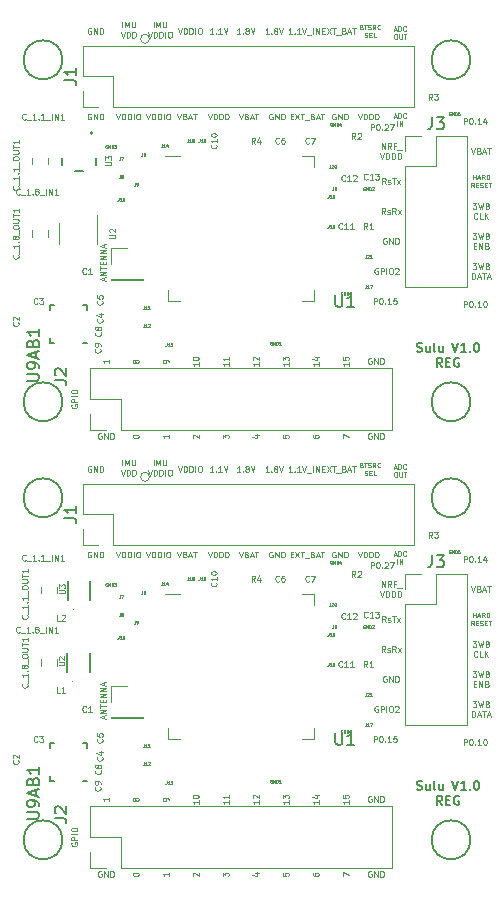
<source format=gto>
G04 #@! TF.GenerationSoftware,KiCad,Pcbnew,(5.1.6)-1*
G04 #@! TF.CreationDate,2021-09-03T00:37:37-07:00*
G04 #@! TF.ProjectId,sulu_ldo_and_reg_panel,73756c75-5f6c-4646-9f5f-616e645f7265,rev?*
G04 #@! TF.SameCoordinates,Original*
G04 #@! TF.FileFunction,Legend,Top*
G04 #@! TF.FilePolarity,Positive*
%FSLAX46Y46*%
G04 Gerber Fmt 4.6, Leading zero omitted, Abs format (unit mm)*
G04 Created by KiCad (PCBNEW (5.1.6)-1) date 2021-09-03 00:37:37*
%MOMM*%
%LPD*%
G01*
G04 APERTURE LIST*
%ADD10C,0.100000*%
%ADD11C,0.080000*%
%ADD12C,0.150000*%
%ADD13C,0.127000*%
%ADD14C,0.200000*%
%ADD15C,0.120000*%
%ADD16C,0.101600*%
%ADD17C,0.050800*%
%ADD18C,0.125000*%
%ADD19C,0.015000*%
G04 APERTURE END LIST*
D10*
X132477000Y-77442190D02*
X132191285Y-77442190D01*
X132334142Y-77442190D02*
X132334142Y-76942190D01*
X132286523Y-77013619D01*
X132238904Y-77061238D01*
X132191285Y-77085047D01*
X132691285Y-77394571D02*
X132715095Y-77418380D01*
X132691285Y-77442190D01*
X132667476Y-77418380D01*
X132691285Y-77394571D01*
X132691285Y-77442190D01*
X133191285Y-77442190D02*
X132905571Y-77442190D01*
X133048428Y-77442190D02*
X133048428Y-76942190D01*
X133000809Y-77013619D01*
X132953190Y-77061238D01*
X132905571Y-77085047D01*
X133334142Y-76942190D02*
X133500809Y-77442190D01*
X133667476Y-76942190D01*
X133715095Y-77489809D02*
X134096047Y-77489809D01*
X134215095Y-77442190D02*
X134215095Y-76942190D01*
X134453190Y-77442190D02*
X134453190Y-76942190D01*
X134738904Y-77442190D01*
X134738904Y-76942190D01*
X132350047Y-84419285D02*
X132516714Y-84419285D01*
X132588142Y-84681190D02*
X132350047Y-84681190D01*
X132350047Y-84181190D01*
X132588142Y-84181190D01*
X132754809Y-84181190D02*
X133088142Y-84681190D01*
X133088142Y-84181190D02*
X132754809Y-84681190D01*
X133207190Y-84181190D02*
X133492904Y-84181190D01*
X133350047Y-84681190D02*
X133350047Y-84181190D01*
X133540523Y-84728809D02*
X133921476Y-84728809D01*
X134207190Y-84419285D02*
X134278619Y-84443095D01*
X134302428Y-84466904D01*
X134326238Y-84514523D01*
X134326238Y-84585952D01*
X134302428Y-84633571D01*
X134278619Y-84657380D01*
X134231000Y-84681190D01*
X134040523Y-84681190D01*
X134040523Y-84181190D01*
X134207190Y-84181190D01*
X134254809Y-84205000D01*
X134278619Y-84228809D01*
X134302428Y-84276428D01*
X134302428Y-84324047D01*
X134278619Y-84371666D01*
X134254809Y-84395476D01*
X134207190Y-84419285D01*
X134040523Y-84419285D01*
X134516714Y-84538333D02*
X134754809Y-84538333D01*
X134469095Y-84681190D02*
X134635761Y-84181190D01*
X134802428Y-84681190D01*
X134897666Y-84181190D02*
X135183380Y-84181190D01*
X135040523Y-84681190D02*
X135040523Y-84181190D01*
D11*
X141109761Y-84435666D02*
X141300238Y-84435666D01*
X141071666Y-84549952D02*
X141205000Y-84149952D01*
X141338333Y-84549952D01*
X141471666Y-84549952D02*
X141471666Y-84149952D01*
X141566904Y-84149952D01*
X141624047Y-84169000D01*
X141662142Y-84207095D01*
X141681190Y-84245190D01*
X141700238Y-84321380D01*
X141700238Y-84378523D01*
X141681190Y-84454714D01*
X141662142Y-84492809D01*
X141624047Y-84530904D01*
X141566904Y-84549952D01*
X141471666Y-84549952D01*
X142100238Y-84511857D02*
X142081190Y-84530904D01*
X142024047Y-84549952D01*
X141985952Y-84549952D01*
X141928809Y-84530904D01*
X141890714Y-84492809D01*
X141871666Y-84454714D01*
X141852619Y-84378523D01*
X141852619Y-84321380D01*
X141871666Y-84245190D01*
X141890714Y-84207095D01*
X141928809Y-84169000D01*
X141985952Y-84149952D01*
X142024047Y-84149952D01*
X142081190Y-84169000D01*
X142100238Y-84188047D01*
X141395476Y-85229952D02*
X141395476Y-84829952D01*
X141585952Y-85229952D02*
X141585952Y-84829952D01*
X141814523Y-85229952D01*
X141814523Y-84829952D01*
D10*
X135017047Y-77180285D02*
X135183714Y-77180285D01*
X135255142Y-77442190D02*
X135017047Y-77442190D01*
X135017047Y-76942190D01*
X135255142Y-76942190D01*
X135421809Y-76942190D02*
X135755142Y-77442190D01*
X135755142Y-76942190D02*
X135421809Y-77442190D01*
X135874190Y-76942190D02*
X136159904Y-76942190D01*
X136017047Y-77442190D02*
X136017047Y-76942190D01*
X136207523Y-77489809D02*
X136588476Y-77489809D01*
X136874190Y-77180285D02*
X136945619Y-77204095D01*
X136969428Y-77227904D01*
X136993238Y-77275523D01*
X136993238Y-77346952D01*
X136969428Y-77394571D01*
X136945619Y-77418380D01*
X136898000Y-77442190D01*
X136707523Y-77442190D01*
X136707523Y-76942190D01*
X136874190Y-76942190D01*
X136921809Y-76966000D01*
X136945619Y-76989809D01*
X136969428Y-77037428D01*
X136969428Y-77085047D01*
X136945619Y-77132666D01*
X136921809Y-77156476D01*
X136874190Y-77180285D01*
X136707523Y-77180285D01*
X137183714Y-77299333D02*
X137421809Y-77299333D01*
X137136095Y-77442190D02*
X137302761Y-76942190D01*
X137469428Y-77442190D01*
X137564666Y-76942190D02*
X137850380Y-76942190D01*
X137707523Y-77442190D02*
X137707523Y-76942190D01*
X138021333Y-84181190D02*
X138188000Y-84681190D01*
X138354666Y-84181190D01*
X138521333Y-84681190D02*
X138521333Y-84181190D01*
X138640380Y-84181190D01*
X138711809Y-84205000D01*
X138759428Y-84252619D01*
X138783238Y-84300238D01*
X138807047Y-84395476D01*
X138807047Y-84466904D01*
X138783238Y-84562142D01*
X138759428Y-84609761D01*
X138711809Y-84657380D01*
X138640380Y-84681190D01*
X138521333Y-84681190D01*
X139021333Y-84681190D02*
X139021333Y-84181190D01*
X139140380Y-84181190D01*
X139211809Y-84205000D01*
X139259428Y-84252619D01*
X139283238Y-84300238D01*
X139307047Y-84395476D01*
X139307047Y-84466904D01*
X139283238Y-84562142D01*
X139259428Y-84609761D01*
X139211809Y-84657380D01*
X139140380Y-84681190D01*
X139021333Y-84681190D01*
X139521333Y-84681190D02*
X139521333Y-84181190D01*
X139640380Y-84181190D01*
X139711809Y-84205000D01*
X139759428Y-84252619D01*
X139783238Y-84300238D01*
X139807047Y-84395476D01*
X139807047Y-84466904D01*
X139783238Y-84562142D01*
X139759428Y-84609761D01*
X139711809Y-84657380D01*
X139640380Y-84681190D01*
X139521333Y-84681190D01*
X136144047Y-84205000D02*
X136096428Y-84181190D01*
X136025000Y-84181190D01*
X135953571Y-84205000D01*
X135905952Y-84252619D01*
X135882142Y-84300238D01*
X135858333Y-84395476D01*
X135858333Y-84466904D01*
X135882142Y-84562142D01*
X135905952Y-84609761D01*
X135953571Y-84657380D01*
X136025000Y-84681190D01*
X136072619Y-84681190D01*
X136144047Y-84657380D01*
X136167857Y-84633571D01*
X136167857Y-84466904D01*
X136072619Y-84466904D01*
X136382142Y-84681190D02*
X136382142Y-84181190D01*
X136667857Y-84681190D01*
X136667857Y-84181190D01*
X136905952Y-84681190D02*
X136905952Y-84181190D01*
X137025000Y-84181190D01*
X137096428Y-84205000D01*
X137144047Y-84252619D01*
X137167857Y-84300238D01*
X137191666Y-84395476D01*
X137191666Y-84466904D01*
X137167857Y-84562142D01*
X137144047Y-84609761D01*
X137096428Y-84657380D01*
X137025000Y-84681190D01*
X136905952Y-84681190D01*
X130810047Y-84205000D02*
X130762428Y-84181190D01*
X130691000Y-84181190D01*
X130619571Y-84205000D01*
X130571952Y-84252619D01*
X130548142Y-84300238D01*
X130524333Y-84395476D01*
X130524333Y-84466904D01*
X130548142Y-84562142D01*
X130571952Y-84609761D01*
X130619571Y-84657380D01*
X130691000Y-84681190D01*
X130738619Y-84681190D01*
X130810047Y-84657380D01*
X130833857Y-84633571D01*
X130833857Y-84466904D01*
X130738619Y-84466904D01*
X131048142Y-84681190D02*
X131048142Y-84181190D01*
X131333857Y-84681190D01*
X131333857Y-84181190D01*
X131571952Y-84681190D02*
X131571952Y-84181190D01*
X131691000Y-84181190D01*
X131762428Y-84205000D01*
X131810047Y-84252619D01*
X131833857Y-84300238D01*
X131857666Y-84395476D01*
X131857666Y-84466904D01*
X131833857Y-84562142D01*
X131810047Y-84609761D01*
X131762428Y-84657380D01*
X131691000Y-84681190D01*
X131571952Y-84681190D01*
X127956571Y-84181190D02*
X128123238Y-84681190D01*
X128289904Y-84181190D01*
X128623238Y-84419285D02*
X128694666Y-84443095D01*
X128718476Y-84466904D01*
X128742285Y-84514523D01*
X128742285Y-84585952D01*
X128718476Y-84633571D01*
X128694666Y-84657380D01*
X128647047Y-84681190D01*
X128456571Y-84681190D01*
X128456571Y-84181190D01*
X128623238Y-84181190D01*
X128670857Y-84205000D01*
X128694666Y-84228809D01*
X128718476Y-84276428D01*
X128718476Y-84324047D01*
X128694666Y-84371666D01*
X128670857Y-84395476D01*
X128623238Y-84419285D01*
X128456571Y-84419285D01*
X128932761Y-84538333D02*
X129170857Y-84538333D01*
X128885142Y-84681190D02*
X129051809Y-84181190D01*
X129218476Y-84681190D01*
X129313714Y-84181190D02*
X129599428Y-84181190D01*
X129456571Y-84681190D02*
X129456571Y-84181190D01*
X130508428Y-77442190D02*
X130222714Y-77442190D01*
X130365571Y-77442190D02*
X130365571Y-76942190D01*
X130317952Y-77013619D01*
X130270333Y-77061238D01*
X130222714Y-77085047D01*
X130722714Y-77394571D02*
X130746523Y-77418380D01*
X130722714Y-77442190D01*
X130698904Y-77418380D01*
X130722714Y-77394571D01*
X130722714Y-77442190D01*
X131032238Y-77156476D02*
X130984619Y-77132666D01*
X130960809Y-77108857D01*
X130937000Y-77061238D01*
X130937000Y-77037428D01*
X130960809Y-76989809D01*
X130984619Y-76966000D01*
X131032238Y-76942190D01*
X131127476Y-76942190D01*
X131175095Y-76966000D01*
X131198904Y-76989809D01*
X131222714Y-77037428D01*
X131222714Y-77061238D01*
X131198904Y-77108857D01*
X131175095Y-77132666D01*
X131127476Y-77156476D01*
X131032238Y-77156476D01*
X130984619Y-77180285D01*
X130960809Y-77204095D01*
X130937000Y-77251714D01*
X130937000Y-77346952D01*
X130960809Y-77394571D01*
X130984619Y-77418380D01*
X131032238Y-77442190D01*
X131127476Y-77442190D01*
X131175095Y-77418380D01*
X131198904Y-77394571D01*
X131222714Y-77346952D01*
X131222714Y-77251714D01*
X131198904Y-77204095D01*
X131175095Y-77180285D01*
X131127476Y-77156476D01*
X131365571Y-76942190D02*
X131532238Y-77442190D01*
X131698904Y-76942190D01*
X128095428Y-77442190D02*
X127809714Y-77442190D01*
X127952571Y-77442190D02*
X127952571Y-76942190D01*
X127904952Y-77013619D01*
X127857333Y-77061238D01*
X127809714Y-77085047D01*
X128309714Y-77394571D02*
X128333523Y-77418380D01*
X128309714Y-77442190D01*
X128285904Y-77418380D01*
X128309714Y-77394571D01*
X128309714Y-77442190D01*
X128619238Y-77156476D02*
X128571619Y-77132666D01*
X128547809Y-77108857D01*
X128524000Y-77061238D01*
X128524000Y-77037428D01*
X128547809Y-76989809D01*
X128571619Y-76966000D01*
X128619238Y-76942190D01*
X128714476Y-76942190D01*
X128762095Y-76966000D01*
X128785904Y-76989809D01*
X128809714Y-77037428D01*
X128809714Y-77061238D01*
X128785904Y-77108857D01*
X128762095Y-77132666D01*
X128714476Y-77156476D01*
X128619238Y-77156476D01*
X128571619Y-77180285D01*
X128547809Y-77204095D01*
X128524000Y-77251714D01*
X128524000Y-77346952D01*
X128547809Y-77394571D01*
X128571619Y-77418380D01*
X128619238Y-77442190D01*
X128714476Y-77442190D01*
X128762095Y-77418380D01*
X128785904Y-77394571D01*
X128809714Y-77346952D01*
X128809714Y-77251714D01*
X128785904Y-77204095D01*
X128762095Y-77180285D01*
X128714476Y-77156476D01*
X128952571Y-76942190D02*
X129119238Y-77442190D01*
X129285904Y-76942190D01*
X125809428Y-77442190D02*
X125523714Y-77442190D01*
X125666571Y-77442190D02*
X125666571Y-76942190D01*
X125618952Y-77013619D01*
X125571333Y-77061238D01*
X125523714Y-77085047D01*
X126023714Y-77394571D02*
X126047523Y-77418380D01*
X126023714Y-77442190D01*
X125999904Y-77418380D01*
X126023714Y-77394571D01*
X126023714Y-77442190D01*
X126523714Y-77442190D02*
X126238000Y-77442190D01*
X126380857Y-77442190D02*
X126380857Y-76942190D01*
X126333238Y-77013619D01*
X126285619Y-77061238D01*
X126238000Y-77085047D01*
X126666571Y-76942190D02*
X126833238Y-77442190D01*
X126999904Y-76942190D01*
X139370714Y-100302190D02*
X139370714Y-99802190D01*
X139561190Y-99802190D01*
X139608809Y-99826000D01*
X139632619Y-99849809D01*
X139656428Y-99897428D01*
X139656428Y-99968857D01*
X139632619Y-100016476D01*
X139608809Y-100040285D01*
X139561190Y-100064095D01*
X139370714Y-100064095D01*
X139965952Y-99802190D02*
X140013571Y-99802190D01*
X140061190Y-99826000D01*
X140085000Y-99849809D01*
X140108809Y-99897428D01*
X140132619Y-99992666D01*
X140132619Y-100111714D01*
X140108809Y-100206952D01*
X140085000Y-100254571D01*
X140061190Y-100278380D01*
X140013571Y-100302190D01*
X139965952Y-100302190D01*
X139918333Y-100278380D01*
X139894523Y-100254571D01*
X139870714Y-100206952D01*
X139846904Y-100111714D01*
X139846904Y-99992666D01*
X139870714Y-99897428D01*
X139894523Y-99849809D01*
X139918333Y-99826000D01*
X139965952Y-99802190D01*
X140346904Y-100254571D02*
X140370714Y-100278380D01*
X140346904Y-100302190D01*
X140323095Y-100278380D01*
X140346904Y-100254571D01*
X140346904Y-100302190D01*
X140846904Y-100302190D02*
X140561190Y-100302190D01*
X140704047Y-100302190D02*
X140704047Y-99802190D01*
X140656428Y-99873619D01*
X140608809Y-99921238D01*
X140561190Y-99945047D01*
X141299285Y-99802190D02*
X141061190Y-99802190D01*
X141037380Y-100040285D01*
X141061190Y-100016476D01*
X141108809Y-99992666D01*
X141227857Y-99992666D01*
X141275476Y-100016476D01*
X141299285Y-100040285D01*
X141323095Y-100087904D01*
X141323095Y-100206952D01*
X141299285Y-100254571D01*
X141275476Y-100278380D01*
X141227857Y-100302190D01*
X141108809Y-100302190D01*
X141061190Y-100278380D01*
X141037380Y-100254571D01*
X146990714Y-100556190D02*
X146990714Y-100056190D01*
X147181190Y-100056190D01*
X147228809Y-100080000D01*
X147252619Y-100103809D01*
X147276428Y-100151428D01*
X147276428Y-100222857D01*
X147252619Y-100270476D01*
X147228809Y-100294285D01*
X147181190Y-100318095D01*
X146990714Y-100318095D01*
X147585952Y-100056190D02*
X147633571Y-100056190D01*
X147681190Y-100080000D01*
X147705000Y-100103809D01*
X147728809Y-100151428D01*
X147752619Y-100246666D01*
X147752619Y-100365714D01*
X147728809Y-100460952D01*
X147705000Y-100508571D01*
X147681190Y-100532380D01*
X147633571Y-100556190D01*
X147585952Y-100556190D01*
X147538333Y-100532380D01*
X147514523Y-100508571D01*
X147490714Y-100460952D01*
X147466904Y-100365714D01*
X147466904Y-100246666D01*
X147490714Y-100151428D01*
X147514523Y-100103809D01*
X147538333Y-100080000D01*
X147585952Y-100056190D01*
X147966904Y-100508571D02*
X147990714Y-100532380D01*
X147966904Y-100556190D01*
X147943095Y-100532380D01*
X147966904Y-100508571D01*
X147966904Y-100556190D01*
X148466904Y-100556190D02*
X148181190Y-100556190D01*
X148324047Y-100556190D02*
X148324047Y-100056190D01*
X148276428Y-100127619D01*
X148228809Y-100175238D01*
X148181190Y-100199047D01*
X148776428Y-100056190D02*
X148824047Y-100056190D01*
X148871666Y-100080000D01*
X148895476Y-100103809D01*
X148919285Y-100151428D01*
X148943095Y-100246666D01*
X148943095Y-100365714D01*
X148919285Y-100460952D01*
X148895476Y-100508571D01*
X148871666Y-100532380D01*
X148824047Y-100556190D01*
X148776428Y-100556190D01*
X148728809Y-100532380D01*
X148705000Y-100508571D01*
X148681190Y-100460952D01*
X148657380Y-100365714D01*
X148657380Y-100246666D01*
X148681190Y-100151428D01*
X148705000Y-100103809D01*
X148728809Y-100080000D01*
X148776428Y-100056190D01*
X146990714Y-85062190D02*
X146990714Y-84562190D01*
X147181190Y-84562190D01*
X147228809Y-84586000D01*
X147252619Y-84609809D01*
X147276428Y-84657428D01*
X147276428Y-84728857D01*
X147252619Y-84776476D01*
X147228809Y-84800285D01*
X147181190Y-84824095D01*
X146990714Y-84824095D01*
X147585952Y-84562190D02*
X147633571Y-84562190D01*
X147681190Y-84586000D01*
X147705000Y-84609809D01*
X147728809Y-84657428D01*
X147752619Y-84752666D01*
X147752619Y-84871714D01*
X147728809Y-84966952D01*
X147705000Y-85014571D01*
X147681190Y-85038380D01*
X147633571Y-85062190D01*
X147585952Y-85062190D01*
X147538333Y-85038380D01*
X147514523Y-85014571D01*
X147490714Y-84966952D01*
X147466904Y-84871714D01*
X147466904Y-84752666D01*
X147490714Y-84657428D01*
X147514523Y-84609809D01*
X147538333Y-84586000D01*
X147585952Y-84562190D01*
X147966904Y-85014571D02*
X147990714Y-85038380D01*
X147966904Y-85062190D01*
X147943095Y-85038380D01*
X147966904Y-85014571D01*
X147966904Y-85062190D01*
X148466904Y-85062190D02*
X148181190Y-85062190D01*
X148324047Y-85062190D02*
X148324047Y-84562190D01*
X148276428Y-84633619D01*
X148228809Y-84681238D01*
X148181190Y-84705047D01*
X148895476Y-84728857D02*
X148895476Y-85062190D01*
X148776428Y-84538380D02*
X148657380Y-84895523D01*
X148966904Y-84895523D01*
X139116714Y-85570190D02*
X139116714Y-85070190D01*
X139307190Y-85070190D01*
X139354809Y-85094000D01*
X139378619Y-85117809D01*
X139402428Y-85165428D01*
X139402428Y-85236857D01*
X139378619Y-85284476D01*
X139354809Y-85308285D01*
X139307190Y-85332095D01*
X139116714Y-85332095D01*
X139711952Y-85070190D02*
X139759571Y-85070190D01*
X139807190Y-85094000D01*
X139831000Y-85117809D01*
X139854809Y-85165428D01*
X139878619Y-85260666D01*
X139878619Y-85379714D01*
X139854809Y-85474952D01*
X139831000Y-85522571D01*
X139807190Y-85546380D01*
X139759571Y-85570190D01*
X139711952Y-85570190D01*
X139664333Y-85546380D01*
X139640523Y-85522571D01*
X139616714Y-85474952D01*
X139592904Y-85379714D01*
X139592904Y-85260666D01*
X139616714Y-85165428D01*
X139640523Y-85117809D01*
X139664333Y-85094000D01*
X139711952Y-85070190D01*
X140092904Y-85522571D02*
X140116714Y-85546380D01*
X140092904Y-85570190D01*
X140069095Y-85546380D01*
X140092904Y-85522571D01*
X140092904Y-85570190D01*
X140307190Y-85117809D02*
X140331000Y-85094000D01*
X140378619Y-85070190D01*
X140497666Y-85070190D01*
X140545285Y-85094000D01*
X140569095Y-85117809D01*
X140592904Y-85165428D01*
X140592904Y-85213047D01*
X140569095Y-85284476D01*
X140283380Y-85570190D01*
X140592904Y-85570190D01*
X140759571Y-85070190D02*
X141092904Y-85070190D01*
X140878619Y-85570190D01*
X139723904Y-97286000D02*
X139676285Y-97262190D01*
X139604857Y-97262190D01*
X139533428Y-97286000D01*
X139485809Y-97333619D01*
X139462000Y-97381238D01*
X139438190Y-97476476D01*
X139438190Y-97547904D01*
X139462000Y-97643142D01*
X139485809Y-97690761D01*
X139533428Y-97738380D01*
X139604857Y-97762190D01*
X139652476Y-97762190D01*
X139723904Y-97738380D01*
X139747714Y-97714571D01*
X139747714Y-97547904D01*
X139652476Y-97547904D01*
X139962000Y-97762190D02*
X139962000Y-97262190D01*
X140152476Y-97262190D01*
X140200095Y-97286000D01*
X140223904Y-97309809D01*
X140247714Y-97357428D01*
X140247714Y-97428857D01*
X140223904Y-97476476D01*
X140200095Y-97500285D01*
X140152476Y-97524095D01*
X139962000Y-97524095D01*
X140462000Y-97762190D02*
X140462000Y-97262190D01*
X140795333Y-97262190D02*
X140890571Y-97262190D01*
X140938190Y-97286000D01*
X140985809Y-97333619D01*
X141009619Y-97428857D01*
X141009619Y-97595523D01*
X140985809Y-97690761D01*
X140938190Y-97738380D01*
X140890571Y-97762190D01*
X140795333Y-97762190D01*
X140747714Y-97738380D01*
X140700095Y-97690761D01*
X140676285Y-97595523D01*
X140676285Y-97428857D01*
X140700095Y-97333619D01*
X140747714Y-97286000D01*
X140795333Y-97262190D01*
X141200095Y-97309809D02*
X141223904Y-97286000D01*
X141271523Y-97262190D01*
X141390571Y-97262190D01*
X141438190Y-97286000D01*
X141462000Y-97309809D01*
X141485809Y-97357428D01*
X141485809Y-97405047D01*
X141462000Y-97476476D01*
X141176285Y-97762190D01*
X141485809Y-97762190D01*
X115443047Y-84205000D02*
X115395428Y-84181190D01*
X115324000Y-84181190D01*
X115252571Y-84205000D01*
X115204952Y-84252619D01*
X115181142Y-84300238D01*
X115157333Y-84395476D01*
X115157333Y-84466904D01*
X115181142Y-84562142D01*
X115204952Y-84609761D01*
X115252571Y-84657380D01*
X115324000Y-84681190D01*
X115371619Y-84681190D01*
X115443047Y-84657380D01*
X115466857Y-84633571D01*
X115466857Y-84466904D01*
X115371619Y-84466904D01*
X115681142Y-84681190D02*
X115681142Y-84181190D01*
X115966857Y-84681190D01*
X115966857Y-84181190D01*
X116204952Y-84681190D02*
X116204952Y-84181190D01*
X116324000Y-84181190D01*
X116395428Y-84205000D01*
X116443047Y-84252619D01*
X116466857Y-84300238D01*
X116490666Y-84395476D01*
X116490666Y-84466904D01*
X116466857Y-84562142D01*
X116443047Y-84609761D01*
X116395428Y-84657380D01*
X116324000Y-84681190D01*
X116204952Y-84681190D01*
X116542333Y-98309714D02*
X116542333Y-98071619D01*
X116685190Y-98357333D02*
X116185190Y-98190666D01*
X116685190Y-98024000D01*
X116685190Y-97857333D02*
X116185190Y-97857333D01*
X116685190Y-97571619D01*
X116185190Y-97571619D01*
X116185190Y-97404952D02*
X116185190Y-97119238D01*
X116685190Y-97262095D02*
X116185190Y-97262095D01*
X116423285Y-96952571D02*
X116423285Y-96785904D01*
X116685190Y-96714476D02*
X116685190Y-96952571D01*
X116185190Y-96952571D01*
X116185190Y-96714476D01*
X116685190Y-96500190D02*
X116185190Y-96500190D01*
X116685190Y-96214476D01*
X116185190Y-96214476D01*
X116685190Y-95976380D02*
X116185190Y-95976380D01*
X116685190Y-95690666D01*
X116185190Y-95690666D01*
X116542333Y-95476380D02*
X116542333Y-95238285D01*
X116685190Y-95524000D02*
X116185190Y-95357333D01*
X116685190Y-95190666D01*
X116332047Y-111256000D02*
X116284428Y-111232190D01*
X116213000Y-111232190D01*
X116141571Y-111256000D01*
X116093952Y-111303619D01*
X116070142Y-111351238D01*
X116046333Y-111446476D01*
X116046333Y-111517904D01*
X116070142Y-111613142D01*
X116093952Y-111660761D01*
X116141571Y-111708380D01*
X116213000Y-111732190D01*
X116260619Y-111732190D01*
X116332047Y-111708380D01*
X116355857Y-111684571D01*
X116355857Y-111517904D01*
X116260619Y-111517904D01*
X116570142Y-111732190D02*
X116570142Y-111232190D01*
X116855857Y-111732190D01*
X116855857Y-111232190D01*
X117093952Y-111732190D02*
X117093952Y-111232190D01*
X117213000Y-111232190D01*
X117284428Y-111256000D01*
X117332047Y-111303619D01*
X117355857Y-111351238D01*
X117379666Y-111446476D01*
X117379666Y-111517904D01*
X117355857Y-111613142D01*
X117332047Y-111660761D01*
X117284428Y-111708380D01*
X117213000Y-111732190D01*
X117093952Y-111732190D01*
X116939190Y-105013142D02*
X116939190Y-105298857D01*
X116939190Y-105156000D02*
X116439190Y-105156000D01*
X116510619Y-105203619D01*
X116558238Y-105251238D01*
X116582047Y-105298857D01*
D12*
X113030000Y-79629000D02*
G75*
G03*
X113030000Y-79629000I-1651000J0D01*
G01*
X113030000Y-108585000D02*
G75*
G03*
X113030000Y-108585000I-1651000J0D01*
G01*
X147574000Y-108585000D02*
G75*
G03*
X147574000Y-108585000I-1651000J0D01*
G01*
X147574000Y-79629000D02*
G75*
G03*
X147574000Y-79629000I-1651000J0D01*
G01*
D10*
X139192047Y-111256000D02*
X139144428Y-111232190D01*
X139073000Y-111232190D01*
X139001571Y-111256000D01*
X138953952Y-111303619D01*
X138930142Y-111351238D01*
X138906333Y-111446476D01*
X138906333Y-111517904D01*
X138930142Y-111613142D01*
X138953952Y-111660761D01*
X139001571Y-111708380D01*
X139073000Y-111732190D01*
X139120619Y-111732190D01*
X139192047Y-111708380D01*
X139215857Y-111684571D01*
X139215857Y-111517904D01*
X139120619Y-111517904D01*
X139430142Y-111732190D02*
X139430142Y-111232190D01*
X139715857Y-111732190D01*
X139715857Y-111232190D01*
X139953952Y-111732190D02*
X139953952Y-111232190D01*
X140073000Y-111232190D01*
X140144428Y-111256000D01*
X140192047Y-111303619D01*
X140215857Y-111351238D01*
X140239666Y-111446476D01*
X140239666Y-111517904D01*
X140215857Y-111613142D01*
X140192047Y-111660761D01*
X140144428Y-111708380D01*
X140073000Y-111732190D01*
X139953952Y-111732190D01*
X139192047Y-104906000D02*
X139144428Y-104882190D01*
X139073000Y-104882190D01*
X139001571Y-104906000D01*
X138953952Y-104953619D01*
X138930142Y-105001238D01*
X138906333Y-105096476D01*
X138906333Y-105167904D01*
X138930142Y-105263142D01*
X138953952Y-105310761D01*
X139001571Y-105358380D01*
X139073000Y-105382190D01*
X139120619Y-105382190D01*
X139192047Y-105358380D01*
X139215857Y-105334571D01*
X139215857Y-105167904D01*
X139120619Y-105167904D01*
X139430142Y-105382190D02*
X139430142Y-104882190D01*
X139715857Y-105382190D01*
X139715857Y-104882190D01*
X139953952Y-105382190D02*
X139953952Y-104882190D01*
X140073000Y-104882190D01*
X140144428Y-104906000D01*
X140192047Y-104953619D01*
X140215857Y-105001238D01*
X140239666Y-105096476D01*
X140239666Y-105167904D01*
X140215857Y-105263142D01*
X140192047Y-105310761D01*
X140144428Y-105358380D01*
X140073000Y-105382190D01*
X139953952Y-105382190D01*
D11*
X147777285Y-89756952D02*
X147777285Y-89356952D01*
X147777285Y-89547428D02*
X148005857Y-89547428D01*
X148005857Y-89756952D02*
X148005857Y-89356952D01*
X148177285Y-89642666D02*
X148367761Y-89642666D01*
X148139190Y-89756952D02*
X148272523Y-89356952D01*
X148405857Y-89756952D01*
X148767761Y-89756952D02*
X148634428Y-89566476D01*
X148539190Y-89756952D02*
X148539190Y-89356952D01*
X148691571Y-89356952D01*
X148729666Y-89376000D01*
X148748714Y-89395047D01*
X148767761Y-89433142D01*
X148767761Y-89490285D01*
X148748714Y-89528380D01*
X148729666Y-89547428D01*
X148691571Y-89566476D01*
X148539190Y-89566476D01*
X148939190Y-89756952D02*
X148939190Y-89356952D01*
X149034428Y-89356952D01*
X149091571Y-89376000D01*
X149129666Y-89414095D01*
X149148714Y-89452190D01*
X149167761Y-89528380D01*
X149167761Y-89585523D01*
X149148714Y-89661714D01*
X149129666Y-89699809D01*
X149091571Y-89737904D01*
X149034428Y-89756952D01*
X148939190Y-89756952D01*
X147882047Y-90436952D02*
X147748714Y-90246476D01*
X147653476Y-90436952D02*
X147653476Y-90036952D01*
X147805857Y-90036952D01*
X147843952Y-90056000D01*
X147863000Y-90075047D01*
X147882047Y-90113142D01*
X147882047Y-90170285D01*
X147863000Y-90208380D01*
X147843952Y-90227428D01*
X147805857Y-90246476D01*
X147653476Y-90246476D01*
X148053476Y-90227428D02*
X148186809Y-90227428D01*
X148243952Y-90436952D02*
X148053476Y-90436952D01*
X148053476Y-90036952D01*
X148243952Y-90036952D01*
X148396333Y-90417904D02*
X148453476Y-90436952D01*
X148548714Y-90436952D01*
X148586809Y-90417904D01*
X148605857Y-90398857D01*
X148624904Y-90360761D01*
X148624904Y-90322666D01*
X148605857Y-90284571D01*
X148586809Y-90265523D01*
X148548714Y-90246476D01*
X148472523Y-90227428D01*
X148434428Y-90208380D01*
X148415380Y-90189333D01*
X148396333Y-90151238D01*
X148396333Y-90113142D01*
X148415380Y-90075047D01*
X148434428Y-90056000D01*
X148472523Y-90036952D01*
X148567761Y-90036952D01*
X148624904Y-90056000D01*
X148796333Y-90227428D02*
X148929666Y-90227428D01*
X148986809Y-90436952D02*
X148796333Y-90436952D01*
X148796333Y-90036952D01*
X148986809Y-90036952D01*
X149101095Y-90036952D02*
X149329666Y-90036952D01*
X149215380Y-90436952D02*
X149215380Y-90036952D01*
D10*
X120737380Y-76890190D02*
X120737380Y-76390190D01*
X120975476Y-76890190D02*
X120975476Y-76390190D01*
X121142142Y-76747333D01*
X121308809Y-76390190D01*
X121308809Y-76890190D01*
X121546904Y-76390190D02*
X121546904Y-76794952D01*
X121570714Y-76842571D01*
X121594523Y-76866380D01*
X121642142Y-76890190D01*
X121737380Y-76890190D01*
X121785000Y-76866380D01*
X121808809Y-76842571D01*
X121832619Y-76794952D01*
X121832619Y-76390190D01*
X120237380Y-77240190D02*
X120404047Y-77740190D01*
X120570714Y-77240190D01*
X120737380Y-77740190D02*
X120737380Y-77240190D01*
X120856428Y-77240190D01*
X120927857Y-77264000D01*
X120975476Y-77311619D01*
X120999285Y-77359238D01*
X121023095Y-77454476D01*
X121023095Y-77525904D01*
X120999285Y-77621142D01*
X120975476Y-77668761D01*
X120927857Y-77716380D01*
X120856428Y-77740190D01*
X120737380Y-77740190D01*
X121237380Y-77740190D02*
X121237380Y-77240190D01*
X121356428Y-77240190D01*
X121427857Y-77264000D01*
X121475476Y-77311619D01*
X121499285Y-77359238D01*
X121523095Y-77454476D01*
X121523095Y-77525904D01*
X121499285Y-77621142D01*
X121475476Y-77668761D01*
X121427857Y-77716380D01*
X121356428Y-77740190D01*
X121237380Y-77740190D01*
X121737380Y-77740190D02*
X121737380Y-77240190D01*
X122070714Y-77240190D02*
X122165952Y-77240190D01*
X122213571Y-77264000D01*
X122261190Y-77311619D01*
X122285000Y-77406857D01*
X122285000Y-77573523D01*
X122261190Y-77668761D01*
X122213571Y-77716380D01*
X122165952Y-77740190D01*
X122070714Y-77740190D01*
X122023095Y-77716380D01*
X121975476Y-77668761D01*
X121951666Y-77573523D01*
X121951666Y-77406857D01*
X121975476Y-77311619D01*
X122023095Y-77264000D01*
X122070714Y-77240190D01*
X117570380Y-84181190D02*
X117737047Y-84681190D01*
X117903714Y-84181190D01*
X118070380Y-84681190D02*
X118070380Y-84181190D01*
X118189428Y-84181190D01*
X118260857Y-84205000D01*
X118308476Y-84252619D01*
X118332285Y-84300238D01*
X118356095Y-84395476D01*
X118356095Y-84466904D01*
X118332285Y-84562142D01*
X118308476Y-84609761D01*
X118260857Y-84657380D01*
X118189428Y-84681190D01*
X118070380Y-84681190D01*
X118570380Y-84681190D02*
X118570380Y-84181190D01*
X118689428Y-84181190D01*
X118760857Y-84205000D01*
X118808476Y-84252619D01*
X118832285Y-84300238D01*
X118856095Y-84395476D01*
X118856095Y-84466904D01*
X118832285Y-84562142D01*
X118808476Y-84609761D01*
X118760857Y-84657380D01*
X118689428Y-84681190D01*
X118570380Y-84681190D01*
X119070380Y-84681190D02*
X119070380Y-84181190D01*
X119403714Y-84181190D02*
X119498952Y-84181190D01*
X119546571Y-84205000D01*
X119594190Y-84252619D01*
X119618000Y-84347857D01*
X119618000Y-84514523D01*
X119594190Y-84609761D01*
X119546571Y-84657380D01*
X119498952Y-84681190D01*
X119403714Y-84681190D01*
X119356095Y-84657380D01*
X119308476Y-84609761D01*
X119284666Y-84514523D01*
X119284666Y-84347857D01*
X119308476Y-84252619D01*
X119356095Y-84205000D01*
X119403714Y-84181190D01*
X122777380Y-76942190D02*
X122944047Y-77442190D01*
X123110714Y-76942190D01*
X123277380Y-77442190D02*
X123277380Y-76942190D01*
X123396428Y-76942190D01*
X123467857Y-76966000D01*
X123515476Y-77013619D01*
X123539285Y-77061238D01*
X123563095Y-77156476D01*
X123563095Y-77227904D01*
X123539285Y-77323142D01*
X123515476Y-77370761D01*
X123467857Y-77418380D01*
X123396428Y-77442190D01*
X123277380Y-77442190D01*
X123777380Y-77442190D02*
X123777380Y-76942190D01*
X123896428Y-76942190D01*
X123967857Y-76966000D01*
X124015476Y-77013619D01*
X124039285Y-77061238D01*
X124063095Y-77156476D01*
X124063095Y-77227904D01*
X124039285Y-77323142D01*
X124015476Y-77370761D01*
X123967857Y-77418380D01*
X123896428Y-77442190D01*
X123777380Y-77442190D01*
X124277380Y-77442190D02*
X124277380Y-76942190D01*
X124610714Y-76942190D02*
X124705952Y-76942190D01*
X124753571Y-76966000D01*
X124801190Y-77013619D01*
X124825000Y-77108857D01*
X124825000Y-77275523D01*
X124801190Y-77370761D01*
X124753571Y-77418380D01*
X124705952Y-77442190D01*
X124610714Y-77442190D01*
X124563095Y-77418380D01*
X124515476Y-77370761D01*
X124491666Y-77275523D01*
X124491666Y-77108857D01*
X124515476Y-77013619D01*
X124563095Y-76966000D01*
X124610714Y-76942190D01*
X140045380Y-87177190D02*
X140045380Y-86677190D01*
X140331095Y-87177190D01*
X140331095Y-86677190D01*
X140854904Y-87177190D02*
X140688238Y-86939095D01*
X140569190Y-87177190D02*
X140569190Y-86677190D01*
X140759666Y-86677190D01*
X140807285Y-86701000D01*
X140831095Y-86724809D01*
X140854904Y-86772428D01*
X140854904Y-86843857D01*
X140831095Y-86891476D01*
X140807285Y-86915285D01*
X140759666Y-86939095D01*
X140569190Y-86939095D01*
X141235857Y-86915285D02*
X141069190Y-86915285D01*
X141069190Y-87177190D02*
X141069190Y-86677190D01*
X141307285Y-86677190D01*
X141378714Y-87224809D02*
X141759666Y-87224809D01*
X139926333Y-87527190D02*
X140093000Y-88027190D01*
X140259666Y-87527190D01*
X140426333Y-88027190D02*
X140426333Y-87527190D01*
X140545380Y-87527190D01*
X140616809Y-87551000D01*
X140664428Y-87598619D01*
X140688238Y-87646238D01*
X140712047Y-87741476D01*
X140712047Y-87812904D01*
X140688238Y-87908142D01*
X140664428Y-87955761D01*
X140616809Y-88003380D01*
X140545380Y-88027190D01*
X140426333Y-88027190D01*
X140926333Y-88027190D02*
X140926333Y-87527190D01*
X141045380Y-87527190D01*
X141116809Y-87551000D01*
X141164428Y-87598619D01*
X141188238Y-87646238D01*
X141212047Y-87741476D01*
X141212047Y-87812904D01*
X141188238Y-87908142D01*
X141164428Y-87955761D01*
X141116809Y-88003380D01*
X141045380Y-88027190D01*
X140926333Y-88027190D01*
X141426333Y-88027190D02*
X141426333Y-87527190D01*
X141545380Y-87527190D01*
X141616809Y-87551000D01*
X141664428Y-87598619D01*
X141688238Y-87646238D01*
X141712047Y-87741476D01*
X141712047Y-87812904D01*
X141688238Y-87908142D01*
X141664428Y-87955761D01*
X141616809Y-88003380D01*
X141545380Y-88027190D01*
X141426333Y-88027190D01*
X127099190Y-105251238D02*
X127099190Y-105536952D01*
X127099190Y-105394095D02*
X126599190Y-105394095D01*
X126670619Y-105441714D01*
X126718238Y-105489333D01*
X126742047Y-105536952D01*
X127099190Y-104775047D02*
X127099190Y-105060761D01*
X127099190Y-104917904D02*
X126599190Y-104917904D01*
X126670619Y-104965523D01*
X126718238Y-105013142D01*
X126742047Y-105060761D01*
D11*
X138350714Y-76847428D02*
X138407857Y-76866476D01*
X138426904Y-76885523D01*
X138445952Y-76923619D01*
X138445952Y-76980761D01*
X138426904Y-77018857D01*
X138407857Y-77037904D01*
X138369761Y-77056952D01*
X138217380Y-77056952D01*
X138217380Y-76656952D01*
X138350714Y-76656952D01*
X138388809Y-76676000D01*
X138407857Y-76695047D01*
X138426904Y-76733142D01*
X138426904Y-76771238D01*
X138407857Y-76809333D01*
X138388809Y-76828380D01*
X138350714Y-76847428D01*
X138217380Y-76847428D01*
X138560238Y-76656952D02*
X138788809Y-76656952D01*
X138674523Y-77056952D02*
X138674523Y-76656952D01*
X138903095Y-77037904D02*
X138960238Y-77056952D01*
X139055476Y-77056952D01*
X139093571Y-77037904D01*
X139112619Y-77018857D01*
X139131666Y-76980761D01*
X139131666Y-76942666D01*
X139112619Y-76904571D01*
X139093571Y-76885523D01*
X139055476Y-76866476D01*
X138979285Y-76847428D01*
X138941190Y-76828380D01*
X138922142Y-76809333D01*
X138903095Y-76771238D01*
X138903095Y-76733142D01*
X138922142Y-76695047D01*
X138941190Y-76676000D01*
X138979285Y-76656952D01*
X139074523Y-76656952D01*
X139131666Y-76676000D01*
X139531666Y-77056952D02*
X139398333Y-76866476D01*
X139303095Y-77056952D02*
X139303095Y-76656952D01*
X139455476Y-76656952D01*
X139493571Y-76676000D01*
X139512619Y-76695047D01*
X139531666Y-76733142D01*
X139531666Y-76790285D01*
X139512619Y-76828380D01*
X139493571Y-76847428D01*
X139455476Y-76866476D01*
X139303095Y-76866476D01*
X139931666Y-77018857D02*
X139912619Y-77037904D01*
X139855476Y-77056952D01*
X139817380Y-77056952D01*
X139760238Y-77037904D01*
X139722142Y-76999809D01*
X139703095Y-76961714D01*
X139684047Y-76885523D01*
X139684047Y-76828380D01*
X139703095Y-76752190D01*
X139722142Y-76714095D01*
X139760238Y-76676000D01*
X139817380Y-76656952D01*
X139855476Y-76656952D01*
X139912619Y-76676000D01*
X139931666Y-76695047D01*
X138607857Y-77717904D02*
X138665000Y-77736952D01*
X138760238Y-77736952D01*
X138798333Y-77717904D01*
X138817380Y-77698857D01*
X138836428Y-77660761D01*
X138836428Y-77622666D01*
X138817380Y-77584571D01*
X138798333Y-77565523D01*
X138760238Y-77546476D01*
X138684047Y-77527428D01*
X138645952Y-77508380D01*
X138626904Y-77489333D01*
X138607857Y-77451238D01*
X138607857Y-77413142D01*
X138626904Y-77375047D01*
X138645952Y-77356000D01*
X138684047Y-77336952D01*
X138779285Y-77336952D01*
X138836428Y-77356000D01*
X139007857Y-77527428D02*
X139141190Y-77527428D01*
X139198333Y-77736952D02*
X139007857Y-77736952D01*
X139007857Y-77336952D01*
X139198333Y-77336952D01*
X139560238Y-77736952D02*
X139369761Y-77736952D01*
X139369761Y-77336952D01*
D10*
X113796000Y-108831000D02*
X113772190Y-108878619D01*
X113772190Y-108950047D01*
X113796000Y-109021476D01*
X113843619Y-109069095D01*
X113891238Y-109092904D01*
X113986476Y-109116714D01*
X114057904Y-109116714D01*
X114153142Y-109092904D01*
X114200761Y-109069095D01*
X114248380Y-109021476D01*
X114272190Y-108950047D01*
X114272190Y-108902428D01*
X114248380Y-108831000D01*
X114224571Y-108807190D01*
X114057904Y-108807190D01*
X114057904Y-108902428D01*
X114272190Y-108592904D02*
X113772190Y-108592904D01*
X113772190Y-108402428D01*
X113796000Y-108354809D01*
X113819809Y-108331000D01*
X113867428Y-108307190D01*
X113938857Y-108307190D01*
X113986476Y-108331000D01*
X114010285Y-108354809D01*
X114034095Y-108402428D01*
X114034095Y-108592904D01*
X114272190Y-108092904D02*
X113772190Y-108092904D01*
X113772190Y-107759571D02*
X113772190Y-107664333D01*
X113796000Y-107616714D01*
X113843619Y-107569095D01*
X113938857Y-107545285D01*
X114105523Y-107545285D01*
X114200761Y-107569095D01*
X114248380Y-107616714D01*
X114272190Y-107664333D01*
X114272190Y-107759571D01*
X114248380Y-107807190D01*
X114200761Y-107854809D01*
X114105523Y-107878619D01*
X113938857Y-107878619D01*
X113843619Y-107854809D01*
X113796000Y-107807190D01*
X113772190Y-107759571D01*
D13*
X143038285Y-104321428D02*
X143147142Y-104357714D01*
X143328571Y-104357714D01*
X143401142Y-104321428D01*
X143437428Y-104285142D01*
X143473714Y-104212571D01*
X143473714Y-104140000D01*
X143437428Y-104067428D01*
X143401142Y-104031142D01*
X143328571Y-103994857D01*
X143183428Y-103958571D01*
X143110857Y-103922285D01*
X143074571Y-103886000D01*
X143038285Y-103813428D01*
X143038285Y-103740857D01*
X143074571Y-103668285D01*
X143110857Y-103632000D01*
X143183428Y-103595714D01*
X143364857Y-103595714D01*
X143473714Y-103632000D01*
X144126857Y-103849714D02*
X144126857Y-104357714D01*
X143800285Y-103849714D02*
X143800285Y-104248857D01*
X143836571Y-104321428D01*
X143909142Y-104357714D01*
X144018000Y-104357714D01*
X144090571Y-104321428D01*
X144126857Y-104285142D01*
X144598571Y-104357714D02*
X144526000Y-104321428D01*
X144489714Y-104248857D01*
X144489714Y-103595714D01*
X145215428Y-103849714D02*
X145215428Y-104357714D01*
X144888857Y-103849714D02*
X144888857Y-104248857D01*
X144925142Y-104321428D01*
X144997714Y-104357714D01*
X145106571Y-104357714D01*
X145179142Y-104321428D01*
X145215428Y-104285142D01*
X146050000Y-103595714D02*
X146304000Y-104357714D01*
X146558000Y-103595714D01*
X147211142Y-104357714D02*
X146775714Y-104357714D01*
X146993428Y-104357714D02*
X146993428Y-103595714D01*
X146920857Y-103704571D01*
X146848285Y-103777142D01*
X146775714Y-103813428D01*
X147537714Y-104285142D02*
X147574000Y-104321428D01*
X147537714Y-104357714D01*
X147501428Y-104321428D01*
X147537714Y-104285142D01*
X147537714Y-104357714D01*
X148045714Y-103595714D02*
X148118285Y-103595714D01*
X148190857Y-103632000D01*
X148227142Y-103668285D01*
X148263428Y-103740857D01*
X148299714Y-103886000D01*
X148299714Y-104067428D01*
X148263428Y-104212571D01*
X148227142Y-104285142D01*
X148190857Y-104321428D01*
X148118285Y-104357714D01*
X148045714Y-104357714D01*
X147973142Y-104321428D01*
X147936857Y-104285142D01*
X147900571Y-104212571D01*
X147864285Y-104067428D01*
X147864285Y-103886000D01*
X147900571Y-103740857D01*
X147936857Y-103668285D01*
X147973142Y-103632000D01*
X148045714Y-103595714D01*
X145179142Y-105627714D02*
X144925142Y-105264857D01*
X144743714Y-105627714D02*
X144743714Y-104865714D01*
X145034000Y-104865714D01*
X145106571Y-104902000D01*
X145142857Y-104938285D01*
X145179142Y-105010857D01*
X145179142Y-105119714D01*
X145142857Y-105192285D01*
X145106571Y-105228571D01*
X145034000Y-105264857D01*
X144743714Y-105264857D01*
X145505714Y-105228571D02*
X145759714Y-105228571D01*
X145868571Y-105627714D02*
X145505714Y-105627714D01*
X145505714Y-104865714D01*
X145868571Y-104865714D01*
X146594285Y-104902000D02*
X146521714Y-104865714D01*
X146412857Y-104865714D01*
X146304000Y-104902000D01*
X146231428Y-104974571D01*
X146195142Y-105047142D01*
X146158857Y-105192285D01*
X146158857Y-105301142D01*
X146195142Y-105446285D01*
X146231428Y-105518857D01*
X146304000Y-105591428D01*
X146412857Y-105627714D01*
X146485428Y-105627714D01*
X146594285Y-105591428D01*
X146630571Y-105555142D01*
X146630571Y-105301142D01*
X146485428Y-105301142D01*
D10*
X140462047Y-94746000D02*
X140414428Y-94722190D01*
X140343000Y-94722190D01*
X140271571Y-94746000D01*
X140223952Y-94793619D01*
X140200142Y-94841238D01*
X140176333Y-94936476D01*
X140176333Y-95007904D01*
X140200142Y-95103142D01*
X140223952Y-95150761D01*
X140271571Y-95198380D01*
X140343000Y-95222190D01*
X140390619Y-95222190D01*
X140462047Y-95198380D01*
X140485857Y-95174571D01*
X140485857Y-95007904D01*
X140390619Y-95007904D01*
X140700142Y-95222190D02*
X140700142Y-94722190D01*
X140985857Y-95222190D01*
X140985857Y-94722190D01*
X141223952Y-95222190D02*
X141223952Y-94722190D01*
X141343000Y-94722190D01*
X141414428Y-94746000D01*
X141462047Y-94793619D01*
X141485857Y-94841238D01*
X141509666Y-94936476D01*
X141509666Y-95007904D01*
X141485857Y-95103142D01*
X141462047Y-95150761D01*
X141414428Y-95198380D01*
X141343000Y-95222190D01*
X141223952Y-95222190D01*
X115443047Y-76966000D02*
X115395428Y-76942190D01*
X115324000Y-76942190D01*
X115252571Y-76966000D01*
X115204952Y-77013619D01*
X115181142Y-77061238D01*
X115157333Y-77156476D01*
X115157333Y-77227904D01*
X115181142Y-77323142D01*
X115204952Y-77370761D01*
X115252571Y-77418380D01*
X115324000Y-77442190D01*
X115371619Y-77442190D01*
X115443047Y-77418380D01*
X115466857Y-77394571D01*
X115466857Y-77227904D01*
X115371619Y-77227904D01*
X115681142Y-77442190D02*
X115681142Y-76942190D01*
X115966857Y-77442190D01*
X115966857Y-76942190D01*
X116204952Y-77442190D02*
X116204952Y-76942190D01*
X116324000Y-76942190D01*
X116395428Y-76966000D01*
X116443047Y-77013619D01*
X116466857Y-77061238D01*
X116490666Y-77156476D01*
X116490666Y-77227904D01*
X116466857Y-77323142D01*
X116443047Y-77370761D01*
X116395428Y-77418380D01*
X116324000Y-77442190D01*
X116204952Y-77442190D01*
X122749571Y-84181190D02*
X122916238Y-84681190D01*
X123082904Y-84181190D01*
X123416238Y-84419285D02*
X123487666Y-84443095D01*
X123511476Y-84466904D01*
X123535285Y-84514523D01*
X123535285Y-84585952D01*
X123511476Y-84633571D01*
X123487666Y-84657380D01*
X123440047Y-84681190D01*
X123249571Y-84681190D01*
X123249571Y-84181190D01*
X123416238Y-84181190D01*
X123463857Y-84205000D01*
X123487666Y-84228809D01*
X123511476Y-84276428D01*
X123511476Y-84324047D01*
X123487666Y-84371666D01*
X123463857Y-84395476D01*
X123416238Y-84419285D01*
X123249571Y-84419285D01*
X123725761Y-84538333D02*
X123963857Y-84538333D01*
X123678142Y-84681190D02*
X123844809Y-84181190D01*
X124011476Y-84681190D01*
X124106714Y-84181190D02*
X124392428Y-84181190D01*
X124249571Y-84681190D02*
X124249571Y-84181190D01*
X120110380Y-84181190D02*
X120277047Y-84681190D01*
X120443714Y-84181190D01*
X120610380Y-84681190D02*
X120610380Y-84181190D01*
X120729428Y-84181190D01*
X120800857Y-84205000D01*
X120848476Y-84252619D01*
X120872285Y-84300238D01*
X120896095Y-84395476D01*
X120896095Y-84466904D01*
X120872285Y-84562142D01*
X120848476Y-84609761D01*
X120800857Y-84657380D01*
X120729428Y-84681190D01*
X120610380Y-84681190D01*
X121110380Y-84681190D02*
X121110380Y-84181190D01*
X121229428Y-84181190D01*
X121300857Y-84205000D01*
X121348476Y-84252619D01*
X121372285Y-84300238D01*
X121396095Y-84395476D01*
X121396095Y-84466904D01*
X121372285Y-84562142D01*
X121348476Y-84609761D01*
X121300857Y-84657380D01*
X121229428Y-84681190D01*
X121110380Y-84681190D01*
X121610380Y-84681190D02*
X121610380Y-84181190D01*
X121943714Y-84181190D02*
X122038952Y-84181190D01*
X122086571Y-84205000D01*
X122134190Y-84252619D01*
X122158000Y-84347857D01*
X122158000Y-84514523D01*
X122134190Y-84609761D01*
X122086571Y-84657380D01*
X122038952Y-84681190D01*
X121943714Y-84681190D01*
X121896095Y-84657380D01*
X121848476Y-84609761D01*
X121824666Y-84514523D01*
X121824666Y-84347857D01*
X121848476Y-84252619D01*
X121896095Y-84205000D01*
X121943714Y-84181190D01*
X118070380Y-76890190D02*
X118070380Y-76390190D01*
X118308476Y-76890190D02*
X118308476Y-76390190D01*
X118475142Y-76747333D01*
X118641809Y-76390190D01*
X118641809Y-76890190D01*
X118879904Y-76390190D02*
X118879904Y-76794952D01*
X118903714Y-76842571D01*
X118927523Y-76866380D01*
X118975142Y-76890190D01*
X119070380Y-76890190D01*
X119118000Y-76866380D01*
X119141809Y-76842571D01*
X119165619Y-76794952D01*
X119165619Y-76390190D01*
X117951333Y-77240190D02*
X118118000Y-77740190D01*
X118284666Y-77240190D01*
X118451333Y-77740190D02*
X118451333Y-77240190D01*
X118570380Y-77240190D01*
X118641809Y-77264000D01*
X118689428Y-77311619D01*
X118713238Y-77359238D01*
X118737047Y-77454476D01*
X118737047Y-77525904D01*
X118713238Y-77621142D01*
X118689428Y-77668761D01*
X118641809Y-77716380D01*
X118570380Y-77740190D01*
X118451333Y-77740190D01*
X118951333Y-77740190D02*
X118951333Y-77240190D01*
X119070380Y-77240190D01*
X119141809Y-77264000D01*
X119189428Y-77311619D01*
X119213238Y-77359238D01*
X119237047Y-77454476D01*
X119237047Y-77525904D01*
X119213238Y-77621142D01*
X119189428Y-77668761D01*
X119141809Y-77716380D01*
X119070380Y-77740190D01*
X118951333Y-77740190D01*
X137259190Y-105251238D02*
X137259190Y-105536952D01*
X137259190Y-105394095D02*
X136759190Y-105394095D01*
X136830619Y-105441714D01*
X136878238Y-105489333D01*
X136902047Y-105536952D01*
X136759190Y-104798857D02*
X136759190Y-105036952D01*
X136997285Y-105060761D01*
X136973476Y-105036952D01*
X136949666Y-104989333D01*
X136949666Y-104870285D01*
X136973476Y-104822666D01*
X136997285Y-104798857D01*
X137044904Y-104775047D01*
X137163952Y-104775047D01*
X137211571Y-104798857D01*
X137235380Y-104822666D01*
X137259190Y-104870285D01*
X137259190Y-104989333D01*
X137235380Y-105036952D01*
X137211571Y-105060761D01*
X134719190Y-105251238D02*
X134719190Y-105536952D01*
X134719190Y-105394095D02*
X134219190Y-105394095D01*
X134290619Y-105441714D01*
X134338238Y-105489333D01*
X134362047Y-105536952D01*
X134385857Y-104822666D02*
X134719190Y-104822666D01*
X134195380Y-104941714D02*
X134552523Y-105060761D01*
X134552523Y-104751238D01*
X132179190Y-105251238D02*
X132179190Y-105536952D01*
X132179190Y-105394095D02*
X131679190Y-105394095D01*
X131750619Y-105441714D01*
X131798238Y-105489333D01*
X131822047Y-105536952D01*
X131679190Y-105084571D02*
X131679190Y-104775047D01*
X131869666Y-104941714D01*
X131869666Y-104870285D01*
X131893476Y-104822666D01*
X131917285Y-104798857D01*
X131964904Y-104775047D01*
X132083952Y-104775047D01*
X132131571Y-104798857D01*
X132155380Y-104822666D01*
X132179190Y-104870285D01*
X132179190Y-105013142D01*
X132155380Y-105060761D01*
X132131571Y-105084571D01*
X129639190Y-105251238D02*
X129639190Y-105536952D01*
X129639190Y-105394095D02*
X129139190Y-105394095D01*
X129210619Y-105441714D01*
X129258238Y-105489333D01*
X129282047Y-105536952D01*
X129186809Y-105060761D02*
X129163000Y-105036952D01*
X129139190Y-104989333D01*
X129139190Y-104870285D01*
X129163000Y-104822666D01*
X129186809Y-104798857D01*
X129234428Y-104775047D01*
X129282047Y-104775047D01*
X129353476Y-104798857D01*
X129639190Y-105084571D01*
X129639190Y-104775047D01*
X140402523Y-90142190D02*
X140235857Y-89904095D01*
X140116809Y-90142190D02*
X140116809Y-89642190D01*
X140307285Y-89642190D01*
X140354904Y-89666000D01*
X140378714Y-89689809D01*
X140402523Y-89737428D01*
X140402523Y-89808857D01*
X140378714Y-89856476D01*
X140354904Y-89880285D01*
X140307285Y-89904095D01*
X140116809Y-89904095D01*
X140593000Y-90118380D02*
X140640619Y-90142190D01*
X140735857Y-90142190D01*
X140783476Y-90118380D01*
X140807285Y-90070761D01*
X140807285Y-90046952D01*
X140783476Y-89999333D01*
X140735857Y-89975523D01*
X140664428Y-89975523D01*
X140616809Y-89951714D01*
X140593000Y-89904095D01*
X140593000Y-89880285D01*
X140616809Y-89832666D01*
X140664428Y-89808857D01*
X140735857Y-89808857D01*
X140783476Y-89832666D01*
X140950142Y-89642190D02*
X141235857Y-89642190D01*
X141093000Y-90142190D02*
X141093000Y-89642190D01*
X141354904Y-90142190D02*
X141616809Y-89808857D01*
X141354904Y-89808857D02*
X141616809Y-90142190D01*
X140343000Y-92682190D02*
X140176333Y-92444095D01*
X140057285Y-92682190D02*
X140057285Y-92182190D01*
X140247761Y-92182190D01*
X140295380Y-92206000D01*
X140319190Y-92229809D01*
X140343000Y-92277428D01*
X140343000Y-92348857D01*
X140319190Y-92396476D01*
X140295380Y-92420285D01*
X140247761Y-92444095D01*
X140057285Y-92444095D01*
X140533476Y-92658380D02*
X140581095Y-92682190D01*
X140676333Y-92682190D01*
X140723952Y-92658380D01*
X140747761Y-92610761D01*
X140747761Y-92586952D01*
X140723952Y-92539333D01*
X140676333Y-92515523D01*
X140604904Y-92515523D01*
X140557285Y-92491714D01*
X140533476Y-92444095D01*
X140533476Y-92420285D01*
X140557285Y-92372666D01*
X140604904Y-92348857D01*
X140676333Y-92348857D01*
X140723952Y-92372666D01*
X141247761Y-92682190D02*
X141081095Y-92444095D01*
X140962047Y-92682190D02*
X140962047Y-92182190D01*
X141152523Y-92182190D01*
X141200142Y-92206000D01*
X141223952Y-92229809D01*
X141247761Y-92277428D01*
X141247761Y-92348857D01*
X141223952Y-92396476D01*
X141200142Y-92420285D01*
X141152523Y-92444095D01*
X140962047Y-92444095D01*
X141414428Y-92682190D02*
X141676333Y-92348857D01*
X141414428Y-92348857D02*
X141676333Y-92682190D01*
X147760619Y-91757190D02*
X148070142Y-91757190D01*
X147903476Y-91947666D01*
X147974904Y-91947666D01*
X148022523Y-91971476D01*
X148046333Y-91995285D01*
X148070142Y-92042904D01*
X148070142Y-92161952D01*
X148046333Y-92209571D01*
X148022523Y-92233380D01*
X147974904Y-92257190D01*
X147832047Y-92257190D01*
X147784428Y-92233380D01*
X147760619Y-92209571D01*
X148236809Y-91757190D02*
X148355857Y-92257190D01*
X148451095Y-91900047D01*
X148546333Y-92257190D01*
X148665380Y-91757190D01*
X149022523Y-91995285D02*
X149093952Y-92019095D01*
X149117761Y-92042904D01*
X149141571Y-92090523D01*
X149141571Y-92161952D01*
X149117761Y-92209571D01*
X149093952Y-92233380D01*
X149046333Y-92257190D01*
X148855857Y-92257190D01*
X148855857Y-91757190D01*
X149022523Y-91757190D01*
X149070142Y-91781000D01*
X149093952Y-91804809D01*
X149117761Y-91852428D01*
X149117761Y-91900047D01*
X149093952Y-91947666D01*
X149070142Y-91971476D01*
X149022523Y-91995285D01*
X148855857Y-91995285D01*
X148165380Y-93059571D02*
X148141571Y-93083380D01*
X148070142Y-93107190D01*
X148022523Y-93107190D01*
X147951095Y-93083380D01*
X147903476Y-93035761D01*
X147879666Y-92988142D01*
X147855857Y-92892904D01*
X147855857Y-92821476D01*
X147879666Y-92726238D01*
X147903476Y-92678619D01*
X147951095Y-92631000D01*
X148022523Y-92607190D01*
X148070142Y-92607190D01*
X148141571Y-92631000D01*
X148165380Y-92654809D01*
X148617761Y-93107190D02*
X148379666Y-93107190D01*
X148379666Y-92607190D01*
X148784428Y-93107190D02*
X148784428Y-92607190D01*
X149070142Y-93107190D02*
X148855857Y-92821476D01*
X149070142Y-92607190D02*
X148784428Y-92892904D01*
X147760619Y-94297190D02*
X148070142Y-94297190D01*
X147903476Y-94487666D01*
X147974904Y-94487666D01*
X148022523Y-94511476D01*
X148046333Y-94535285D01*
X148070142Y-94582904D01*
X148070142Y-94701952D01*
X148046333Y-94749571D01*
X148022523Y-94773380D01*
X147974904Y-94797190D01*
X147832047Y-94797190D01*
X147784428Y-94773380D01*
X147760619Y-94749571D01*
X148236809Y-94297190D02*
X148355857Y-94797190D01*
X148451095Y-94440047D01*
X148546333Y-94797190D01*
X148665380Y-94297190D01*
X149022523Y-94535285D02*
X149093952Y-94559095D01*
X149117761Y-94582904D01*
X149141571Y-94630523D01*
X149141571Y-94701952D01*
X149117761Y-94749571D01*
X149093952Y-94773380D01*
X149046333Y-94797190D01*
X148855857Y-94797190D01*
X148855857Y-94297190D01*
X149022523Y-94297190D01*
X149070142Y-94321000D01*
X149093952Y-94344809D01*
X149117761Y-94392428D01*
X149117761Y-94440047D01*
X149093952Y-94487666D01*
X149070142Y-94511476D01*
X149022523Y-94535285D01*
X148855857Y-94535285D01*
X147843952Y-95385285D02*
X148010619Y-95385285D01*
X148082047Y-95647190D02*
X147843952Y-95647190D01*
X147843952Y-95147190D01*
X148082047Y-95147190D01*
X148296333Y-95647190D02*
X148296333Y-95147190D01*
X148582047Y-95647190D01*
X148582047Y-95147190D01*
X148986809Y-95385285D02*
X149058238Y-95409095D01*
X149082047Y-95432904D01*
X149105857Y-95480523D01*
X149105857Y-95551952D01*
X149082047Y-95599571D01*
X149058238Y-95623380D01*
X149010619Y-95647190D01*
X148820142Y-95647190D01*
X148820142Y-95147190D01*
X148986809Y-95147190D01*
X149034428Y-95171000D01*
X149058238Y-95194809D01*
X149082047Y-95242428D01*
X149082047Y-95290047D01*
X149058238Y-95337666D01*
X149034428Y-95361476D01*
X148986809Y-95385285D01*
X148820142Y-95385285D01*
D11*
X147760619Y-96847190D02*
X148070142Y-96847190D01*
X147903476Y-97037666D01*
X147974904Y-97037666D01*
X148022523Y-97061476D01*
X148046333Y-97085285D01*
X148070142Y-97132904D01*
X148070142Y-97251952D01*
X148046333Y-97299571D01*
X148022523Y-97323380D01*
X147974904Y-97347190D01*
X147832047Y-97347190D01*
X147784428Y-97323380D01*
X147760619Y-97299571D01*
X148236809Y-96847190D02*
X148355857Y-97347190D01*
X148451095Y-96990047D01*
X148546333Y-97347190D01*
X148665380Y-96847190D01*
X149022523Y-97085285D02*
X149093952Y-97109095D01*
X149117761Y-97132904D01*
X149141571Y-97180523D01*
X149141571Y-97251952D01*
X149117761Y-97299571D01*
X149093952Y-97323380D01*
X149046333Y-97347190D01*
X148855857Y-97347190D01*
X148855857Y-96847190D01*
X149022523Y-96847190D01*
X149070142Y-96871000D01*
X149093952Y-96894809D01*
X149117761Y-96942428D01*
X149117761Y-96990047D01*
X149093952Y-97037666D01*
X149070142Y-97061476D01*
X149022523Y-97085285D01*
X148855857Y-97085285D01*
X147713000Y-98177190D02*
X147713000Y-97677190D01*
X147832047Y-97677190D01*
X147903476Y-97701000D01*
X147951095Y-97748619D01*
X147974904Y-97796238D01*
X147998714Y-97891476D01*
X147998714Y-97962904D01*
X147974904Y-98058142D01*
X147951095Y-98105761D01*
X147903476Y-98153380D01*
X147832047Y-98177190D01*
X147713000Y-98177190D01*
X148189190Y-98034333D02*
X148427285Y-98034333D01*
X148141571Y-98177190D02*
X148308238Y-97677190D01*
X148474904Y-98177190D01*
X148570142Y-97677190D02*
X148855857Y-97677190D01*
X148713000Y-98177190D02*
X148713000Y-97677190D01*
X148998714Y-98034333D02*
X149236809Y-98034333D01*
X148951095Y-98177190D02*
X149117761Y-97677190D01*
X149284428Y-98177190D01*
X141109761Y-77069666D02*
X141300238Y-77069666D01*
X141071666Y-77183952D02*
X141205000Y-76783952D01*
X141338333Y-77183952D01*
X141471666Y-77183952D02*
X141471666Y-76783952D01*
X141566904Y-76783952D01*
X141624047Y-76803000D01*
X141662142Y-76841095D01*
X141681190Y-76879190D01*
X141700238Y-76955380D01*
X141700238Y-77012523D01*
X141681190Y-77088714D01*
X141662142Y-77126809D01*
X141624047Y-77164904D01*
X141566904Y-77183952D01*
X141471666Y-77183952D01*
X142100238Y-77145857D02*
X142081190Y-77164904D01*
X142024047Y-77183952D01*
X141985952Y-77183952D01*
X141928809Y-77164904D01*
X141890714Y-77126809D01*
X141871666Y-77088714D01*
X141852619Y-77012523D01*
X141852619Y-76955380D01*
X141871666Y-76879190D01*
X141890714Y-76841095D01*
X141928809Y-76803000D01*
X141985952Y-76783952D01*
X142024047Y-76783952D01*
X142081190Y-76803000D01*
X142100238Y-76822047D01*
X141205000Y-77463952D02*
X141281190Y-77463952D01*
X141319285Y-77483000D01*
X141357380Y-77521095D01*
X141376428Y-77597285D01*
X141376428Y-77730619D01*
X141357380Y-77806809D01*
X141319285Y-77844904D01*
X141281190Y-77863952D01*
X141205000Y-77863952D01*
X141166904Y-77844904D01*
X141128809Y-77806809D01*
X141109761Y-77730619D01*
X141109761Y-77597285D01*
X141128809Y-77521095D01*
X141166904Y-77483000D01*
X141205000Y-77463952D01*
X141547857Y-77463952D02*
X141547857Y-77787761D01*
X141566904Y-77825857D01*
X141585952Y-77844904D01*
X141624047Y-77863952D01*
X141700238Y-77863952D01*
X141738333Y-77844904D01*
X141757380Y-77825857D01*
X141776428Y-77787761D01*
X141776428Y-77463952D01*
X141909761Y-77463952D02*
X142138333Y-77463952D01*
X142024047Y-77863952D02*
X142024047Y-77463952D01*
D10*
X125321333Y-84181190D02*
X125488000Y-84681190D01*
X125654666Y-84181190D01*
X125821333Y-84681190D02*
X125821333Y-84181190D01*
X125940380Y-84181190D01*
X126011809Y-84205000D01*
X126059428Y-84252619D01*
X126083238Y-84300238D01*
X126107047Y-84395476D01*
X126107047Y-84466904D01*
X126083238Y-84562142D01*
X126059428Y-84609761D01*
X126011809Y-84657380D01*
X125940380Y-84681190D01*
X125821333Y-84681190D01*
X126321333Y-84681190D02*
X126321333Y-84181190D01*
X126440380Y-84181190D01*
X126511809Y-84205000D01*
X126559428Y-84252619D01*
X126583238Y-84300238D01*
X126607047Y-84395476D01*
X126607047Y-84466904D01*
X126583238Y-84562142D01*
X126559428Y-84609761D01*
X126511809Y-84657380D01*
X126440380Y-84681190D01*
X126321333Y-84681190D01*
X126821333Y-84681190D02*
X126821333Y-84181190D01*
X126940380Y-84181190D01*
X127011809Y-84205000D01*
X127059428Y-84252619D01*
X127083238Y-84300238D01*
X127107047Y-84395476D01*
X127107047Y-84466904D01*
X127083238Y-84562142D01*
X127059428Y-84609761D01*
X127011809Y-84657380D01*
X126940380Y-84681190D01*
X126821333Y-84681190D01*
X147641571Y-87102190D02*
X147808238Y-87602190D01*
X147974904Y-87102190D01*
X148308238Y-87340285D02*
X148379666Y-87364095D01*
X148403476Y-87387904D01*
X148427285Y-87435523D01*
X148427285Y-87506952D01*
X148403476Y-87554571D01*
X148379666Y-87578380D01*
X148332047Y-87602190D01*
X148141571Y-87602190D01*
X148141571Y-87102190D01*
X148308238Y-87102190D01*
X148355857Y-87126000D01*
X148379666Y-87149809D01*
X148403476Y-87197428D01*
X148403476Y-87245047D01*
X148379666Y-87292666D01*
X148355857Y-87316476D01*
X148308238Y-87340285D01*
X148141571Y-87340285D01*
X148617761Y-87459333D02*
X148855857Y-87459333D01*
X148570142Y-87602190D02*
X148736809Y-87102190D01*
X148903476Y-87602190D01*
X148998714Y-87102190D02*
X149284428Y-87102190D01*
X149141571Y-87602190D02*
X149141571Y-87102190D01*
X124559190Y-105251238D02*
X124559190Y-105536952D01*
X124559190Y-105394095D02*
X124059190Y-105394095D01*
X124130619Y-105441714D01*
X124178238Y-105489333D01*
X124202047Y-105536952D01*
X124059190Y-104941714D02*
X124059190Y-104894095D01*
X124083000Y-104846476D01*
X124106809Y-104822666D01*
X124154428Y-104798857D01*
X124249666Y-104775047D01*
X124368714Y-104775047D01*
X124463952Y-104798857D01*
X124511571Y-104822666D01*
X124535380Y-104846476D01*
X124559190Y-104894095D01*
X124559190Y-104941714D01*
X124535380Y-104989333D01*
X124511571Y-105013142D01*
X124463952Y-105036952D01*
X124368714Y-105060761D01*
X124249666Y-105060761D01*
X124154428Y-105036952D01*
X124106809Y-105013142D01*
X124083000Y-104989333D01*
X124059190Y-104941714D01*
X122019190Y-105251238D02*
X122019190Y-105156000D01*
X121995380Y-105108380D01*
X121971571Y-105084571D01*
X121900142Y-105036952D01*
X121804904Y-105013142D01*
X121614428Y-105013142D01*
X121566809Y-105036952D01*
X121543000Y-105060761D01*
X121519190Y-105108380D01*
X121519190Y-105203619D01*
X121543000Y-105251238D01*
X121566809Y-105275047D01*
X121614428Y-105298857D01*
X121733476Y-105298857D01*
X121781095Y-105275047D01*
X121804904Y-105251238D01*
X121828714Y-105203619D01*
X121828714Y-105108380D01*
X121804904Y-105060761D01*
X121781095Y-105036952D01*
X121733476Y-105013142D01*
X119193476Y-105203619D02*
X119169666Y-105251238D01*
X119145857Y-105275047D01*
X119098238Y-105298857D01*
X119074428Y-105298857D01*
X119026809Y-105275047D01*
X119003000Y-105251238D01*
X118979190Y-105203619D01*
X118979190Y-105108380D01*
X119003000Y-105060761D01*
X119026809Y-105036952D01*
X119074428Y-105013142D01*
X119098238Y-105013142D01*
X119145857Y-105036952D01*
X119169666Y-105060761D01*
X119193476Y-105108380D01*
X119193476Y-105203619D01*
X119217285Y-105251238D01*
X119241095Y-105275047D01*
X119288714Y-105298857D01*
X119383952Y-105298857D01*
X119431571Y-105275047D01*
X119455380Y-105251238D01*
X119479190Y-105203619D01*
X119479190Y-105108380D01*
X119455380Y-105060761D01*
X119431571Y-105036952D01*
X119383952Y-105013142D01*
X119288714Y-105013142D01*
X119241095Y-105036952D01*
X119217285Y-105060761D01*
X119193476Y-105108380D01*
X136759190Y-111672666D02*
X136759190Y-111339333D01*
X137259190Y-111553619D01*
X134219190Y-111410761D02*
X134219190Y-111506000D01*
X134243000Y-111553619D01*
X134266809Y-111577428D01*
X134338238Y-111625047D01*
X134433476Y-111648857D01*
X134623952Y-111648857D01*
X134671571Y-111625047D01*
X134695380Y-111601238D01*
X134719190Y-111553619D01*
X134719190Y-111458380D01*
X134695380Y-111410761D01*
X134671571Y-111386952D01*
X134623952Y-111363142D01*
X134504904Y-111363142D01*
X134457285Y-111386952D01*
X134433476Y-111410761D01*
X134409666Y-111458380D01*
X134409666Y-111553619D01*
X134433476Y-111601238D01*
X134457285Y-111625047D01*
X134504904Y-111648857D01*
X131679190Y-111386952D02*
X131679190Y-111625047D01*
X131917285Y-111648857D01*
X131893476Y-111625047D01*
X131869666Y-111577428D01*
X131869666Y-111458380D01*
X131893476Y-111410761D01*
X131917285Y-111386952D01*
X131964904Y-111363142D01*
X132083952Y-111363142D01*
X132131571Y-111386952D01*
X132155380Y-111410761D01*
X132179190Y-111458380D01*
X132179190Y-111577428D01*
X132155380Y-111625047D01*
X132131571Y-111648857D01*
X129305857Y-111410761D02*
X129639190Y-111410761D01*
X129115380Y-111529809D02*
X129472523Y-111648857D01*
X129472523Y-111339333D01*
X126599190Y-111672666D02*
X126599190Y-111363142D01*
X126789666Y-111529809D01*
X126789666Y-111458380D01*
X126813476Y-111410761D01*
X126837285Y-111386952D01*
X126884904Y-111363142D01*
X127003952Y-111363142D01*
X127051571Y-111386952D01*
X127075380Y-111410761D01*
X127099190Y-111458380D01*
X127099190Y-111601238D01*
X127075380Y-111648857D01*
X127051571Y-111672666D01*
X124106809Y-111648857D02*
X124083000Y-111625047D01*
X124059190Y-111577428D01*
X124059190Y-111458380D01*
X124083000Y-111410761D01*
X124106809Y-111386952D01*
X124154428Y-111363142D01*
X124202047Y-111363142D01*
X124273476Y-111386952D01*
X124559190Y-111672666D01*
X124559190Y-111363142D01*
X122019190Y-111363142D02*
X122019190Y-111648857D01*
X122019190Y-111506000D02*
X121519190Y-111506000D01*
X121590619Y-111553619D01*
X121638238Y-111601238D01*
X121662047Y-111648857D01*
X118979190Y-111529809D02*
X118979190Y-111482190D01*
X119003000Y-111434571D01*
X119026809Y-111410761D01*
X119074428Y-111386952D01*
X119169666Y-111363142D01*
X119288714Y-111363142D01*
X119383952Y-111386952D01*
X119431571Y-111410761D01*
X119455380Y-111434571D01*
X119479190Y-111482190D01*
X119479190Y-111529809D01*
X119455380Y-111577428D01*
X119431571Y-111601238D01*
X119383952Y-111625047D01*
X119288714Y-111648857D01*
X119169666Y-111648857D01*
X119074428Y-111625047D01*
X119026809Y-111601238D01*
X119003000Y-111577428D01*
X118979190Y-111529809D01*
X132477000Y-114526190D02*
X132191285Y-114526190D01*
X132334142Y-114526190D02*
X132334142Y-114026190D01*
X132286523Y-114097619D01*
X132238904Y-114145238D01*
X132191285Y-114169047D01*
X132691285Y-114478571D02*
X132715095Y-114502380D01*
X132691285Y-114526190D01*
X132667476Y-114502380D01*
X132691285Y-114478571D01*
X132691285Y-114526190D01*
X133191285Y-114526190D02*
X132905571Y-114526190D01*
X133048428Y-114526190D02*
X133048428Y-114026190D01*
X133000809Y-114097619D01*
X132953190Y-114145238D01*
X132905571Y-114169047D01*
X133334142Y-114026190D02*
X133500809Y-114526190D01*
X133667476Y-114026190D01*
X133715095Y-114573809D02*
X134096047Y-114573809D01*
X134215095Y-114526190D02*
X134215095Y-114026190D01*
X134453190Y-114526190D02*
X134453190Y-114026190D01*
X134738904Y-114526190D01*
X134738904Y-114026190D01*
X132350047Y-121503285D02*
X132516714Y-121503285D01*
X132588142Y-121765190D02*
X132350047Y-121765190D01*
X132350047Y-121265190D01*
X132588142Y-121265190D01*
X132754809Y-121265190D02*
X133088142Y-121765190D01*
X133088142Y-121265190D02*
X132754809Y-121765190D01*
X133207190Y-121265190D02*
X133492904Y-121265190D01*
X133350047Y-121765190D02*
X133350047Y-121265190D01*
X133540523Y-121812809D02*
X133921476Y-121812809D01*
X134207190Y-121503285D02*
X134278619Y-121527095D01*
X134302428Y-121550904D01*
X134326238Y-121598523D01*
X134326238Y-121669952D01*
X134302428Y-121717571D01*
X134278619Y-121741380D01*
X134231000Y-121765190D01*
X134040523Y-121765190D01*
X134040523Y-121265190D01*
X134207190Y-121265190D01*
X134254809Y-121289000D01*
X134278619Y-121312809D01*
X134302428Y-121360428D01*
X134302428Y-121408047D01*
X134278619Y-121455666D01*
X134254809Y-121479476D01*
X134207190Y-121503285D01*
X134040523Y-121503285D01*
X134516714Y-121622333D02*
X134754809Y-121622333D01*
X134469095Y-121765190D02*
X134635761Y-121265190D01*
X134802428Y-121765190D01*
X134897666Y-121265190D02*
X135183380Y-121265190D01*
X135040523Y-121765190D02*
X135040523Y-121265190D01*
D11*
X141109761Y-121519666D02*
X141300238Y-121519666D01*
X141071666Y-121633952D02*
X141205000Y-121233952D01*
X141338333Y-121633952D01*
X141471666Y-121633952D02*
X141471666Y-121233952D01*
X141566904Y-121233952D01*
X141624047Y-121253000D01*
X141662142Y-121291095D01*
X141681190Y-121329190D01*
X141700238Y-121405380D01*
X141700238Y-121462523D01*
X141681190Y-121538714D01*
X141662142Y-121576809D01*
X141624047Y-121614904D01*
X141566904Y-121633952D01*
X141471666Y-121633952D01*
X142100238Y-121595857D02*
X142081190Y-121614904D01*
X142024047Y-121633952D01*
X141985952Y-121633952D01*
X141928809Y-121614904D01*
X141890714Y-121576809D01*
X141871666Y-121538714D01*
X141852619Y-121462523D01*
X141852619Y-121405380D01*
X141871666Y-121329190D01*
X141890714Y-121291095D01*
X141928809Y-121253000D01*
X141985952Y-121233952D01*
X142024047Y-121233952D01*
X142081190Y-121253000D01*
X142100238Y-121272047D01*
X141395476Y-122313952D02*
X141395476Y-121913952D01*
X141585952Y-122313952D02*
X141585952Y-121913952D01*
X141814523Y-122313952D01*
X141814523Y-121913952D01*
D10*
X135017047Y-114264285D02*
X135183714Y-114264285D01*
X135255142Y-114526190D02*
X135017047Y-114526190D01*
X135017047Y-114026190D01*
X135255142Y-114026190D01*
X135421809Y-114026190D02*
X135755142Y-114526190D01*
X135755142Y-114026190D02*
X135421809Y-114526190D01*
X135874190Y-114026190D02*
X136159904Y-114026190D01*
X136017047Y-114526190D02*
X136017047Y-114026190D01*
X136207523Y-114573809D02*
X136588476Y-114573809D01*
X136874190Y-114264285D02*
X136945619Y-114288095D01*
X136969428Y-114311904D01*
X136993238Y-114359523D01*
X136993238Y-114430952D01*
X136969428Y-114478571D01*
X136945619Y-114502380D01*
X136898000Y-114526190D01*
X136707523Y-114526190D01*
X136707523Y-114026190D01*
X136874190Y-114026190D01*
X136921809Y-114050000D01*
X136945619Y-114073809D01*
X136969428Y-114121428D01*
X136969428Y-114169047D01*
X136945619Y-114216666D01*
X136921809Y-114240476D01*
X136874190Y-114264285D01*
X136707523Y-114264285D01*
X137183714Y-114383333D02*
X137421809Y-114383333D01*
X137136095Y-114526190D02*
X137302761Y-114026190D01*
X137469428Y-114526190D01*
X137564666Y-114026190D02*
X137850380Y-114026190D01*
X137707523Y-114526190D02*
X137707523Y-114026190D01*
X138021333Y-121265190D02*
X138188000Y-121765190D01*
X138354666Y-121265190D01*
X138521333Y-121765190D02*
X138521333Y-121265190D01*
X138640380Y-121265190D01*
X138711809Y-121289000D01*
X138759428Y-121336619D01*
X138783238Y-121384238D01*
X138807047Y-121479476D01*
X138807047Y-121550904D01*
X138783238Y-121646142D01*
X138759428Y-121693761D01*
X138711809Y-121741380D01*
X138640380Y-121765190D01*
X138521333Y-121765190D01*
X139021333Y-121765190D02*
X139021333Y-121265190D01*
X139140380Y-121265190D01*
X139211809Y-121289000D01*
X139259428Y-121336619D01*
X139283238Y-121384238D01*
X139307047Y-121479476D01*
X139307047Y-121550904D01*
X139283238Y-121646142D01*
X139259428Y-121693761D01*
X139211809Y-121741380D01*
X139140380Y-121765190D01*
X139021333Y-121765190D01*
X139521333Y-121765190D02*
X139521333Y-121265190D01*
X139640380Y-121265190D01*
X139711809Y-121289000D01*
X139759428Y-121336619D01*
X139783238Y-121384238D01*
X139807047Y-121479476D01*
X139807047Y-121550904D01*
X139783238Y-121646142D01*
X139759428Y-121693761D01*
X139711809Y-121741380D01*
X139640380Y-121765190D01*
X139521333Y-121765190D01*
X136144047Y-121289000D02*
X136096428Y-121265190D01*
X136025000Y-121265190D01*
X135953571Y-121289000D01*
X135905952Y-121336619D01*
X135882142Y-121384238D01*
X135858333Y-121479476D01*
X135858333Y-121550904D01*
X135882142Y-121646142D01*
X135905952Y-121693761D01*
X135953571Y-121741380D01*
X136025000Y-121765190D01*
X136072619Y-121765190D01*
X136144047Y-121741380D01*
X136167857Y-121717571D01*
X136167857Y-121550904D01*
X136072619Y-121550904D01*
X136382142Y-121765190D02*
X136382142Y-121265190D01*
X136667857Y-121765190D01*
X136667857Y-121265190D01*
X136905952Y-121765190D02*
X136905952Y-121265190D01*
X137025000Y-121265190D01*
X137096428Y-121289000D01*
X137144047Y-121336619D01*
X137167857Y-121384238D01*
X137191666Y-121479476D01*
X137191666Y-121550904D01*
X137167857Y-121646142D01*
X137144047Y-121693761D01*
X137096428Y-121741380D01*
X137025000Y-121765190D01*
X136905952Y-121765190D01*
X130810047Y-121289000D02*
X130762428Y-121265190D01*
X130691000Y-121265190D01*
X130619571Y-121289000D01*
X130571952Y-121336619D01*
X130548142Y-121384238D01*
X130524333Y-121479476D01*
X130524333Y-121550904D01*
X130548142Y-121646142D01*
X130571952Y-121693761D01*
X130619571Y-121741380D01*
X130691000Y-121765190D01*
X130738619Y-121765190D01*
X130810047Y-121741380D01*
X130833857Y-121717571D01*
X130833857Y-121550904D01*
X130738619Y-121550904D01*
X131048142Y-121765190D02*
X131048142Y-121265190D01*
X131333857Y-121765190D01*
X131333857Y-121265190D01*
X131571952Y-121765190D02*
X131571952Y-121265190D01*
X131691000Y-121265190D01*
X131762428Y-121289000D01*
X131810047Y-121336619D01*
X131833857Y-121384238D01*
X131857666Y-121479476D01*
X131857666Y-121550904D01*
X131833857Y-121646142D01*
X131810047Y-121693761D01*
X131762428Y-121741380D01*
X131691000Y-121765190D01*
X131571952Y-121765190D01*
X127956571Y-121265190D02*
X128123238Y-121765190D01*
X128289904Y-121265190D01*
X128623238Y-121503285D02*
X128694666Y-121527095D01*
X128718476Y-121550904D01*
X128742285Y-121598523D01*
X128742285Y-121669952D01*
X128718476Y-121717571D01*
X128694666Y-121741380D01*
X128647047Y-121765190D01*
X128456571Y-121765190D01*
X128456571Y-121265190D01*
X128623238Y-121265190D01*
X128670857Y-121289000D01*
X128694666Y-121312809D01*
X128718476Y-121360428D01*
X128718476Y-121408047D01*
X128694666Y-121455666D01*
X128670857Y-121479476D01*
X128623238Y-121503285D01*
X128456571Y-121503285D01*
X128932761Y-121622333D02*
X129170857Y-121622333D01*
X128885142Y-121765190D02*
X129051809Y-121265190D01*
X129218476Y-121765190D01*
X129313714Y-121265190D02*
X129599428Y-121265190D01*
X129456571Y-121765190D02*
X129456571Y-121265190D01*
X130508428Y-114526190D02*
X130222714Y-114526190D01*
X130365571Y-114526190D02*
X130365571Y-114026190D01*
X130317952Y-114097619D01*
X130270333Y-114145238D01*
X130222714Y-114169047D01*
X130722714Y-114478571D02*
X130746523Y-114502380D01*
X130722714Y-114526190D01*
X130698904Y-114502380D01*
X130722714Y-114478571D01*
X130722714Y-114526190D01*
X131032238Y-114240476D02*
X130984619Y-114216666D01*
X130960809Y-114192857D01*
X130937000Y-114145238D01*
X130937000Y-114121428D01*
X130960809Y-114073809D01*
X130984619Y-114050000D01*
X131032238Y-114026190D01*
X131127476Y-114026190D01*
X131175095Y-114050000D01*
X131198904Y-114073809D01*
X131222714Y-114121428D01*
X131222714Y-114145238D01*
X131198904Y-114192857D01*
X131175095Y-114216666D01*
X131127476Y-114240476D01*
X131032238Y-114240476D01*
X130984619Y-114264285D01*
X130960809Y-114288095D01*
X130937000Y-114335714D01*
X130937000Y-114430952D01*
X130960809Y-114478571D01*
X130984619Y-114502380D01*
X131032238Y-114526190D01*
X131127476Y-114526190D01*
X131175095Y-114502380D01*
X131198904Y-114478571D01*
X131222714Y-114430952D01*
X131222714Y-114335714D01*
X131198904Y-114288095D01*
X131175095Y-114264285D01*
X131127476Y-114240476D01*
X131365571Y-114026190D02*
X131532238Y-114526190D01*
X131698904Y-114026190D01*
X128095428Y-114526190D02*
X127809714Y-114526190D01*
X127952571Y-114526190D02*
X127952571Y-114026190D01*
X127904952Y-114097619D01*
X127857333Y-114145238D01*
X127809714Y-114169047D01*
X128309714Y-114478571D02*
X128333523Y-114502380D01*
X128309714Y-114526190D01*
X128285904Y-114502380D01*
X128309714Y-114478571D01*
X128309714Y-114526190D01*
X128619238Y-114240476D02*
X128571619Y-114216666D01*
X128547809Y-114192857D01*
X128524000Y-114145238D01*
X128524000Y-114121428D01*
X128547809Y-114073809D01*
X128571619Y-114050000D01*
X128619238Y-114026190D01*
X128714476Y-114026190D01*
X128762095Y-114050000D01*
X128785904Y-114073809D01*
X128809714Y-114121428D01*
X128809714Y-114145238D01*
X128785904Y-114192857D01*
X128762095Y-114216666D01*
X128714476Y-114240476D01*
X128619238Y-114240476D01*
X128571619Y-114264285D01*
X128547809Y-114288095D01*
X128524000Y-114335714D01*
X128524000Y-114430952D01*
X128547809Y-114478571D01*
X128571619Y-114502380D01*
X128619238Y-114526190D01*
X128714476Y-114526190D01*
X128762095Y-114502380D01*
X128785904Y-114478571D01*
X128809714Y-114430952D01*
X128809714Y-114335714D01*
X128785904Y-114288095D01*
X128762095Y-114264285D01*
X128714476Y-114240476D01*
X128952571Y-114026190D02*
X129119238Y-114526190D01*
X129285904Y-114026190D01*
X125809428Y-114526190D02*
X125523714Y-114526190D01*
X125666571Y-114526190D02*
X125666571Y-114026190D01*
X125618952Y-114097619D01*
X125571333Y-114145238D01*
X125523714Y-114169047D01*
X126023714Y-114478571D02*
X126047523Y-114502380D01*
X126023714Y-114526190D01*
X125999904Y-114502380D01*
X126023714Y-114478571D01*
X126023714Y-114526190D01*
X126523714Y-114526190D02*
X126238000Y-114526190D01*
X126380857Y-114526190D02*
X126380857Y-114026190D01*
X126333238Y-114097619D01*
X126285619Y-114145238D01*
X126238000Y-114169047D01*
X126666571Y-114026190D02*
X126833238Y-114526190D01*
X126999904Y-114026190D01*
X139370714Y-137386190D02*
X139370714Y-136886190D01*
X139561190Y-136886190D01*
X139608809Y-136910000D01*
X139632619Y-136933809D01*
X139656428Y-136981428D01*
X139656428Y-137052857D01*
X139632619Y-137100476D01*
X139608809Y-137124285D01*
X139561190Y-137148095D01*
X139370714Y-137148095D01*
X139965952Y-136886190D02*
X140013571Y-136886190D01*
X140061190Y-136910000D01*
X140085000Y-136933809D01*
X140108809Y-136981428D01*
X140132619Y-137076666D01*
X140132619Y-137195714D01*
X140108809Y-137290952D01*
X140085000Y-137338571D01*
X140061190Y-137362380D01*
X140013571Y-137386190D01*
X139965952Y-137386190D01*
X139918333Y-137362380D01*
X139894523Y-137338571D01*
X139870714Y-137290952D01*
X139846904Y-137195714D01*
X139846904Y-137076666D01*
X139870714Y-136981428D01*
X139894523Y-136933809D01*
X139918333Y-136910000D01*
X139965952Y-136886190D01*
X140346904Y-137338571D02*
X140370714Y-137362380D01*
X140346904Y-137386190D01*
X140323095Y-137362380D01*
X140346904Y-137338571D01*
X140346904Y-137386190D01*
X140846904Y-137386190D02*
X140561190Y-137386190D01*
X140704047Y-137386190D02*
X140704047Y-136886190D01*
X140656428Y-136957619D01*
X140608809Y-137005238D01*
X140561190Y-137029047D01*
X141299285Y-136886190D02*
X141061190Y-136886190D01*
X141037380Y-137124285D01*
X141061190Y-137100476D01*
X141108809Y-137076666D01*
X141227857Y-137076666D01*
X141275476Y-137100476D01*
X141299285Y-137124285D01*
X141323095Y-137171904D01*
X141323095Y-137290952D01*
X141299285Y-137338571D01*
X141275476Y-137362380D01*
X141227857Y-137386190D01*
X141108809Y-137386190D01*
X141061190Y-137362380D01*
X141037380Y-137338571D01*
X146990714Y-137640190D02*
X146990714Y-137140190D01*
X147181190Y-137140190D01*
X147228809Y-137164000D01*
X147252619Y-137187809D01*
X147276428Y-137235428D01*
X147276428Y-137306857D01*
X147252619Y-137354476D01*
X147228809Y-137378285D01*
X147181190Y-137402095D01*
X146990714Y-137402095D01*
X147585952Y-137140190D02*
X147633571Y-137140190D01*
X147681190Y-137164000D01*
X147705000Y-137187809D01*
X147728809Y-137235428D01*
X147752619Y-137330666D01*
X147752619Y-137449714D01*
X147728809Y-137544952D01*
X147705000Y-137592571D01*
X147681190Y-137616380D01*
X147633571Y-137640190D01*
X147585952Y-137640190D01*
X147538333Y-137616380D01*
X147514523Y-137592571D01*
X147490714Y-137544952D01*
X147466904Y-137449714D01*
X147466904Y-137330666D01*
X147490714Y-137235428D01*
X147514523Y-137187809D01*
X147538333Y-137164000D01*
X147585952Y-137140190D01*
X147966904Y-137592571D02*
X147990714Y-137616380D01*
X147966904Y-137640190D01*
X147943095Y-137616380D01*
X147966904Y-137592571D01*
X147966904Y-137640190D01*
X148466904Y-137640190D02*
X148181190Y-137640190D01*
X148324047Y-137640190D02*
X148324047Y-137140190D01*
X148276428Y-137211619D01*
X148228809Y-137259238D01*
X148181190Y-137283047D01*
X148776428Y-137140190D02*
X148824047Y-137140190D01*
X148871666Y-137164000D01*
X148895476Y-137187809D01*
X148919285Y-137235428D01*
X148943095Y-137330666D01*
X148943095Y-137449714D01*
X148919285Y-137544952D01*
X148895476Y-137592571D01*
X148871666Y-137616380D01*
X148824047Y-137640190D01*
X148776428Y-137640190D01*
X148728809Y-137616380D01*
X148705000Y-137592571D01*
X148681190Y-137544952D01*
X148657380Y-137449714D01*
X148657380Y-137330666D01*
X148681190Y-137235428D01*
X148705000Y-137187809D01*
X148728809Y-137164000D01*
X148776428Y-137140190D01*
X146990714Y-122146190D02*
X146990714Y-121646190D01*
X147181190Y-121646190D01*
X147228809Y-121670000D01*
X147252619Y-121693809D01*
X147276428Y-121741428D01*
X147276428Y-121812857D01*
X147252619Y-121860476D01*
X147228809Y-121884285D01*
X147181190Y-121908095D01*
X146990714Y-121908095D01*
X147585952Y-121646190D02*
X147633571Y-121646190D01*
X147681190Y-121670000D01*
X147705000Y-121693809D01*
X147728809Y-121741428D01*
X147752619Y-121836666D01*
X147752619Y-121955714D01*
X147728809Y-122050952D01*
X147705000Y-122098571D01*
X147681190Y-122122380D01*
X147633571Y-122146190D01*
X147585952Y-122146190D01*
X147538333Y-122122380D01*
X147514523Y-122098571D01*
X147490714Y-122050952D01*
X147466904Y-121955714D01*
X147466904Y-121836666D01*
X147490714Y-121741428D01*
X147514523Y-121693809D01*
X147538333Y-121670000D01*
X147585952Y-121646190D01*
X147966904Y-122098571D02*
X147990714Y-122122380D01*
X147966904Y-122146190D01*
X147943095Y-122122380D01*
X147966904Y-122098571D01*
X147966904Y-122146190D01*
X148466904Y-122146190D02*
X148181190Y-122146190D01*
X148324047Y-122146190D02*
X148324047Y-121646190D01*
X148276428Y-121717619D01*
X148228809Y-121765238D01*
X148181190Y-121789047D01*
X148895476Y-121812857D02*
X148895476Y-122146190D01*
X148776428Y-121622380D02*
X148657380Y-121979523D01*
X148966904Y-121979523D01*
X139116714Y-122654190D02*
X139116714Y-122154190D01*
X139307190Y-122154190D01*
X139354809Y-122178000D01*
X139378619Y-122201809D01*
X139402428Y-122249428D01*
X139402428Y-122320857D01*
X139378619Y-122368476D01*
X139354809Y-122392285D01*
X139307190Y-122416095D01*
X139116714Y-122416095D01*
X139711952Y-122154190D02*
X139759571Y-122154190D01*
X139807190Y-122178000D01*
X139831000Y-122201809D01*
X139854809Y-122249428D01*
X139878619Y-122344666D01*
X139878619Y-122463714D01*
X139854809Y-122558952D01*
X139831000Y-122606571D01*
X139807190Y-122630380D01*
X139759571Y-122654190D01*
X139711952Y-122654190D01*
X139664333Y-122630380D01*
X139640523Y-122606571D01*
X139616714Y-122558952D01*
X139592904Y-122463714D01*
X139592904Y-122344666D01*
X139616714Y-122249428D01*
X139640523Y-122201809D01*
X139664333Y-122178000D01*
X139711952Y-122154190D01*
X140092904Y-122606571D02*
X140116714Y-122630380D01*
X140092904Y-122654190D01*
X140069095Y-122630380D01*
X140092904Y-122606571D01*
X140092904Y-122654190D01*
X140307190Y-122201809D02*
X140331000Y-122178000D01*
X140378619Y-122154190D01*
X140497666Y-122154190D01*
X140545285Y-122178000D01*
X140569095Y-122201809D01*
X140592904Y-122249428D01*
X140592904Y-122297047D01*
X140569095Y-122368476D01*
X140283380Y-122654190D01*
X140592904Y-122654190D01*
X140759571Y-122154190D02*
X141092904Y-122154190D01*
X140878619Y-122654190D01*
X139723904Y-134370000D02*
X139676285Y-134346190D01*
X139604857Y-134346190D01*
X139533428Y-134370000D01*
X139485809Y-134417619D01*
X139462000Y-134465238D01*
X139438190Y-134560476D01*
X139438190Y-134631904D01*
X139462000Y-134727142D01*
X139485809Y-134774761D01*
X139533428Y-134822380D01*
X139604857Y-134846190D01*
X139652476Y-134846190D01*
X139723904Y-134822380D01*
X139747714Y-134798571D01*
X139747714Y-134631904D01*
X139652476Y-134631904D01*
X139962000Y-134846190D02*
X139962000Y-134346190D01*
X140152476Y-134346190D01*
X140200095Y-134370000D01*
X140223904Y-134393809D01*
X140247714Y-134441428D01*
X140247714Y-134512857D01*
X140223904Y-134560476D01*
X140200095Y-134584285D01*
X140152476Y-134608095D01*
X139962000Y-134608095D01*
X140462000Y-134846190D02*
X140462000Y-134346190D01*
X140795333Y-134346190D02*
X140890571Y-134346190D01*
X140938190Y-134370000D01*
X140985809Y-134417619D01*
X141009619Y-134512857D01*
X141009619Y-134679523D01*
X140985809Y-134774761D01*
X140938190Y-134822380D01*
X140890571Y-134846190D01*
X140795333Y-134846190D01*
X140747714Y-134822380D01*
X140700095Y-134774761D01*
X140676285Y-134679523D01*
X140676285Y-134512857D01*
X140700095Y-134417619D01*
X140747714Y-134370000D01*
X140795333Y-134346190D01*
X141200095Y-134393809D02*
X141223904Y-134370000D01*
X141271523Y-134346190D01*
X141390571Y-134346190D01*
X141438190Y-134370000D01*
X141462000Y-134393809D01*
X141485809Y-134441428D01*
X141485809Y-134489047D01*
X141462000Y-134560476D01*
X141176285Y-134846190D01*
X141485809Y-134846190D01*
X115443047Y-121289000D02*
X115395428Y-121265190D01*
X115324000Y-121265190D01*
X115252571Y-121289000D01*
X115204952Y-121336619D01*
X115181142Y-121384238D01*
X115157333Y-121479476D01*
X115157333Y-121550904D01*
X115181142Y-121646142D01*
X115204952Y-121693761D01*
X115252571Y-121741380D01*
X115324000Y-121765190D01*
X115371619Y-121765190D01*
X115443047Y-121741380D01*
X115466857Y-121717571D01*
X115466857Y-121550904D01*
X115371619Y-121550904D01*
X115681142Y-121765190D02*
X115681142Y-121265190D01*
X115966857Y-121765190D01*
X115966857Y-121265190D01*
X116204952Y-121765190D02*
X116204952Y-121265190D01*
X116324000Y-121265190D01*
X116395428Y-121289000D01*
X116443047Y-121336619D01*
X116466857Y-121384238D01*
X116490666Y-121479476D01*
X116490666Y-121550904D01*
X116466857Y-121646142D01*
X116443047Y-121693761D01*
X116395428Y-121741380D01*
X116324000Y-121765190D01*
X116204952Y-121765190D01*
X116542333Y-135393714D02*
X116542333Y-135155619D01*
X116685190Y-135441333D02*
X116185190Y-135274666D01*
X116685190Y-135108000D01*
X116685190Y-134941333D02*
X116185190Y-134941333D01*
X116685190Y-134655619D01*
X116185190Y-134655619D01*
X116185190Y-134488952D02*
X116185190Y-134203238D01*
X116685190Y-134346095D02*
X116185190Y-134346095D01*
X116423285Y-134036571D02*
X116423285Y-133869904D01*
X116685190Y-133798476D02*
X116685190Y-134036571D01*
X116185190Y-134036571D01*
X116185190Y-133798476D01*
X116685190Y-133584190D02*
X116185190Y-133584190D01*
X116685190Y-133298476D01*
X116185190Y-133298476D01*
X116685190Y-133060380D02*
X116185190Y-133060380D01*
X116685190Y-132774666D01*
X116185190Y-132774666D01*
X116542333Y-132560380D02*
X116542333Y-132322285D01*
X116685190Y-132608000D02*
X116185190Y-132441333D01*
X116685190Y-132274666D01*
X116332047Y-148340000D02*
X116284428Y-148316190D01*
X116213000Y-148316190D01*
X116141571Y-148340000D01*
X116093952Y-148387619D01*
X116070142Y-148435238D01*
X116046333Y-148530476D01*
X116046333Y-148601904D01*
X116070142Y-148697142D01*
X116093952Y-148744761D01*
X116141571Y-148792380D01*
X116213000Y-148816190D01*
X116260619Y-148816190D01*
X116332047Y-148792380D01*
X116355857Y-148768571D01*
X116355857Y-148601904D01*
X116260619Y-148601904D01*
X116570142Y-148816190D02*
X116570142Y-148316190D01*
X116855857Y-148816190D01*
X116855857Y-148316190D01*
X117093952Y-148816190D02*
X117093952Y-148316190D01*
X117213000Y-148316190D01*
X117284428Y-148340000D01*
X117332047Y-148387619D01*
X117355857Y-148435238D01*
X117379666Y-148530476D01*
X117379666Y-148601904D01*
X117355857Y-148697142D01*
X117332047Y-148744761D01*
X117284428Y-148792380D01*
X117213000Y-148816190D01*
X117093952Y-148816190D01*
X116939190Y-142097142D02*
X116939190Y-142382857D01*
X116939190Y-142240000D02*
X116439190Y-142240000D01*
X116510619Y-142287619D01*
X116558238Y-142335238D01*
X116582047Y-142382857D01*
D12*
X113030000Y-116713000D02*
G75*
G03*
X113030000Y-116713000I-1651000J0D01*
G01*
X113030000Y-145669000D02*
G75*
G03*
X113030000Y-145669000I-1651000J0D01*
G01*
X147574000Y-145669000D02*
G75*
G03*
X147574000Y-145669000I-1651000J0D01*
G01*
X147574000Y-116713000D02*
G75*
G03*
X147574000Y-116713000I-1651000J0D01*
G01*
D10*
X139192047Y-148340000D02*
X139144428Y-148316190D01*
X139073000Y-148316190D01*
X139001571Y-148340000D01*
X138953952Y-148387619D01*
X138930142Y-148435238D01*
X138906333Y-148530476D01*
X138906333Y-148601904D01*
X138930142Y-148697142D01*
X138953952Y-148744761D01*
X139001571Y-148792380D01*
X139073000Y-148816190D01*
X139120619Y-148816190D01*
X139192047Y-148792380D01*
X139215857Y-148768571D01*
X139215857Y-148601904D01*
X139120619Y-148601904D01*
X139430142Y-148816190D02*
X139430142Y-148316190D01*
X139715857Y-148816190D01*
X139715857Y-148316190D01*
X139953952Y-148816190D02*
X139953952Y-148316190D01*
X140073000Y-148316190D01*
X140144428Y-148340000D01*
X140192047Y-148387619D01*
X140215857Y-148435238D01*
X140239666Y-148530476D01*
X140239666Y-148601904D01*
X140215857Y-148697142D01*
X140192047Y-148744761D01*
X140144428Y-148792380D01*
X140073000Y-148816190D01*
X139953952Y-148816190D01*
X139192047Y-141990000D02*
X139144428Y-141966190D01*
X139073000Y-141966190D01*
X139001571Y-141990000D01*
X138953952Y-142037619D01*
X138930142Y-142085238D01*
X138906333Y-142180476D01*
X138906333Y-142251904D01*
X138930142Y-142347142D01*
X138953952Y-142394761D01*
X139001571Y-142442380D01*
X139073000Y-142466190D01*
X139120619Y-142466190D01*
X139192047Y-142442380D01*
X139215857Y-142418571D01*
X139215857Y-142251904D01*
X139120619Y-142251904D01*
X139430142Y-142466190D02*
X139430142Y-141966190D01*
X139715857Y-142466190D01*
X139715857Y-141966190D01*
X139953952Y-142466190D02*
X139953952Y-141966190D01*
X140073000Y-141966190D01*
X140144428Y-141990000D01*
X140192047Y-142037619D01*
X140215857Y-142085238D01*
X140239666Y-142180476D01*
X140239666Y-142251904D01*
X140215857Y-142347142D01*
X140192047Y-142394761D01*
X140144428Y-142442380D01*
X140073000Y-142466190D01*
X139953952Y-142466190D01*
D11*
X147777285Y-126840952D02*
X147777285Y-126440952D01*
X147777285Y-126631428D02*
X148005857Y-126631428D01*
X148005857Y-126840952D02*
X148005857Y-126440952D01*
X148177285Y-126726666D02*
X148367761Y-126726666D01*
X148139190Y-126840952D02*
X148272523Y-126440952D01*
X148405857Y-126840952D01*
X148767761Y-126840952D02*
X148634428Y-126650476D01*
X148539190Y-126840952D02*
X148539190Y-126440952D01*
X148691571Y-126440952D01*
X148729666Y-126460000D01*
X148748714Y-126479047D01*
X148767761Y-126517142D01*
X148767761Y-126574285D01*
X148748714Y-126612380D01*
X148729666Y-126631428D01*
X148691571Y-126650476D01*
X148539190Y-126650476D01*
X148939190Y-126840952D02*
X148939190Y-126440952D01*
X149034428Y-126440952D01*
X149091571Y-126460000D01*
X149129666Y-126498095D01*
X149148714Y-126536190D01*
X149167761Y-126612380D01*
X149167761Y-126669523D01*
X149148714Y-126745714D01*
X149129666Y-126783809D01*
X149091571Y-126821904D01*
X149034428Y-126840952D01*
X148939190Y-126840952D01*
X147882047Y-127520952D02*
X147748714Y-127330476D01*
X147653476Y-127520952D02*
X147653476Y-127120952D01*
X147805857Y-127120952D01*
X147843952Y-127140000D01*
X147863000Y-127159047D01*
X147882047Y-127197142D01*
X147882047Y-127254285D01*
X147863000Y-127292380D01*
X147843952Y-127311428D01*
X147805857Y-127330476D01*
X147653476Y-127330476D01*
X148053476Y-127311428D02*
X148186809Y-127311428D01*
X148243952Y-127520952D02*
X148053476Y-127520952D01*
X148053476Y-127120952D01*
X148243952Y-127120952D01*
X148396333Y-127501904D02*
X148453476Y-127520952D01*
X148548714Y-127520952D01*
X148586809Y-127501904D01*
X148605857Y-127482857D01*
X148624904Y-127444761D01*
X148624904Y-127406666D01*
X148605857Y-127368571D01*
X148586809Y-127349523D01*
X148548714Y-127330476D01*
X148472523Y-127311428D01*
X148434428Y-127292380D01*
X148415380Y-127273333D01*
X148396333Y-127235238D01*
X148396333Y-127197142D01*
X148415380Y-127159047D01*
X148434428Y-127140000D01*
X148472523Y-127120952D01*
X148567761Y-127120952D01*
X148624904Y-127140000D01*
X148796333Y-127311428D02*
X148929666Y-127311428D01*
X148986809Y-127520952D02*
X148796333Y-127520952D01*
X148796333Y-127120952D01*
X148986809Y-127120952D01*
X149101095Y-127120952D02*
X149329666Y-127120952D01*
X149215380Y-127520952D02*
X149215380Y-127120952D01*
D10*
X120737380Y-113974190D02*
X120737380Y-113474190D01*
X120975476Y-113974190D02*
X120975476Y-113474190D01*
X121142142Y-113831333D01*
X121308809Y-113474190D01*
X121308809Y-113974190D01*
X121546904Y-113474190D02*
X121546904Y-113878952D01*
X121570714Y-113926571D01*
X121594523Y-113950380D01*
X121642142Y-113974190D01*
X121737380Y-113974190D01*
X121785000Y-113950380D01*
X121808809Y-113926571D01*
X121832619Y-113878952D01*
X121832619Y-113474190D01*
X120237380Y-114324190D02*
X120404047Y-114824190D01*
X120570714Y-114324190D01*
X120737380Y-114824190D02*
X120737380Y-114324190D01*
X120856428Y-114324190D01*
X120927857Y-114348000D01*
X120975476Y-114395619D01*
X120999285Y-114443238D01*
X121023095Y-114538476D01*
X121023095Y-114609904D01*
X120999285Y-114705142D01*
X120975476Y-114752761D01*
X120927857Y-114800380D01*
X120856428Y-114824190D01*
X120737380Y-114824190D01*
X121237380Y-114824190D02*
X121237380Y-114324190D01*
X121356428Y-114324190D01*
X121427857Y-114348000D01*
X121475476Y-114395619D01*
X121499285Y-114443238D01*
X121523095Y-114538476D01*
X121523095Y-114609904D01*
X121499285Y-114705142D01*
X121475476Y-114752761D01*
X121427857Y-114800380D01*
X121356428Y-114824190D01*
X121237380Y-114824190D01*
X121737380Y-114824190D02*
X121737380Y-114324190D01*
X122070714Y-114324190D02*
X122165952Y-114324190D01*
X122213571Y-114348000D01*
X122261190Y-114395619D01*
X122285000Y-114490857D01*
X122285000Y-114657523D01*
X122261190Y-114752761D01*
X122213571Y-114800380D01*
X122165952Y-114824190D01*
X122070714Y-114824190D01*
X122023095Y-114800380D01*
X121975476Y-114752761D01*
X121951666Y-114657523D01*
X121951666Y-114490857D01*
X121975476Y-114395619D01*
X122023095Y-114348000D01*
X122070714Y-114324190D01*
X117570380Y-121265190D02*
X117737047Y-121765190D01*
X117903714Y-121265190D01*
X118070380Y-121765190D02*
X118070380Y-121265190D01*
X118189428Y-121265190D01*
X118260857Y-121289000D01*
X118308476Y-121336619D01*
X118332285Y-121384238D01*
X118356095Y-121479476D01*
X118356095Y-121550904D01*
X118332285Y-121646142D01*
X118308476Y-121693761D01*
X118260857Y-121741380D01*
X118189428Y-121765190D01*
X118070380Y-121765190D01*
X118570380Y-121765190D02*
X118570380Y-121265190D01*
X118689428Y-121265190D01*
X118760857Y-121289000D01*
X118808476Y-121336619D01*
X118832285Y-121384238D01*
X118856095Y-121479476D01*
X118856095Y-121550904D01*
X118832285Y-121646142D01*
X118808476Y-121693761D01*
X118760857Y-121741380D01*
X118689428Y-121765190D01*
X118570380Y-121765190D01*
X119070380Y-121765190D02*
X119070380Y-121265190D01*
X119403714Y-121265190D02*
X119498952Y-121265190D01*
X119546571Y-121289000D01*
X119594190Y-121336619D01*
X119618000Y-121431857D01*
X119618000Y-121598523D01*
X119594190Y-121693761D01*
X119546571Y-121741380D01*
X119498952Y-121765190D01*
X119403714Y-121765190D01*
X119356095Y-121741380D01*
X119308476Y-121693761D01*
X119284666Y-121598523D01*
X119284666Y-121431857D01*
X119308476Y-121336619D01*
X119356095Y-121289000D01*
X119403714Y-121265190D01*
X122777380Y-114026190D02*
X122944047Y-114526190D01*
X123110714Y-114026190D01*
X123277380Y-114526190D02*
X123277380Y-114026190D01*
X123396428Y-114026190D01*
X123467857Y-114050000D01*
X123515476Y-114097619D01*
X123539285Y-114145238D01*
X123563095Y-114240476D01*
X123563095Y-114311904D01*
X123539285Y-114407142D01*
X123515476Y-114454761D01*
X123467857Y-114502380D01*
X123396428Y-114526190D01*
X123277380Y-114526190D01*
X123777380Y-114526190D02*
X123777380Y-114026190D01*
X123896428Y-114026190D01*
X123967857Y-114050000D01*
X124015476Y-114097619D01*
X124039285Y-114145238D01*
X124063095Y-114240476D01*
X124063095Y-114311904D01*
X124039285Y-114407142D01*
X124015476Y-114454761D01*
X123967857Y-114502380D01*
X123896428Y-114526190D01*
X123777380Y-114526190D01*
X124277380Y-114526190D02*
X124277380Y-114026190D01*
X124610714Y-114026190D02*
X124705952Y-114026190D01*
X124753571Y-114050000D01*
X124801190Y-114097619D01*
X124825000Y-114192857D01*
X124825000Y-114359523D01*
X124801190Y-114454761D01*
X124753571Y-114502380D01*
X124705952Y-114526190D01*
X124610714Y-114526190D01*
X124563095Y-114502380D01*
X124515476Y-114454761D01*
X124491666Y-114359523D01*
X124491666Y-114192857D01*
X124515476Y-114097619D01*
X124563095Y-114050000D01*
X124610714Y-114026190D01*
X140045380Y-124261190D02*
X140045380Y-123761190D01*
X140331095Y-124261190D01*
X140331095Y-123761190D01*
X140854904Y-124261190D02*
X140688238Y-124023095D01*
X140569190Y-124261190D02*
X140569190Y-123761190D01*
X140759666Y-123761190D01*
X140807285Y-123785000D01*
X140831095Y-123808809D01*
X140854904Y-123856428D01*
X140854904Y-123927857D01*
X140831095Y-123975476D01*
X140807285Y-123999285D01*
X140759666Y-124023095D01*
X140569190Y-124023095D01*
X141235857Y-123999285D02*
X141069190Y-123999285D01*
X141069190Y-124261190D02*
X141069190Y-123761190D01*
X141307285Y-123761190D01*
X141378714Y-124308809D02*
X141759666Y-124308809D01*
X139926333Y-124611190D02*
X140093000Y-125111190D01*
X140259666Y-124611190D01*
X140426333Y-125111190D02*
X140426333Y-124611190D01*
X140545380Y-124611190D01*
X140616809Y-124635000D01*
X140664428Y-124682619D01*
X140688238Y-124730238D01*
X140712047Y-124825476D01*
X140712047Y-124896904D01*
X140688238Y-124992142D01*
X140664428Y-125039761D01*
X140616809Y-125087380D01*
X140545380Y-125111190D01*
X140426333Y-125111190D01*
X140926333Y-125111190D02*
X140926333Y-124611190D01*
X141045380Y-124611190D01*
X141116809Y-124635000D01*
X141164428Y-124682619D01*
X141188238Y-124730238D01*
X141212047Y-124825476D01*
X141212047Y-124896904D01*
X141188238Y-124992142D01*
X141164428Y-125039761D01*
X141116809Y-125087380D01*
X141045380Y-125111190D01*
X140926333Y-125111190D01*
X141426333Y-125111190D02*
X141426333Y-124611190D01*
X141545380Y-124611190D01*
X141616809Y-124635000D01*
X141664428Y-124682619D01*
X141688238Y-124730238D01*
X141712047Y-124825476D01*
X141712047Y-124896904D01*
X141688238Y-124992142D01*
X141664428Y-125039761D01*
X141616809Y-125087380D01*
X141545380Y-125111190D01*
X141426333Y-125111190D01*
X127099190Y-142335238D02*
X127099190Y-142620952D01*
X127099190Y-142478095D02*
X126599190Y-142478095D01*
X126670619Y-142525714D01*
X126718238Y-142573333D01*
X126742047Y-142620952D01*
X127099190Y-141859047D02*
X127099190Y-142144761D01*
X127099190Y-142001904D02*
X126599190Y-142001904D01*
X126670619Y-142049523D01*
X126718238Y-142097142D01*
X126742047Y-142144761D01*
D11*
X138350714Y-113931428D02*
X138407857Y-113950476D01*
X138426904Y-113969523D01*
X138445952Y-114007619D01*
X138445952Y-114064761D01*
X138426904Y-114102857D01*
X138407857Y-114121904D01*
X138369761Y-114140952D01*
X138217380Y-114140952D01*
X138217380Y-113740952D01*
X138350714Y-113740952D01*
X138388809Y-113760000D01*
X138407857Y-113779047D01*
X138426904Y-113817142D01*
X138426904Y-113855238D01*
X138407857Y-113893333D01*
X138388809Y-113912380D01*
X138350714Y-113931428D01*
X138217380Y-113931428D01*
X138560238Y-113740952D02*
X138788809Y-113740952D01*
X138674523Y-114140952D02*
X138674523Y-113740952D01*
X138903095Y-114121904D02*
X138960238Y-114140952D01*
X139055476Y-114140952D01*
X139093571Y-114121904D01*
X139112619Y-114102857D01*
X139131666Y-114064761D01*
X139131666Y-114026666D01*
X139112619Y-113988571D01*
X139093571Y-113969523D01*
X139055476Y-113950476D01*
X138979285Y-113931428D01*
X138941190Y-113912380D01*
X138922142Y-113893333D01*
X138903095Y-113855238D01*
X138903095Y-113817142D01*
X138922142Y-113779047D01*
X138941190Y-113760000D01*
X138979285Y-113740952D01*
X139074523Y-113740952D01*
X139131666Y-113760000D01*
X139531666Y-114140952D02*
X139398333Y-113950476D01*
X139303095Y-114140952D02*
X139303095Y-113740952D01*
X139455476Y-113740952D01*
X139493571Y-113760000D01*
X139512619Y-113779047D01*
X139531666Y-113817142D01*
X139531666Y-113874285D01*
X139512619Y-113912380D01*
X139493571Y-113931428D01*
X139455476Y-113950476D01*
X139303095Y-113950476D01*
X139931666Y-114102857D02*
X139912619Y-114121904D01*
X139855476Y-114140952D01*
X139817380Y-114140952D01*
X139760238Y-114121904D01*
X139722142Y-114083809D01*
X139703095Y-114045714D01*
X139684047Y-113969523D01*
X139684047Y-113912380D01*
X139703095Y-113836190D01*
X139722142Y-113798095D01*
X139760238Y-113760000D01*
X139817380Y-113740952D01*
X139855476Y-113740952D01*
X139912619Y-113760000D01*
X139931666Y-113779047D01*
X138607857Y-114801904D02*
X138665000Y-114820952D01*
X138760238Y-114820952D01*
X138798333Y-114801904D01*
X138817380Y-114782857D01*
X138836428Y-114744761D01*
X138836428Y-114706666D01*
X138817380Y-114668571D01*
X138798333Y-114649523D01*
X138760238Y-114630476D01*
X138684047Y-114611428D01*
X138645952Y-114592380D01*
X138626904Y-114573333D01*
X138607857Y-114535238D01*
X138607857Y-114497142D01*
X138626904Y-114459047D01*
X138645952Y-114440000D01*
X138684047Y-114420952D01*
X138779285Y-114420952D01*
X138836428Y-114440000D01*
X139007857Y-114611428D02*
X139141190Y-114611428D01*
X139198333Y-114820952D02*
X139007857Y-114820952D01*
X139007857Y-114420952D01*
X139198333Y-114420952D01*
X139560238Y-114820952D02*
X139369761Y-114820952D01*
X139369761Y-114420952D01*
D10*
X113796000Y-145915000D02*
X113772190Y-145962619D01*
X113772190Y-146034047D01*
X113796000Y-146105476D01*
X113843619Y-146153095D01*
X113891238Y-146176904D01*
X113986476Y-146200714D01*
X114057904Y-146200714D01*
X114153142Y-146176904D01*
X114200761Y-146153095D01*
X114248380Y-146105476D01*
X114272190Y-146034047D01*
X114272190Y-145986428D01*
X114248380Y-145915000D01*
X114224571Y-145891190D01*
X114057904Y-145891190D01*
X114057904Y-145986428D01*
X114272190Y-145676904D02*
X113772190Y-145676904D01*
X113772190Y-145486428D01*
X113796000Y-145438809D01*
X113819809Y-145415000D01*
X113867428Y-145391190D01*
X113938857Y-145391190D01*
X113986476Y-145415000D01*
X114010285Y-145438809D01*
X114034095Y-145486428D01*
X114034095Y-145676904D01*
X114272190Y-145176904D02*
X113772190Y-145176904D01*
X113772190Y-144843571D02*
X113772190Y-144748333D01*
X113796000Y-144700714D01*
X113843619Y-144653095D01*
X113938857Y-144629285D01*
X114105523Y-144629285D01*
X114200761Y-144653095D01*
X114248380Y-144700714D01*
X114272190Y-144748333D01*
X114272190Y-144843571D01*
X114248380Y-144891190D01*
X114200761Y-144938809D01*
X114105523Y-144962619D01*
X113938857Y-144962619D01*
X113843619Y-144938809D01*
X113796000Y-144891190D01*
X113772190Y-144843571D01*
D13*
X143038285Y-141405428D02*
X143147142Y-141441714D01*
X143328571Y-141441714D01*
X143401142Y-141405428D01*
X143437428Y-141369142D01*
X143473714Y-141296571D01*
X143473714Y-141224000D01*
X143437428Y-141151428D01*
X143401142Y-141115142D01*
X143328571Y-141078857D01*
X143183428Y-141042571D01*
X143110857Y-141006285D01*
X143074571Y-140970000D01*
X143038285Y-140897428D01*
X143038285Y-140824857D01*
X143074571Y-140752285D01*
X143110857Y-140716000D01*
X143183428Y-140679714D01*
X143364857Y-140679714D01*
X143473714Y-140716000D01*
X144126857Y-140933714D02*
X144126857Y-141441714D01*
X143800285Y-140933714D02*
X143800285Y-141332857D01*
X143836571Y-141405428D01*
X143909142Y-141441714D01*
X144018000Y-141441714D01*
X144090571Y-141405428D01*
X144126857Y-141369142D01*
X144598571Y-141441714D02*
X144526000Y-141405428D01*
X144489714Y-141332857D01*
X144489714Y-140679714D01*
X145215428Y-140933714D02*
X145215428Y-141441714D01*
X144888857Y-140933714D02*
X144888857Y-141332857D01*
X144925142Y-141405428D01*
X144997714Y-141441714D01*
X145106571Y-141441714D01*
X145179142Y-141405428D01*
X145215428Y-141369142D01*
X146050000Y-140679714D02*
X146304000Y-141441714D01*
X146558000Y-140679714D01*
X147211142Y-141441714D02*
X146775714Y-141441714D01*
X146993428Y-141441714D02*
X146993428Y-140679714D01*
X146920857Y-140788571D01*
X146848285Y-140861142D01*
X146775714Y-140897428D01*
X147537714Y-141369142D02*
X147574000Y-141405428D01*
X147537714Y-141441714D01*
X147501428Y-141405428D01*
X147537714Y-141369142D01*
X147537714Y-141441714D01*
X148045714Y-140679714D02*
X148118285Y-140679714D01*
X148190857Y-140716000D01*
X148227142Y-140752285D01*
X148263428Y-140824857D01*
X148299714Y-140970000D01*
X148299714Y-141151428D01*
X148263428Y-141296571D01*
X148227142Y-141369142D01*
X148190857Y-141405428D01*
X148118285Y-141441714D01*
X148045714Y-141441714D01*
X147973142Y-141405428D01*
X147936857Y-141369142D01*
X147900571Y-141296571D01*
X147864285Y-141151428D01*
X147864285Y-140970000D01*
X147900571Y-140824857D01*
X147936857Y-140752285D01*
X147973142Y-140716000D01*
X148045714Y-140679714D01*
X145179142Y-142711714D02*
X144925142Y-142348857D01*
X144743714Y-142711714D02*
X144743714Y-141949714D01*
X145034000Y-141949714D01*
X145106571Y-141986000D01*
X145142857Y-142022285D01*
X145179142Y-142094857D01*
X145179142Y-142203714D01*
X145142857Y-142276285D01*
X145106571Y-142312571D01*
X145034000Y-142348857D01*
X144743714Y-142348857D01*
X145505714Y-142312571D02*
X145759714Y-142312571D01*
X145868571Y-142711714D02*
X145505714Y-142711714D01*
X145505714Y-141949714D01*
X145868571Y-141949714D01*
X146594285Y-141986000D02*
X146521714Y-141949714D01*
X146412857Y-141949714D01*
X146304000Y-141986000D01*
X146231428Y-142058571D01*
X146195142Y-142131142D01*
X146158857Y-142276285D01*
X146158857Y-142385142D01*
X146195142Y-142530285D01*
X146231428Y-142602857D01*
X146304000Y-142675428D01*
X146412857Y-142711714D01*
X146485428Y-142711714D01*
X146594285Y-142675428D01*
X146630571Y-142639142D01*
X146630571Y-142385142D01*
X146485428Y-142385142D01*
D10*
X140462047Y-131830000D02*
X140414428Y-131806190D01*
X140343000Y-131806190D01*
X140271571Y-131830000D01*
X140223952Y-131877619D01*
X140200142Y-131925238D01*
X140176333Y-132020476D01*
X140176333Y-132091904D01*
X140200142Y-132187142D01*
X140223952Y-132234761D01*
X140271571Y-132282380D01*
X140343000Y-132306190D01*
X140390619Y-132306190D01*
X140462047Y-132282380D01*
X140485857Y-132258571D01*
X140485857Y-132091904D01*
X140390619Y-132091904D01*
X140700142Y-132306190D02*
X140700142Y-131806190D01*
X140985857Y-132306190D01*
X140985857Y-131806190D01*
X141223952Y-132306190D02*
X141223952Y-131806190D01*
X141343000Y-131806190D01*
X141414428Y-131830000D01*
X141462047Y-131877619D01*
X141485857Y-131925238D01*
X141509666Y-132020476D01*
X141509666Y-132091904D01*
X141485857Y-132187142D01*
X141462047Y-132234761D01*
X141414428Y-132282380D01*
X141343000Y-132306190D01*
X141223952Y-132306190D01*
X115443047Y-114050000D02*
X115395428Y-114026190D01*
X115324000Y-114026190D01*
X115252571Y-114050000D01*
X115204952Y-114097619D01*
X115181142Y-114145238D01*
X115157333Y-114240476D01*
X115157333Y-114311904D01*
X115181142Y-114407142D01*
X115204952Y-114454761D01*
X115252571Y-114502380D01*
X115324000Y-114526190D01*
X115371619Y-114526190D01*
X115443047Y-114502380D01*
X115466857Y-114478571D01*
X115466857Y-114311904D01*
X115371619Y-114311904D01*
X115681142Y-114526190D02*
X115681142Y-114026190D01*
X115966857Y-114526190D01*
X115966857Y-114026190D01*
X116204952Y-114526190D02*
X116204952Y-114026190D01*
X116324000Y-114026190D01*
X116395428Y-114050000D01*
X116443047Y-114097619D01*
X116466857Y-114145238D01*
X116490666Y-114240476D01*
X116490666Y-114311904D01*
X116466857Y-114407142D01*
X116443047Y-114454761D01*
X116395428Y-114502380D01*
X116324000Y-114526190D01*
X116204952Y-114526190D01*
X122749571Y-121265190D02*
X122916238Y-121765190D01*
X123082904Y-121265190D01*
X123416238Y-121503285D02*
X123487666Y-121527095D01*
X123511476Y-121550904D01*
X123535285Y-121598523D01*
X123535285Y-121669952D01*
X123511476Y-121717571D01*
X123487666Y-121741380D01*
X123440047Y-121765190D01*
X123249571Y-121765190D01*
X123249571Y-121265190D01*
X123416238Y-121265190D01*
X123463857Y-121289000D01*
X123487666Y-121312809D01*
X123511476Y-121360428D01*
X123511476Y-121408047D01*
X123487666Y-121455666D01*
X123463857Y-121479476D01*
X123416238Y-121503285D01*
X123249571Y-121503285D01*
X123725761Y-121622333D02*
X123963857Y-121622333D01*
X123678142Y-121765190D02*
X123844809Y-121265190D01*
X124011476Y-121765190D01*
X124106714Y-121265190D02*
X124392428Y-121265190D01*
X124249571Y-121765190D02*
X124249571Y-121265190D01*
X120110380Y-121265190D02*
X120277047Y-121765190D01*
X120443714Y-121265190D01*
X120610380Y-121765190D02*
X120610380Y-121265190D01*
X120729428Y-121265190D01*
X120800857Y-121289000D01*
X120848476Y-121336619D01*
X120872285Y-121384238D01*
X120896095Y-121479476D01*
X120896095Y-121550904D01*
X120872285Y-121646142D01*
X120848476Y-121693761D01*
X120800857Y-121741380D01*
X120729428Y-121765190D01*
X120610380Y-121765190D01*
X121110380Y-121765190D02*
X121110380Y-121265190D01*
X121229428Y-121265190D01*
X121300857Y-121289000D01*
X121348476Y-121336619D01*
X121372285Y-121384238D01*
X121396095Y-121479476D01*
X121396095Y-121550904D01*
X121372285Y-121646142D01*
X121348476Y-121693761D01*
X121300857Y-121741380D01*
X121229428Y-121765190D01*
X121110380Y-121765190D01*
X121610380Y-121765190D02*
X121610380Y-121265190D01*
X121943714Y-121265190D02*
X122038952Y-121265190D01*
X122086571Y-121289000D01*
X122134190Y-121336619D01*
X122158000Y-121431857D01*
X122158000Y-121598523D01*
X122134190Y-121693761D01*
X122086571Y-121741380D01*
X122038952Y-121765190D01*
X121943714Y-121765190D01*
X121896095Y-121741380D01*
X121848476Y-121693761D01*
X121824666Y-121598523D01*
X121824666Y-121431857D01*
X121848476Y-121336619D01*
X121896095Y-121289000D01*
X121943714Y-121265190D01*
X118070380Y-113974190D02*
X118070380Y-113474190D01*
X118308476Y-113974190D02*
X118308476Y-113474190D01*
X118475142Y-113831333D01*
X118641809Y-113474190D01*
X118641809Y-113974190D01*
X118879904Y-113474190D02*
X118879904Y-113878952D01*
X118903714Y-113926571D01*
X118927523Y-113950380D01*
X118975142Y-113974190D01*
X119070380Y-113974190D01*
X119118000Y-113950380D01*
X119141809Y-113926571D01*
X119165619Y-113878952D01*
X119165619Y-113474190D01*
X117951333Y-114324190D02*
X118118000Y-114824190D01*
X118284666Y-114324190D01*
X118451333Y-114824190D02*
X118451333Y-114324190D01*
X118570380Y-114324190D01*
X118641809Y-114348000D01*
X118689428Y-114395619D01*
X118713238Y-114443238D01*
X118737047Y-114538476D01*
X118737047Y-114609904D01*
X118713238Y-114705142D01*
X118689428Y-114752761D01*
X118641809Y-114800380D01*
X118570380Y-114824190D01*
X118451333Y-114824190D01*
X118951333Y-114824190D02*
X118951333Y-114324190D01*
X119070380Y-114324190D01*
X119141809Y-114348000D01*
X119189428Y-114395619D01*
X119213238Y-114443238D01*
X119237047Y-114538476D01*
X119237047Y-114609904D01*
X119213238Y-114705142D01*
X119189428Y-114752761D01*
X119141809Y-114800380D01*
X119070380Y-114824190D01*
X118951333Y-114824190D01*
X137259190Y-142335238D02*
X137259190Y-142620952D01*
X137259190Y-142478095D02*
X136759190Y-142478095D01*
X136830619Y-142525714D01*
X136878238Y-142573333D01*
X136902047Y-142620952D01*
X136759190Y-141882857D02*
X136759190Y-142120952D01*
X136997285Y-142144761D01*
X136973476Y-142120952D01*
X136949666Y-142073333D01*
X136949666Y-141954285D01*
X136973476Y-141906666D01*
X136997285Y-141882857D01*
X137044904Y-141859047D01*
X137163952Y-141859047D01*
X137211571Y-141882857D01*
X137235380Y-141906666D01*
X137259190Y-141954285D01*
X137259190Y-142073333D01*
X137235380Y-142120952D01*
X137211571Y-142144761D01*
X134719190Y-142335238D02*
X134719190Y-142620952D01*
X134719190Y-142478095D02*
X134219190Y-142478095D01*
X134290619Y-142525714D01*
X134338238Y-142573333D01*
X134362047Y-142620952D01*
X134385857Y-141906666D02*
X134719190Y-141906666D01*
X134195380Y-142025714D02*
X134552523Y-142144761D01*
X134552523Y-141835238D01*
X132179190Y-142335238D02*
X132179190Y-142620952D01*
X132179190Y-142478095D02*
X131679190Y-142478095D01*
X131750619Y-142525714D01*
X131798238Y-142573333D01*
X131822047Y-142620952D01*
X131679190Y-142168571D02*
X131679190Y-141859047D01*
X131869666Y-142025714D01*
X131869666Y-141954285D01*
X131893476Y-141906666D01*
X131917285Y-141882857D01*
X131964904Y-141859047D01*
X132083952Y-141859047D01*
X132131571Y-141882857D01*
X132155380Y-141906666D01*
X132179190Y-141954285D01*
X132179190Y-142097142D01*
X132155380Y-142144761D01*
X132131571Y-142168571D01*
X129639190Y-142335238D02*
X129639190Y-142620952D01*
X129639190Y-142478095D02*
X129139190Y-142478095D01*
X129210619Y-142525714D01*
X129258238Y-142573333D01*
X129282047Y-142620952D01*
X129186809Y-142144761D02*
X129163000Y-142120952D01*
X129139190Y-142073333D01*
X129139190Y-141954285D01*
X129163000Y-141906666D01*
X129186809Y-141882857D01*
X129234428Y-141859047D01*
X129282047Y-141859047D01*
X129353476Y-141882857D01*
X129639190Y-142168571D01*
X129639190Y-141859047D01*
X140402523Y-127226190D02*
X140235857Y-126988095D01*
X140116809Y-127226190D02*
X140116809Y-126726190D01*
X140307285Y-126726190D01*
X140354904Y-126750000D01*
X140378714Y-126773809D01*
X140402523Y-126821428D01*
X140402523Y-126892857D01*
X140378714Y-126940476D01*
X140354904Y-126964285D01*
X140307285Y-126988095D01*
X140116809Y-126988095D01*
X140593000Y-127202380D02*
X140640619Y-127226190D01*
X140735857Y-127226190D01*
X140783476Y-127202380D01*
X140807285Y-127154761D01*
X140807285Y-127130952D01*
X140783476Y-127083333D01*
X140735857Y-127059523D01*
X140664428Y-127059523D01*
X140616809Y-127035714D01*
X140593000Y-126988095D01*
X140593000Y-126964285D01*
X140616809Y-126916666D01*
X140664428Y-126892857D01*
X140735857Y-126892857D01*
X140783476Y-126916666D01*
X140950142Y-126726190D02*
X141235857Y-126726190D01*
X141093000Y-127226190D02*
X141093000Y-126726190D01*
X141354904Y-127226190D02*
X141616809Y-126892857D01*
X141354904Y-126892857D02*
X141616809Y-127226190D01*
X140343000Y-129766190D02*
X140176333Y-129528095D01*
X140057285Y-129766190D02*
X140057285Y-129266190D01*
X140247761Y-129266190D01*
X140295380Y-129290000D01*
X140319190Y-129313809D01*
X140343000Y-129361428D01*
X140343000Y-129432857D01*
X140319190Y-129480476D01*
X140295380Y-129504285D01*
X140247761Y-129528095D01*
X140057285Y-129528095D01*
X140533476Y-129742380D02*
X140581095Y-129766190D01*
X140676333Y-129766190D01*
X140723952Y-129742380D01*
X140747761Y-129694761D01*
X140747761Y-129670952D01*
X140723952Y-129623333D01*
X140676333Y-129599523D01*
X140604904Y-129599523D01*
X140557285Y-129575714D01*
X140533476Y-129528095D01*
X140533476Y-129504285D01*
X140557285Y-129456666D01*
X140604904Y-129432857D01*
X140676333Y-129432857D01*
X140723952Y-129456666D01*
X141247761Y-129766190D02*
X141081095Y-129528095D01*
X140962047Y-129766190D02*
X140962047Y-129266190D01*
X141152523Y-129266190D01*
X141200142Y-129290000D01*
X141223952Y-129313809D01*
X141247761Y-129361428D01*
X141247761Y-129432857D01*
X141223952Y-129480476D01*
X141200142Y-129504285D01*
X141152523Y-129528095D01*
X140962047Y-129528095D01*
X141414428Y-129766190D02*
X141676333Y-129432857D01*
X141414428Y-129432857D02*
X141676333Y-129766190D01*
X147760619Y-128841190D02*
X148070142Y-128841190D01*
X147903476Y-129031666D01*
X147974904Y-129031666D01*
X148022523Y-129055476D01*
X148046333Y-129079285D01*
X148070142Y-129126904D01*
X148070142Y-129245952D01*
X148046333Y-129293571D01*
X148022523Y-129317380D01*
X147974904Y-129341190D01*
X147832047Y-129341190D01*
X147784428Y-129317380D01*
X147760619Y-129293571D01*
X148236809Y-128841190D02*
X148355857Y-129341190D01*
X148451095Y-128984047D01*
X148546333Y-129341190D01*
X148665380Y-128841190D01*
X149022523Y-129079285D02*
X149093952Y-129103095D01*
X149117761Y-129126904D01*
X149141571Y-129174523D01*
X149141571Y-129245952D01*
X149117761Y-129293571D01*
X149093952Y-129317380D01*
X149046333Y-129341190D01*
X148855857Y-129341190D01*
X148855857Y-128841190D01*
X149022523Y-128841190D01*
X149070142Y-128865000D01*
X149093952Y-128888809D01*
X149117761Y-128936428D01*
X149117761Y-128984047D01*
X149093952Y-129031666D01*
X149070142Y-129055476D01*
X149022523Y-129079285D01*
X148855857Y-129079285D01*
X148165380Y-130143571D02*
X148141571Y-130167380D01*
X148070142Y-130191190D01*
X148022523Y-130191190D01*
X147951095Y-130167380D01*
X147903476Y-130119761D01*
X147879666Y-130072142D01*
X147855857Y-129976904D01*
X147855857Y-129905476D01*
X147879666Y-129810238D01*
X147903476Y-129762619D01*
X147951095Y-129715000D01*
X148022523Y-129691190D01*
X148070142Y-129691190D01*
X148141571Y-129715000D01*
X148165380Y-129738809D01*
X148617761Y-130191190D02*
X148379666Y-130191190D01*
X148379666Y-129691190D01*
X148784428Y-130191190D02*
X148784428Y-129691190D01*
X149070142Y-130191190D02*
X148855857Y-129905476D01*
X149070142Y-129691190D02*
X148784428Y-129976904D01*
X147760619Y-131381190D02*
X148070142Y-131381190D01*
X147903476Y-131571666D01*
X147974904Y-131571666D01*
X148022523Y-131595476D01*
X148046333Y-131619285D01*
X148070142Y-131666904D01*
X148070142Y-131785952D01*
X148046333Y-131833571D01*
X148022523Y-131857380D01*
X147974904Y-131881190D01*
X147832047Y-131881190D01*
X147784428Y-131857380D01*
X147760619Y-131833571D01*
X148236809Y-131381190D02*
X148355857Y-131881190D01*
X148451095Y-131524047D01*
X148546333Y-131881190D01*
X148665380Y-131381190D01*
X149022523Y-131619285D02*
X149093952Y-131643095D01*
X149117761Y-131666904D01*
X149141571Y-131714523D01*
X149141571Y-131785952D01*
X149117761Y-131833571D01*
X149093952Y-131857380D01*
X149046333Y-131881190D01*
X148855857Y-131881190D01*
X148855857Y-131381190D01*
X149022523Y-131381190D01*
X149070142Y-131405000D01*
X149093952Y-131428809D01*
X149117761Y-131476428D01*
X149117761Y-131524047D01*
X149093952Y-131571666D01*
X149070142Y-131595476D01*
X149022523Y-131619285D01*
X148855857Y-131619285D01*
X147843952Y-132469285D02*
X148010619Y-132469285D01*
X148082047Y-132731190D02*
X147843952Y-132731190D01*
X147843952Y-132231190D01*
X148082047Y-132231190D01*
X148296333Y-132731190D02*
X148296333Y-132231190D01*
X148582047Y-132731190D01*
X148582047Y-132231190D01*
X148986809Y-132469285D02*
X149058238Y-132493095D01*
X149082047Y-132516904D01*
X149105857Y-132564523D01*
X149105857Y-132635952D01*
X149082047Y-132683571D01*
X149058238Y-132707380D01*
X149010619Y-132731190D01*
X148820142Y-132731190D01*
X148820142Y-132231190D01*
X148986809Y-132231190D01*
X149034428Y-132255000D01*
X149058238Y-132278809D01*
X149082047Y-132326428D01*
X149082047Y-132374047D01*
X149058238Y-132421666D01*
X149034428Y-132445476D01*
X148986809Y-132469285D01*
X148820142Y-132469285D01*
D11*
X147760619Y-133931190D02*
X148070142Y-133931190D01*
X147903476Y-134121666D01*
X147974904Y-134121666D01*
X148022523Y-134145476D01*
X148046333Y-134169285D01*
X148070142Y-134216904D01*
X148070142Y-134335952D01*
X148046333Y-134383571D01*
X148022523Y-134407380D01*
X147974904Y-134431190D01*
X147832047Y-134431190D01*
X147784428Y-134407380D01*
X147760619Y-134383571D01*
X148236809Y-133931190D02*
X148355857Y-134431190D01*
X148451095Y-134074047D01*
X148546333Y-134431190D01*
X148665380Y-133931190D01*
X149022523Y-134169285D02*
X149093952Y-134193095D01*
X149117761Y-134216904D01*
X149141571Y-134264523D01*
X149141571Y-134335952D01*
X149117761Y-134383571D01*
X149093952Y-134407380D01*
X149046333Y-134431190D01*
X148855857Y-134431190D01*
X148855857Y-133931190D01*
X149022523Y-133931190D01*
X149070142Y-133955000D01*
X149093952Y-133978809D01*
X149117761Y-134026428D01*
X149117761Y-134074047D01*
X149093952Y-134121666D01*
X149070142Y-134145476D01*
X149022523Y-134169285D01*
X148855857Y-134169285D01*
X147713000Y-135261190D02*
X147713000Y-134761190D01*
X147832047Y-134761190D01*
X147903476Y-134785000D01*
X147951095Y-134832619D01*
X147974904Y-134880238D01*
X147998714Y-134975476D01*
X147998714Y-135046904D01*
X147974904Y-135142142D01*
X147951095Y-135189761D01*
X147903476Y-135237380D01*
X147832047Y-135261190D01*
X147713000Y-135261190D01*
X148189190Y-135118333D02*
X148427285Y-135118333D01*
X148141571Y-135261190D02*
X148308238Y-134761190D01*
X148474904Y-135261190D01*
X148570142Y-134761190D02*
X148855857Y-134761190D01*
X148713000Y-135261190D02*
X148713000Y-134761190D01*
X148998714Y-135118333D02*
X149236809Y-135118333D01*
X148951095Y-135261190D02*
X149117761Y-134761190D01*
X149284428Y-135261190D01*
X141109761Y-114153666D02*
X141300238Y-114153666D01*
X141071666Y-114267952D02*
X141205000Y-113867952D01*
X141338333Y-114267952D01*
X141471666Y-114267952D02*
X141471666Y-113867952D01*
X141566904Y-113867952D01*
X141624047Y-113887000D01*
X141662142Y-113925095D01*
X141681190Y-113963190D01*
X141700238Y-114039380D01*
X141700238Y-114096523D01*
X141681190Y-114172714D01*
X141662142Y-114210809D01*
X141624047Y-114248904D01*
X141566904Y-114267952D01*
X141471666Y-114267952D01*
X142100238Y-114229857D02*
X142081190Y-114248904D01*
X142024047Y-114267952D01*
X141985952Y-114267952D01*
X141928809Y-114248904D01*
X141890714Y-114210809D01*
X141871666Y-114172714D01*
X141852619Y-114096523D01*
X141852619Y-114039380D01*
X141871666Y-113963190D01*
X141890714Y-113925095D01*
X141928809Y-113887000D01*
X141985952Y-113867952D01*
X142024047Y-113867952D01*
X142081190Y-113887000D01*
X142100238Y-113906047D01*
X141205000Y-114547952D02*
X141281190Y-114547952D01*
X141319285Y-114567000D01*
X141357380Y-114605095D01*
X141376428Y-114681285D01*
X141376428Y-114814619D01*
X141357380Y-114890809D01*
X141319285Y-114928904D01*
X141281190Y-114947952D01*
X141205000Y-114947952D01*
X141166904Y-114928904D01*
X141128809Y-114890809D01*
X141109761Y-114814619D01*
X141109761Y-114681285D01*
X141128809Y-114605095D01*
X141166904Y-114567000D01*
X141205000Y-114547952D01*
X141547857Y-114547952D02*
X141547857Y-114871761D01*
X141566904Y-114909857D01*
X141585952Y-114928904D01*
X141624047Y-114947952D01*
X141700238Y-114947952D01*
X141738333Y-114928904D01*
X141757380Y-114909857D01*
X141776428Y-114871761D01*
X141776428Y-114547952D01*
X141909761Y-114547952D02*
X142138333Y-114547952D01*
X142024047Y-114947952D02*
X142024047Y-114547952D01*
D10*
X125321333Y-121265190D02*
X125488000Y-121765190D01*
X125654666Y-121265190D01*
X125821333Y-121765190D02*
X125821333Y-121265190D01*
X125940380Y-121265190D01*
X126011809Y-121289000D01*
X126059428Y-121336619D01*
X126083238Y-121384238D01*
X126107047Y-121479476D01*
X126107047Y-121550904D01*
X126083238Y-121646142D01*
X126059428Y-121693761D01*
X126011809Y-121741380D01*
X125940380Y-121765190D01*
X125821333Y-121765190D01*
X126321333Y-121765190D02*
X126321333Y-121265190D01*
X126440380Y-121265190D01*
X126511809Y-121289000D01*
X126559428Y-121336619D01*
X126583238Y-121384238D01*
X126607047Y-121479476D01*
X126607047Y-121550904D01*
X126583238Y-121646142D01*
X126559428Y-121693761D01*
X126511809Y-121741380D01*
X126440380Y-121765190D01*
X126321333Y-121765190D01*
X126821333Y-121765190D02*
X126821333Y-121265190D01*
X126940380Y-121265190D01*
X127011809Y-121289000D01*
X127059428Y-121336619D01*
X127083238Y-121384238D01*
X127107047Y-121479476D01*
X127107047Y-121550904D01*
X127083238Y-121646142D01*
X127059428Y-121693761D01*
X127011809Y-121741380D01*
X126940380Y-121765190D01*
X126821333Y-121765190D01*
X147641571Y-124186190D02*
X147808238Y-124686190D01*
X147974904Y-124186190D01*
X148308238Y-124424285D02*
X148379666Y-124448095D01*
X148403476Y-124471904D01*
X148427285Y-124519523D01*
X148427285Y-124590952D01*
X148403476Y-124638571D01*
X148379666Y-124662380D01*
X148332047Y-124686190D01*
X148141571Y-124686190D01*
X148141571Y-124186190D01*
X148308238Y-124186190D01*
X148355857Y-124210000D01*
X148379666Y-124233809D01*
X148403476Y-124281428D01*
X148403476Y-124329047D01*
X148379666Y-124376666D01*
X148355857Y-124400476D01*
X148308238Y-124424285D01*
X148141571Y-124424285D01*
X148617761Y-124543333D02*
X148855857Y-124543333D01*
X148570142Y-124686190D02*
X148736809Y-124186190D01*
X148903476Y-124686190D01*
X148998714Y-124186190D02*
X149284428Y-124186190D01*
X149141571Y-124686190D02*
X149141571Y-124186190D01*
X124559190Y-142335238D02*
X124559190Y-142620952D01*
X124559190Y-142478095D02*
X124059190Y-142478095D01*
X124130619Y-142525714D01*
X124178238Y-142573333D01*
X124202047Y-142620952D01*
X124059190Y-142025714D02*
X124059190Y-141978095D01*
X124083000Y-141930476D01*
X124106809Y-141906666D01*
X124154428Y-141882857D01*
X124249666Y-141859047D01*
X124368714Y-141859047D01*
X124463952Y-141882857D01*
X124511571Y-141906666D01*
X124535380Y-141930476D01*
X124559190Y-141978095D01*
X124559190Y-142025714D01*
X124535380Y-142073333D01*
X124511571Y-142097142D01*
X124463952Y-142120952D01*
X124368714Y-142144761D01*
X124249666Y-142144761D01*
X124154428Y-142120952D01*
X124106809Y-142097142D01*
X124083000Y-142073333D01*
X124059190Y-142025714D01*
X122019190Y-142335238D02*
X122019190Y-142240000D01*
X121995380Y-142192380D01*
X121971571Y-142168571D01*
X121900142Y-142120952D01*
X121804904Y-142097142D01*
X121614428Y-142097142D01*
X121566809Y-142120952D01*
X121543000Y-142144761D01*
X121519190Y-142192380D01*
X121519190Y-142287619D01*
X121543000Y-142335238D01*
X121566809Y-142359047D01*
X121614428Y-142382857D01*
X121733476Y-142382857D01*
X121781095Y-142359047D01*
X121804904Y-142335238D01*
X121828714Y-142287619D01*
X121828714Y-142192380D01*
X121804904Y-142144761D01*
X121781095Y-142120952D01*
X121733476Y-142097142D01*
X119193476Y-142287619D02*
X119169666Y-142335238D01*
X119145857Y-142359047D01*
X119098238Y-142382857D01*
X119074428Y-142382857D01*
X119026809Y-142359047D01*
X119003000Y-142335238D01*
X118979190Y-142287619D01*
X118979190Y-142192380D01*
X119003000Y-142144761D01*
X119026809Y-142120952D01*
X119074428Y-142097142D01*
X119098238Y-142097142D01*
X119145857Y-142120952D01*
X119169666Y-142144761D01*
X119193476Y-142192380D01*
X119193476Y-142287619D01*
X119217285Y-142335238D01*
X119241095Y-142359047D01*
X119288714Y-142382857D01*
X119383952Y-142382857D01*
X119431571Y-142359047D01*
X119455380Y-142335238D01*
X119479190Y-142287619D01*
X119479190Y-142192380D01*
X119455380Y-142144761D01*
X119431571Y-142120952D01*
X119383952Y-142097142D01*
X119288714Y-142097142D01*
X119241095Y-142120952D01*
X119217285Y-142144761D01*
X119193476Y-142192380D01*
X136759190Y-148756666D02*
X136759190Y-148423333D01*
X137259190Y-148637619D01*
X134219190Y-148494761D02*
X134219190Y-148590000D01*
X134243000Y-148637619D01*
X134266809Y-148661428D01*
X134338238Y-148709047D01*
X134433476Y-148732857D01*
X134623952Y-148732857D01*
X134671571Y-148709047D01*
X134695380Y-148685238D01*
X134719190Y-148637619D01*
X134719190Y-148542380D01*
X134695380Y-148494761D01*
X134671571Y-148470952D01*
X134623952Y-148447142D01*
X134504904Y-148447142D01*
X134457285Y-148470952D01*
X134433476Y-148494761D01*
X134409666Y-148542380D01*
X134409666Y-148637619D01*
X134433476Y-148685238D01*
X134457285Y-148709047D01*
X134504904Y-148732857D01*
X131679190Y-148470952D02*
X131679190Y-148709047D01*
X131917285Y-148732857D01*
X131893476Y-148709047D01*
X131869666Y-148661428D01*
X131869666Y-148542380D01*
X131893476Y-148494761D01*
X131917285Y-148470952D01*
X131964904Y-148447142D01*
X132083952Y-148447142D01*
X132131571Y-148470952D01*
X132155380Y-148494761D01*
X132179190Y-148542380D01*
X132179190Y-148661428D01*
X132155380Y-148709047D01*
X132131571Y-148732857D01*
X129305857Y-148494761D02*
X129639190Y-148494761D01*
X129115380Y-148613809D02*
X129472523Y-148732857D01*
X129472523Y-148423333D01*
X126599190Y-148756666D02*
X126599190Y-148447142D01*
X126789666Y-148613809D01*
X126789666Y-148542380D01*
X126813476Y-148494761D01*
X126837285Y-148470952D01*
X126884904Y-148447142D01*
X127003952Y-148447142D01*
X127051571Y-148470952D01*
X127075380Y-148494761D01*
X127099190Y-148542380D01*
X127099190Y-148685238D01*
X127075380Y-148732857D01*
X127051571Y-148756666D01*
X124106809Y-148732857D02*
X124083000Y-148709047D01*
X124059190Y-148661428D01*
X124059190Y-148542380D01*
X124083000Y-148494761D01*
X124106809Y-148470952D01*
X124154428Y-148447142D01*
X124202047Y-148447142D01*
X124273476Y-148470952D01*
X124559190Y-148756666D01*
X124559190Y-148447142D01*
X122019190Y-148447142D02*
X122019190Y-148732857D01*
X122019190Y-148590000D02*
X121519190Y-148590000D01*
X121590619Y-148637619D01*
X121638238Y-148685238D01*
X121662047Y-148732857D01*
X118979190Y-148613809D02*
X118979190Y-148566190D01*
X119003000Y-148518571D01*
X119026809Y-148494761D01*
X119074428Y-148470952D01*
X119169666Y-148447142D01*
X119288714Y-148447142D01*
X119383952Y-148470952D01*
X119431571Y-148494761D01*
X119455380Y-148518571D01*
X119479190Y-148566190D01*
X119479190Y-148613809D01*
X119455380Y-148661428D01*
X119431571Y-148685238D01*
X119383952Y-148709047D01*
X119288714Y-148732857D01*
X119169666Y-148732857D01*
X119074428Y-148709047D01*
X119026809Y-148685238D01*
X119003000Y-148661428D01*
X118979190Y-148613809D01*
D14*
G04 #@! TO.C,U3*
X115577000Y-85826999D02*
G75*
G03*
X115577000Y-85826999I-100000J0D01*
G01*
D13*
X115877000Y-87906999D02*
X115877000Y-88566999D01*
X114762000Y-89036999D02*
X114092000Y-89036999D01*
X112977000Y-88566999D02*
X112977000Y-87906999D01*
D15*
G04 #@! TO.C,U2*
X112765999Y-93432999D02*
X112765999Y-95232999D01*
X115985999Y-95232999D02*
X115985999Y-92782999D01*
G04 #@! TO.C,B1*
X120396000Y-77851000D02*
G75*
G03*
X120396000Y-77851000I-381000J0D01*
G01*
G04 #@! TO.C,J1*
X114748000Y-83626000D02*
X114748000Y-82296000D01*
X116078000Y-83626000D02*
X114748000Y-83626000D01*
X114748000Y-81026000D02*
X114748000Y-78426000D01*
X117348000Y-81026000D02*
X114748000Y-81026000D01*
X117348000Y-83626000D02*
X117348000Y-81026000D01*
X114748000Y-78426000D02*
X142808000Y-78426000D01*
X117348000Y-83626000D02*
X142808000Y-83626000D01*
X142808000Y-83626000D02*
X142808000Y-78426000D01*
G04 #@! TO.C,C_1.8_OUT1*
X111835000Y-94079422D02*
X111835000Y-94596578D01*
X110415000Y-94079422D02*
X110415000Y-94596578D01*
G04 #@! TO.C,C_1.1_OUT1*
X111835000Y-87957922D02*
X111835000Y-88475078D01*
X110415000Y-87957922D02*
X110415000Y-88475078D01*
G04 #@! TO.C,J3*
X142053000Y-86046000D02*
X143383000Y-86046000D01*
X142053000Y-87376000D02*
X142053000Y-86046000D01*
X144653000Y-86046000D02*
X147253000Y-86046000D01*
X144653000Y-88646000D02*
X144653000Y-86046000D01*
X142053000Y-88646000D02*
X144653000Y-88646000D01*
X147253000Y-86046000D02*
X147253000Y-98866000D01*
X142053000Y-88646000D02*
X142053000Y-98866000D01*
X142053000Y-98866000D02*
X147253000Y-98866000D01*
G04 #@! TO.C,J4*
X117161000Y-98231000D02*
X119821000Y-98231000D01*
X117161000Y-98171000D02*
X117161000Y-98231000D01*
X119821000Y-98171000D02*
X119821000Y-98231000D01*
X117161000Y-98171000D02*
X119821000Y-98171000D01*
X117161000Y-96901000D02*
X117161000Y-95571000D01*
X117161000Y-95571000D02*
X118491000Y-95571000D01*
G04 #@! TO.C,J2*
X115383000Y-110931000D02*
X115383000Y-109601000D01*
X116713000Y-110931000D02*
X115383000Y-110931000D01*
X115383000Y-108331000D02*
X115383000Y-105731000D01*
X117983000Y-108331000D02*
X115383000Y-108331000D01*
X117983000Y-110931000D02*
X117983000Y-108331000D01*
X115383000Y-105731000D02*
X140903000Y-105731000D01*
X117983000Y-110931000D02*
X140903000Y-110931000D01*
X140903000Y-110931000D02*
X140903000Y-105731000D01*
G04 #@! TO.C,U1*
X122943000Y-87761000D02*
X121743000Y-87761000D01*
X121993000Y-100061000D02*
X121993000Y-99111000D01*
X122943000Y-100061000D02*
X121993000Y-100061000D01*
X134293000Y-100061000D02*
X134293000Y-99111000D01*
X133343000Y-100061000D02*
X134293000Y-100061000D01*
X134293000Y-87761000D02*
X134293000Y-88711000D01*
X133343000Y-87761000D02*
X134293000Y-87761000D01*
D12*
G04 #@! TO.C,U9AB1*
X115138000Y-100381000D02*
X115138000Y-100781000D01*
X115138000Y-100381000D02*
X114738000Y-100381000D01*
X111938000Y-100381000D02*
X111938000Y-100781000D01*
X111938000Y-100381000D02*
X112338000Y-100381000D01*
X111938000Y-103581000D02*
X111938000Y-103181000D01*
X111938000Y-103581000D02*
X112338000Y-103581000D01*
X115138000Y-103581000D02*
X114738000Y-103581000D01*
D15*
G04 #@! TO.C,B1*
X120396000Y-114935000D02*
G75*
G03*
X120396000Y-114935000I-381000J0D01*
G01*
G04 #@! TO.C,J1*
X142808000Y-120710000D02*
X142808000Y-115510000D01*
X117348000Y-120710000D02*
X142808000Y-120710000D01*
X114748000Y-115510000D02*
X142808000Y-115510000D01*
X117348000Y-120710000D02*
X117348000Y-118110000D01*
X117348000Y-118110000D02*
X114748000Y-118110000D01*
X114748000Y-118110000D02*
X114748000Y-115510000D01*
X116078000Y-120710000D02*
X114748000Y-120710000D01*
X114748000Y-120710000D02*
X114748000Y-119380000D01*
D10*
G04 #@! TO.C,U3*
X113977000Y-126158999D02*
G75*
G03*
X113977000Y-126158999I-50000J0D01*
G01*
D13*
X115397000Y-125358999D02*
X115397000Y-123758999D01*
X113457000Y-125358999D02*
X113457000Y-123758999D01*
D10*
G04 #@! TO.C,U2*
X113925999Y-132254999D02*
G75*
G03*
X113925999Y-132254999I-50000J0D01*
G01*
D13*
X115345999Y-131454999D02*
X115345999Y-129854999D01*
X113405999Y-131454999D02*
X113405999Y-129854999D01*
D15*
G04 #@! TO.C,C_1.8_OUT1*
X112597000Y-130401422D02*
X112597000Y-130918578D01*
X111177000Y-130401422D02*
X111177000Y-130918578D01*
G04 #@! TO.C,C_1.1_OUT1*
X112597000Y-124279922D02*
X112597000Y-124797078D01*
X111177000Y-124279922D02*
X111177000Y-124797078D01*
G04 #@! TO.C,J3*
X142053000Y-135950000D02*
X147253000Y-135950000D01*
X142053000Y-125730000D02*
X142053000Y-135950000D01*
X147253000Y-123130000D02*
X147253000Y-135950000D01*
X142053000Y-125730000D02*
X144653000Y-125730000D01*
X144653000Y-125730000D02*
X144653000Y-123130000D01*
X144653000Y-123130000D02*
X147253000Y-123130000D01*
X142053000Y-124460000D02*
X142053000Y-123130000D01*
X142053000Y-123130000D02*
X143383000Y-123130000D01*
G04 #@! TO.C,J4*
X117161000Y-132655000D02*
X118491000Y-132655000D01*
X117161000Y-133985000D02*
X117161000Y-132655000D01*
X117161000Y-135255000D02*
X119821000Y-135255000D01*
X119821000Y-135255000D02*
X119821000Y-135315000D01*
X117161000Y-135255000D02*
X117161000Y-135315000D01*
X117161000Y-135315000D02*
X119821000Y-135315000D01*
G04 #@! TO.C,J2*
X140903000Y-148015000D02*
X140903000Y-142815000D01*
X117983000Y-148015000D02*
X140903000Y-148015000D01*
X115383000Y-142815000D02*
X140903000Y-142815000D01*
X117983000Y-148015000D02*
X117983000Y-145415000D01*
X117983000Y-145415000D02*
X115383000Y-145415000D01*
X115383000Y-145415000D02*
X115383000Y-142815000D01*
X116713000Y-148015000D02*
X115383000Y-148015000D01*
X115383000Y-148015000D02*
X115383000Y-146685000D01*
G04 #@! TO.C,U1*
X133343000Y-124845000D02*
X134293000Y-124845000D01*
X134293000Y-124845000D02*
X134293000Y-125795000D01*
X133343000Y-137145000D02*
X134293000Y-137145000D01*
X134293000Y-137145000D02*
X134293000Y-136195000D01*
X122943000Y-137145000D02*
X121993000Y-137145000D01*
X121993000Y-137145000D02*
X121993000Y-136195000D01*
X122943000Y-124845000D02*
X121743000Y-124845000D01*
D12*
G04 #@! TO.C,U9AB1*
X115138000Y-140665000D02*
X114738000Y-140665000D01*
X111938000Y-140665000D02*
X112338000Y-140665000D01*
X111938000Y-140665000D02*
X111938000Y-140265000D01*
X111938000Y-137465000D02*
X112338000Y-137465000D01*
X111938000Y-137465000D02*
X111938000Y-137865000D01*
X115138000Y-137465000D02*
X114738000Y-137465000D01*
X115138000Y-137465000D02*
X115138000Y-137865000D01*
G04 #@! TO.C,U3*
D16*
X116656809Y-88564046D02*
X117068047Y-88564046D01*
X117116428Y-88539856D01*
X117140619Y-88515665D01*
X117164809Y-88467284D01*
X117164809Y-88370522D01*
X117140619Y-88322141D01*
X117116428Y-88297951D01*
X117068047Y-88273760D01*
X116656809Y-88273760D01*
X116656809Y-88080237D02*
X116656809Y-87765760D01*
X116850333Y-87935094D01*
X116850333Y-87862522D01*
X116874523Y-87814141D01*
X116898714Y-87789951D01*
X116947095Y-87765760D01*
X117068047Y-87765760D01*
X117116428Y-87789951D01*
X117140619Y-87814141D01*
X117164809Y-87862522D01*
X117164809Y-88007665D01*
X117140619Y-88056046D01*
X117116428Y-88080237D01*
G04 #@! TO.C,U2*
X116997808Y-94720046D02*
X117409046Y-94720046D01*
X117457427Y-94695856D01*
X117481618Y-94671665D01*
X117505808Y-94623284D01*
X117505808Y-94526522D01*
X117481618Y-94478141D01*
X117457427Y-94453951D01*
X117409046Y-94429760D01*
X116997808Y-94429760D01*
X117046189Y-94212046D02*
X117021999Y-94187856D01*
X116997808Y-94139475D01*
X116997808Y-94018522D01*
X117021999Y-93970141D01*
X117046189Y-93945951D01*
X117094570Y-93921760D01*
X117142951Y-93921760D01*
X117215522Y-93945951D01*
X117505808Y-94236237D01*
X117505808Y-93921760D01*
G04 #@! TO.C,J1*
D12*
X113200380Y-81359333D02*
X113914666Y-81359333D01*
X114057523Y-81406952D01*
X114152761Y-81502190D01*
X114200380Y-81645047D01*
X114200380Y-81740285D01*
X114200380Y-80359333D02*
X114200380Y-80930761D01*
X114200380Y-80645047D02*
X113200380Y-80645047D01*
X113343238Y-80740285D01*
X113438476Y-80835523D01*
X113486095Y-80930761D01*
G04 #@! TO.C,R4*
D16*
X129328333Y-86716809D02*
X129159000Y-86474904D01*
X129038047Y-86716809D02*
X129038047Y-86208809D01*
X129231571Y-86208809D01*
X129279952Y-86233000D01*
X129304142Y-86257190D01*
X129328333Y-86305571D01*
X129328333Y-86378142D01*
X129304142Y-86426523D01*
X129279952Y-86450714D01*
X129231571Y-86474904D01*
X129038047Y-86474904D01*
X129763761Y-86378142D02*
X129763761Y-86716809D01*
X129642809Y-86184619D02*
X129521857Y-86547476D01*
X129836333Y-86547476D01*
G04 #@! TO.C,R3*
X144337333Y-83006809D02*
X144168000Y-82764904D01*
X144047047Y-83006809D02*
X144047047Y-82498809D01*
X144240571Y-82498809D01*
X144288952Y-82523000D01*
X144313142Y-82547190D01*
X144337333Y-82595571D01*
X144337333Y-82668142D01*
X144313142Y-82716523D01*
X144288952Y-82740714D01*
X144240571Y-82764904D01*
X144047047Y-82764904D01*
X144506666Y-82498809D02*
X144821142Y-82498809D01*
X144651809Y-82692333D01*
X144724380Y-82692333D01*
X144772761Y-82716523D01*
X144796952Y-82740714D01*
X144821142Y-82789095D01*
X144821142Y-82910047D01*
X144796952Y-82958428D01*
X144772761Y-82982619D01*
X144724380Y-83006809D01*
X144579238Y-83006809D01*
X144530857Y-82982619D01*
X144506666Y-82958428D01*
G04 #@! TO.C,R2*
X137837333Y-86335809D02*
X137668000Y-86093904D01*
X137547047Y-86335809D02*
X137547047Y-85827809D01*
X137740571Y-85827809D01*
X137788952Y-85852000D01*
X137813142Y-85876190D01*
X137837333Y-85924571D01*
X137837333Y-85997142D01*
X137813142Y-86045523D01*
X137788952Y-86069714D01*
X137740571Y-86093904D01*
X137547047Y-86093904D01*
X138030857Y-85876190D02*
X138055047Y-85852000D01*
X138103428Y-85827809D01*
X138224380Y-85827809D01*
X138272761Y-85852000D01*
X138296952Y-85876190D01*
X138321142Y-85924571D01*
X138321142Y-85972952D01*
X138296952Y-86045523D01*
X138006666Y-86335809D01*
X138321142Y-86335809D01*
G04 #@! TO.C,C_1.8_OUT1*
X109274428Y-96140190D02*
X109298619Y-96164380D01*
X109322809Y-96236952D01*
X109322809Y-96285333D01*
X109298619Y-96357904D01*
X109250238Y-96406285D01*
X109201857Y-96430476D01*
X109105095Y-96454666D01*
X109032523Y-96454666D01*
X108935761Y-96430476D01*
X108887380Y-96406285D01*
X108839000Y-96357904D01*
X108814809Y-96285333D01*
X108814809Y-96236952D01*
X108839000Y-96164380D01*
X108863190Y-96140190D01*
X109371190Y-96043428D02*
X109371190Y-95656380D01*
X109322809Y-95269333D02*
X109322809Y-95559619D01*
X109322809Y-95414476D02*
X108814809Y-95414476D01*
X108887380Y-95462857D01*
X108935761Y-95511238D01*
X108959952Y-95559619D01*
X109274428Y-95051619D02*
X109298619Y-95027428D01*
X109322809Y-95051619D01*
X109298619Y-95075809D01*
X109274428Y-95051619D01*
X109322809Y-95051619D01*
X109032523Y-94737142D02*
X109008333Y-94785523D01*
X108984142Y-94809714D01*
X108935761Y-94833904D01*
X108911571Y-94833904D01*
X108863190Y-94809714D01*
X108839000Y-94785523D01*
X108814809Y-94737142D01*
X108814809Y-94640380D01*
X108839000Y-94592000D01*
X108863190Y-94567809D01*
X108911571Y-94543619D01*
X108935761Y-94543619D01*
X108984142Y-94567809D01*
X109008333Y-94592000D01*
X109032523Y-94640380D01*
X109032523Y-94737142D01*
X109056714Y-94785523D01*
X109080904Y-94809714D01*
X109129285Y-94833904D01*
X109226047Y-94833904D01*
X109274428Y-94809714D01*
X109298619Y-94785523D01*
X109322809Y-94737142D01*
X109322809Y-94640380D01*
X109298619Y-94592000D01*
X109274428Y-94567809D01*
X109226047Y-94543619D01*
X109129285Y-94543619D01*
X109080904Y-94567809D01*
X109056714Y-94592000D01*
X109032523Y-94640380D01*
X109371190Y-94446857D02*
X109371190Y-94059809D01*
X108814809Y-93842095D02*
X108814809Y-93745333D01*
X108839000Y-93696952D01*
X108887380Y-93648571D01*
X108984142Y-93624380D01*
X109153476Y-93624380D01*
X109250238Y-93648571D01*
X109298619Y-93696952D01*
X109322809Y-93745333D01*
X109322809Y-93842095D01*
X109298619Y-93890476D01*
X109250238Y-93938857D01*
X109153476Y-93963047D01*
X108984142Y-93963047D01*
X108887380Y-93938857D01*
X108839000Y-93890476D01*
X108814809Y-93842095D01*
X108814809Y-93406666D02*
X109226047Y-93406666D01*
X109274428Y-93382476D01*
X109298619Y-93358285D01*
X109322809Y-93309904D01*
X109322809Y-93213142D01*
X109298619Y-93164761D01*
X109274428Y-93140571D01*
X109226047Y-93116380D01*
X108814809Y-93116380D01*
X108814809Y-92947047D02*
X108814809Y-92656761D01*
X109322809Y-92801904D02*
X108814809Y-92801904D01*
X109322809Y-92221333D02*
X109322809Y-92511619D01*
X109322809Y-92366476D02*
X108814809Y-92366476D01*
X108887380Y-92414857D01*
X108935761Y-92463238D01*
X108959952Y-92511619D01*
G04 #@! TO.C,C_1.1_OUT1*
X109274428Y-90321190D02*
X109298619Y-90345380D01*
X109322809Y-90417952D01*
X109322809Y-90466333D01*
X109298619Y-90538904D01*
X109250238Y-90587285D01*
X109201857Y-90611476D01*
X109105095Y-90635666D01*
X109032523Y-90635666D01*
X108935761Y-90611476D01*
X108887380Y-90587285D01*
X108839000Y-90538904D01*
X108814809Y-90466333D01*
X108814809Y-90417952D01*
X108839000Y-90345380D01*
X108863190Y-90321190D01*
X109371190Y-90224428D02*
X109371190Y-89837380D01*
X109322809Y-89450333D02*
X109322809Y-89740619D01*
X109322809Y-89595476D02*
X108814809Y-89595476D01*
X108887380Y-89643857D01*
X108935761Y-89692238D01*
X108959952Y-89740619D01*
X109274428Y-89232619D02*
X109298619Y-89208428D01*
X109322809Y-89232619D01*
X109298619Y-89256809D01*
X109274428Y-89232619D01*
X109322809Y-89232619D01*
X109322809Y-88724619D02*
X109322809Y-89014904D01*
X109322809Y-88869761D02*
X108814809Y-88869761D01*
X108887380Y-88918142D01*
X108935761Y-88966523D01*
X108959952Y-89014904D01*
X109371190Y-88627857D02*
X109371190Y-88240809D01*
X108814809Y-88023095D02*
X108814809Y-87926333D01*
X108839000Y-87877952D01*
X108887380Y-87829571D01*
X108984142Y-87805380D01*
X109153476Y-87805380D01*
X109250238Y-87829571D01*
X109298619Y-87877952D01*
X109322809Y-87926333D01*
X109322809Y-88023095D01*
X109298619Y-88071476D01*
X109250238Y-88119857D01*
X109153476Y-88144047D01*
X108984142Y-88144047D01*
X108887380Y-88119857D01*
X108839000Y-88071476D01*
X108814809Y-88023095D01*
X108814809Y-87587666D02*
X109226047Y-87587666D01*
X109274428Y-87563476D01*
X109298619Y-87539285D01*
X109322809Y-87490904D01*
X109322809Y-87394142D01*
X109298619Y-87345761D01*
X109274428Y-87321571D01*
X109226047Y-87297380D01*
X108814809Y-87297380D01*
X108814809Y-87128047D02*
X108814809Y-86837761D01*
X109322809Y-86982904D02*
X108814809Y-86982904D01*
X109322809Y-86402333D02*
X109322809Y-86692619D01*
X109322809Y-86547476D02*
X108814809Y-86547476D01*
X108887380Y-86595857D01*
X108935761Y-86644238D01*
X108959952Y-86692619D01*
G04 #@! TO.C,J3*
D12*
X144319666Y-84498380D02*
X144319666Y-85212666D01*
X144272047Y-85355523D01*
X144176809Y-85450761D01*
X144033952Y-85498380D01*
X143938714Y-85498380D01*
X144700619Y-84498380D02*
X145319666Y-84498380D01*
X144986333Y-84879333D01*
X145129190Y-84879333D01*
X145224428Y-84926952D01*
X145272047Y-84974571D01*
X145319666Y-85069809D01*
X145319666Y-85307904D01*
X145272047Y-85403142D01*
X145224428Y-85450761D01*
X145129190Y-85498380D01*
X144843476Y-85498380D01*
X144748238Y-85450761D01*
X144700619Y-85403142D01*
G04 #@! TO.C,C_1.1_IN1*
D16*
X109915476Y-84636428D02*
X109891285Y-84660619D01*
X109818714Y-84684809D01*
X109770333Y-84684809D01*
X109697761Y-84660619D01*
X109649380Y-84612238D01*
X109625190Y-84563857D01*
X109601000Y-84467095D01*
X109601000Y-84394523D01*
X109625190Y-84297761D01*
X109649380Y-84249380D01*
X109697761Y-84201000D01*
X109770333Y-84176809D01*
X109818714Y-84176809D01*
X109891285Y-84201000D01*
X109915476Y-84225190D01*
X110012238Y-84733190D02*
X110399285Y-84733190D01*
X110786333Y-84684809D02*
X110496047Y-84684809D01*
X110641190Y-84684809D02*
X110641190Y-84176809D01*
X110592809Y-84249380D01*
X110544428Y-84297761D01*
X110496047Y-84321952D01*
X111004047Y-84636428D02*
X111028238Y-84660619D01*
X111004047Y-84684809D01*
X110979857Y-84660619D01*
X111004047Y-84636428D01*
X111004047Y-84684809D01*
X111512047Y-84684809D02*
X111221761Y-84684809D01*
X111366904Y-84684809D02*
X111366904Y-84176809D01*
X111318523Y-84249380D01*
X111270142Y-84297761D01*
X111221761Y-84321952D01*
X111608809Y-84733190D02*
X111995857Y-84733190D01*
X112116809Y-84684809D02*
X112116809Y-84176809D01*
X112358714Y-84684809D02*
X112358714Y-84176809D01*
X112649000Y-84684809D01*
X112649000Y-84176809D01*
X113157000Y-84684809D02*
X112866714Y-84684809D01*
X113011857Y-84684809D02*
X113011857Y-84176809D01*
X112963476Y-84249380D01*
X112915095Y-84297761D01*
X112866714Y-84321952D01*
G04 #@! TO.C,C_1.8_IN1*
X109407476Y-90986428D02*
X109383285Y-91010619D01*
X109310714Y-91034809D01*
X109262333Y-91034809D01*
X109189761Y-91010619D01*
X109141380Y-90962238D01*
X109117190Y-90913857D01*
X109093000Y-90817095D01*
X109093000Y-90744523D01*
X109117190Y-90647761D01*
X109141380Y-90599380D01*
X109189761Y-90551000D01*
X109262333Y-90526809D01*
X109310714Y-90526809D01*
X109383285Y-90551000D01*
X109407476Y-90575190D01*
X109504238Y-91083190D02*
X109891285Y-91083190D01*
X110278333Y-91034809D02*
X109988047Y-91034809D01*
X110133190Y-91034809D02*
X110133190Y-90526809D01*
X110084809Y-90599380D01*
X110036428Y-90647761D01*
X109988047Y-90671952D01*
X110496047Y-90986428D02*
X110520238Y-91010619D01*
X110496047Y-91034809D01*
X110471857Y-91010619D01*
X110496047Y-90986428D01*
X110496047Y-91034809D01*
X110810523Y-90744523D02*
X110762142Y-90720333D01*
X110737952Y-90696142D01*
X110713761Y-90647761D01*
X110713761Y-90623571D01*
X110737952Y-90575190D01*
X110762142Y-90551000D01*
X110810523Y-90526809D01*
X110907285Y-90526809D01*
X110955666Y-90551000D01*
X110979857Y-90575190D01*
X111004047Y-90623571D01*
X111004047Y-90647761D01*
X110979857Y-90696142D01*
X110955666Y-90720333D01*
X110907285Y-90744523D01*
X110810523Y-90744523D01*
X110762142Y-90768714D01*
X110737952Y-90792904D01*
X110713761Y-90841285D01*
X110713761Y-90938047D01*
X110737952Y-90986428D01*
X110762142Y-91010619D01*
X110810523Y-91034809D01*
X110907285Y-91034809D01*
X110955666Y-91010619D01*
X110979857Y-90986428D01*
X111004047Y-90938047D01*
X111004047Y-90841285D01*
X110979857Y-90792904D01*
X110955666Y-90768714D01*
X110907285Y-90744523D01*
X111100809Y-91083190D02*
X111487857Y-91083190D01*
X111608809Y-91034809D02*
X111608809Y-90526809D01*
X111850714Y-91034809D02*
X111850714Y-90526809D01*
X112141000Y-91034809D01*
X112141000Y-90526809D01*
X112649000Y-91034809D02*
X112358714Y-91034809D01*
X112503857Y-91034809D02*
X112503857Y-90526809D01*
X112455476Y-90599380D01*
X112407095Y-90647761D01*
X112358714Y-90671952D01*
G04 #@! TO.C,J21*
D17*
X138732380Y-96126904D02*
X138732380Y-96308333D01*
X138720285Y-96344619D01*
X138696095Y-96368809D01*
X138659809Y-96380904D01*
X138635619Y-96380904D01*
X138841238Y-96151095D02*
X138853333Y-96139000D01*
X138877523Y-96126904D01*
X138938000Y-96126904D01*
X138962190Y-96139000D01*
X138974285Y-96151095D01*
X138986380Y-96175285D01*
X138986380Y-96199476D01*
X138974285Y-96235761D01*
X138829142Y-96380904D01*
X138986380Y-96380904D01*
X139228285Y-96380904D02*
X139083142Y-96380904D01*
X139155714Y-96380904D02*
X139155714Y-96126904D01*
X139131523Y-96163190D01*
X139107333Y-96187380D01*
X139083142Y-96199476D01*
G04 #@! TO.C,J20*
X135709780Y-88506904D02*
X135709780Y-88688333D01*
X135697685Y-88724619D01*
X135673495Y-88748809D01*
X135637209Y-88760904D01*
X135613019Y-88760904D01*
X135818638Y-88531095D02*
X135830733Y-88519000D01*
X135854923Y-88506904D01*
X135915400Y-88506904D01*
X135939590Y-88519000D01*
X135951685Y-88531095D01*
X135963780Y-88555285D01*
X135963780Y-88579476D01*
X135951685Y-88615761D01*
X135806542Y-88760904D01*
X135963780Y-88760904D01*
X136121019Y-88506904D02*
X136145209Y-88506904D01*
X136169400Y-88519000D01*
X136181495Y-88531095D01*
X136193590Y-88555285D01*
X136205685Y-88603666D01*
X136205685Y-88664142D01*
X136193590Y-88712523D01*
X136181495Y-88736714D01*
X136169400Y-88748809D01*
X136145209Y-88760904D01*
X136121019Y-88760904D01*
X136096828Y-88748809D01*
X136084733Y-88736714D01*
X136072638Y-88712523D01*
X136060542Y-88664142D01*
X136060542Y-88603666D01*
X136072638Y-88555285D01*
X136084733Y-88531095D01*
X136096828Y-88519000D01*
X136121019Y-88506904D01*
G04 #@! TO.C,J19*
X124635380Y-86347904D02*
X124635380Y-86529333D01*
X124623285Y-86565619D01*
X124599095Y-86589809D01*
X124562809Y-86601904D01*
X124538619Y-86601904D01*
X124889380Y-86601904D02*
X124744238Y-86601904D01*
X124816809Y-86601904D02*
X124816809Y-86347904D01*
X124792619Y-86384190D01*
X124768428Y-86408380D01*
X124744238Y-86420476D01*
X125010333Y-86601904D02*
X125058714Y-86601904D01*
X125082904Y-86589809D01*
X125095000Y-86577714D01*
X125119190Y-86541428D01*
X125131285Y-86493047D01*
X125131285Y-86396285D01*
X125119190Y-86372095D01*
X125107095Y-86360000D01*
X125082904Y-86347904D01*
X125034523Y-86347904D01*
X125010333Y-86360000D01*
X124998238Y-86372095D01*
X124986142Y-86396285D01*
X124986142Y-86456761D01*
X124998238Y-86480952D01*
X125010333Y-86493047D01*
X125034523Y-86505142D01*
X125082904Y-86505142D01*
X125107095Y-86493047D01*
X125119190Y-86480952D01*
X125131285Y-86456761D01*
G04 #@! TO.C,J18*
X123644780Y-86347904D02*
X123644780Y-86529333D01*
X123632685Y-86565619D01*
X123608495Y-86589809D01*
X123572209Y-86601904D01*
X123548019Y-86601904D01*
X123898780Y-86601904D02*
X123753638Y-86601904D01*
X123826209Y-86601904D02*
X123826209Y-86347904D01*
X123802019Y-86384190D01*
X123777828Y-86408380D01*
X123753638Y-86420476D01*
X124043923Y-86456761D02*
X124019733Y-86444666D01*
X124007638Y-86432571D01*
X123995542Y-86408380D01*
X123995542Y-86396285D01*
X124007638Y-86372095D01*
X124019733Y-86360000D01*
X124043923Y-86347904D01*
X124092304Y-86347904D01*
X124116495Y-86360000D01*
X124128590Y-86372095D01*
X124140685Y-86396285D01*
X124140685Y-86408380D01*
X124128590Y-86432571D01*
X124116495Y-86444666D01*
X124092304Y-86456761D01*
X124043923Y-86456761D01*
X124019733Y-86468857D01*
X124007638Y-86480952D01*
X123995542Y-86505142D01*
X123995542Y-86553523D01*
X124007638Y-86577714D01*
X124019733Y-86589809D01*
X124043923Y-86601904D01*
X124092304Y-86601904D01*
X124116495Y-86589809D01*
X124128590Y-86577714D01*
X124140685Y-86553523D01*
X124140685Y-86505142D01*
X124128590Y-86480952D01*
X124116495Y-86468857D01*
X124092304Y-86456761D01*
G04 #@! TO.C,J14*
X121460380Y-86728904D02*
X121460380Y-86910333D01*
X121448285Y-86946619D01*
X121424095Y-86970809D01*
X121387809Y-86982904D01*
X121363619Y-86982904D01*
X121714380Y-86982904D02*
X121569238Y-86982904D01*
X121641809Y-86982904D02*
X121641809Y-86728904D01*
X121617619Y-86765190D01*
X121593428Y-86789380D01*
X121569238Y-86801476D01*
X121932095Y-86813571D02*
X121932095Y-86982904D01*
X121871619Y-86716809D02*
X121811142Y-86898238D01*
X121968380Y-86898238D01*
G04 #@! TO.C,J12*
X119936380Y-101968904D02*
X119936380Y-102150333D01*
X119924285Y-102186619D01*
X119900095Y-102210809D01*
X119863809Y-102222904D01*
X119839619Y-102222904D01*
X120190380Y-102222904D02*
X120045238Y-102222904D01*
X120117809Y-102222904D02*
X120117809Y-101968904D01*
X120093619Y-102005190D01*
X120069428Y-102029380D01*
X120045238Y-102041476D01*
X120287142Y-101993095D02*
X120299238Y-101981000D01*
X120323428Y-101968904D01*
X120383904Y-101968904D01*
X120408095Y-101981000D01*
X120420190Y-101993095D01*
X120432285Y-102017285D01*
X120432285Y-102041476D01*
X120420190Y-102077761D01*
X120275047Y-102222904D01*
X120432285Y-102222904D01*
G04 #@! TO.C,J17*
X138732380Y-98666904D02*
X138732380Y-98848333D01*
X138720285Y-98884619D01*
X138696095Y-98908809D01*
X138659809Y-98920904D01*
X138635619Y-98920904D01*
X138986380Y-98920904D02*
X138841238Y-98920904D01*
X138913809Y-98920904D02*
X138913809Y-98666904D01*
X138889619Y-98703190D01*
X138865428Y-98727380D01*
X138841238Y-98739476D01*
X139071047Y-98666904D02*
X139240380Y-98666904D01*
X139131523Y-98920904D01*
G04 #@! TO.C,J16*
X135557380Y-93586904D02*
X135557380Y-93768333D01*
X135545285Y-93804619D01*
X135521095Y-93828809D01*
X135484809Y-93840904D01*
X135460619Y-93840904D01*
X135811380Y-93840904D02*
X135666238Y-93840904D01*
X135738809Y-93840904D02*
X135738809Y-93586904D01*
X135714619Y-93623190D01*
X135690428Y-93647380D01*
X135666238Y-93659476D01*
X136029095Y-93586904D02*
X135980714Y-93586904D01*
X135956523Y-93599000D01*
X135944428Y-93611095D01*
X135920238Y-93647380D01*
X135908142Y-93695761D01*
X135908142Y-93792523D01*
X135920238Y-93816714D01*
X135932333Y-93828809D01*
X135956523Y-93840904D01*
X136004904Y-93840904D01*
X136029095Y-93828809D01*
X136041190Y-93816714D01*
X136053285Y-93792523D01*
X136053285Y-93732047D01*
X136041190Y-93707857D01*
X136029095Y-93695761D01*
X136004904Y-93683666D01*
X135956523Y-93683666D01*
X135932333Y-93695761D01*
X135920238Y-93707857D01*
X135908142Y-93732047D01*
G04 #@! TO.C,J15*
X135557380Y-91046904D02*
X135557380Y-91228333D01*
X135545285Y-91264619D01*
X135521095Y-91288809D01*
X135484809Y-91300904D01*
X135460619Y-91300904D01*
X135811380Y-91300904D02*
X135666238Y-91300904D01*
X135738809Y-91300904D02*
X135738809Y-91046904D01*
X135714619Y-91083190D01*
X135690428Y-91107380D01*
X135666238Y-91119476D01*
X136041190Y-91046904D02*
X135920238Y-91046904D01*
X135908142Y-91167857D01*
X135920238Y-91155761D01*
X135944428Y-91143666D01*
X136004904Y-91143666D01*
X136029095Y-91155761D01*
X136041190Y-91167857D01*
X136053285Y-91192047D01*
X136053285Y-91252523D01*
X136041190Y-91276714D01*
X136029095Y-91288809D01*
X136004904Y-91300904D01*
X135944428Y-91300904D01*
X135920238Y-91288809D01*
X135908142Y-91276714D01*
G04 #@! TO.C,J13*
X121841380Y-103619904D02*
X121841380Y-103801333D01*
X121829285Y-103837619D01*
X121805095Y-103861809D01*
X121768809Y-103873904D01*
X121744619Y-103873904D01*
X122095380Y-103873904D02*
X121950238Y-103873904D01*
X122022809Y-103873904D02*
X122022809Y-103619904D01*
X121998619Y-103656190D01*
X121974428Y-103680380D01*
X121950238Y-103692476D01*
X122180047Y-103619904D02*
X122337285Y-103619904D01*
X122252619Y-103716666D01*
X122288904Y-103716666D01*
X122313095Y-103728761D01*
X122325190Y-103740857D01*
X122337285Y-103765047D01*
X122337285Y-103825523D01*
X122325190Y-103849714D01*
X122313095Y-103861809D01*
X122288904Y-103873904D01*
X122216333Y-103873904D01*
X122192142Y-103861809D01*
X122180047Y-103849714D01*
G04 #@! TO.C,J11*
X119936380Y-100444904D02*
X119936380Y-100626333D01*
X119924285Y-100662619D01*
X119900095Y-100686809D01*
X119863809Y-100698904D01*
X119839619Y-100698904D01*
X120190380Y-100698904D02*
X120045238Y-100698904D01*
X120117809Y-100698904D02*
X120117809Y-100444904D01*
X120093619Y-100481190D01*
X120069428Y-100505380D01*
X120045238Y-100517476D01*
X120432285Y-100698904D02*
X120287142Y-100698904D01*
X120359714Y-100698904D02*
X120359714Y-100444904D01*
X120335523Y-100481190D01*
X120311333Y-100505380D01*
X120287142Y-100517476D01*
G04 #@! TO.C,J10*
X117777380Y-91300904D02*
X117777380Y-91482333D01*
X117765285Y-91518619D01*
X117741095Y-91542809D01*
X117704809Y-91554904D01*
X117680619Y-91554904D01*
X118031380Y-91554904D02*
X117886238Y-91554904D01*
X117958809Y-91554904D02*
X117958809Y-91300904D01*
X117934619Y-91337190D01*
X117910428Y-91361380D01*
X117886238Y-91373476D01*
X118188619Y-91300904D02*
X118212809Y-91300904D01*
X118237000Y-91313000D01*
X118249095Y-91325095D01*
X118261190Y-91349285D01*
X118273285Y-91397666D01*
X118273285Y-91458142D01*
X118261190Y-91506523D01*
X118249095Y-91530714D01*
X118237000Y-91542809D01*
X118212809Y-91554904D01*
X118188619Y-91554904D01*
X118164428Y-91542809D01*
X118152333Y-91530714D01*
X118140238Y-91506523D01*
X118128142Y-91458142D01*
X118128142Y-91397666D01*
X118140238Y-91349285D01*
X118152333Y-91325095D01*
X118164428Y-91313000D01*
X118188619Y-91300904D01*
G04 #@! TO.C,J9*
X119168333Y-90030904D02*
X119168333Y-90212333D01*
X119156238Y-90248619D01*
X119132047Y-90272809D01*
X119095761Y-90284904D01*
X119071571Y-90284904D01*
X119301380Y-90284904D02*
X119349761Y-90284904D01*
X119373952Y-90272809D01*
X119386047Y-90260714D01*
X119410238Y-90224428D01*
X119422333Y-90176047D01*
X119422333Y-90079285D01*
X119410238Y-90055095D01*
X119398142Y-90043000D01*
X119373952Y-90030904D01*
X119325571Y-90030904D01*
X119301380Y-90043000D01*
X119289285Y-90055095D01*
X119277190Y-90079285D01*
X119277190Y-90139761D01*
X119289285Y-90163952D01*
X119301380Y-90176047D01*
X119325571Y-90188142D01*
X119373952Y-90188142D01*
X119398142Y-90176047D01*
X119410238Y-90163952D01*
X119422333Y-90139761D01*
G04 #@! TO.C,J8*
X117898333Y-89395904D02*
X117898333Y-89577333D01*
X117886238Y-89613619D01*
X117862047Y-89637809D01*
X117825761Y-89649904D01*
X117801571Y-89649904D01*
X118055571Y-89504761D02*
X118031380Y-89492666D01*
X118019285Y-89480571D01*
X118007190Y-89456380D01*
X118007190Y-89444285D01*
X118019285Y-89420095D01*
X118031380Y-89408000D01*
X118055571Y-89395904D01*
X118103952Y-89395904D01*
X118128142Y-89408000D01*
X118140238Y-89420095D01*
X118152333Y-89444285D01*
X118152333Y-89456380D01*
X118140238Y-89480571D01*
X118128142Y-89492666D01*
X118103952Y-89504761D01*
X118055571Y-89504761D01*
X118031380Y-89516857D01*
X118019285Y-89528952D01*
X118007190Y-89553142D01*
X118007190Y-89601523D01*
X118019285Y-89625714D01*
X118031380Y-89637809D01*
X118055571Y-89649904D01*
X118103952Y-89649904D01*
X118128142Y-89637809D01*
X118140238Y-89625714D01*
X118152333Y-89601523D01*
X118152333Y-89553142D01*
X118140238Y-89528952D01*
X118128142Y-89516857D01*
X118103952Y-89504761D01*
G04 #@! TO.C,J7*
X117898333Y-87871904D02*
X117898333Y-88053333D01*
X117886238Y-88089619D01*
X117862047Y-88113809D01*
X117825761Y-88125904D01*
X117801571Y-88125904D01*
X117995095Y-87871904D02*
X118164428Y-87871904D01*
X118055571Y-88125904D01*
G04 #@! TO.C,J6*
X119803333Y-87490904D02*
X119803333Y-87672333D01*
X119791238Y-87708619D01*
X119767047Y-87732809D01*
X119730761Y-87744904D01*
X119706571Y-87744904D01*
X120033142Y-87490904D02*
X119984761Y-87490904D01*
X119960571Y-87503000D01*
X119948476Y-87515095D01*
X119924285Y-87551380D01*
X119912190Y-87599761D01*
X119912190Y-87696523D01*
X119924285Y-87720714D01*
X119936380Y-87732809D01*
X119960571Y-87744904D01*
X120008952Y-87744904D01*
X120033142Y-87732809D01*
X120045238Y-87720714D01*
X120057333Y-87696523D01*
X120057333Y-87636047D01*
X120045238Y-87611857D01*
X120033142Y-87599761D01*
X120008952Y-87587666D01*
X119960571Y-87587666D01*
X119936380Y-87599761D01*
X119924285Y-87611857D01*
X119912190Y-87636047D01*
G04 #@! TO.C,J5*
X135957733Y-90411904D02*
X135957733Y-90593333D01*
X135945638Y-90629619D01*
X135921447Y-90653809D01*
X135885161Y-90665904D01*
X135860971Y-90665904D01*
X136199638Y-90411904D02*
X136078685Y-90411904D01*
X136066590Y-90532857D01*
X136078685Y-90520761D01*
X136102876Y-90508666D01*
X136163352Y-90508666D01*
X136187542Y-90520761D01*
X136199638Y-90532857D01*
X136211733Y-90557047D01*
X136211733Y-90617523D01*
X136199638Y-90641714D01*
X136187542Y-90653809D01*
X136163352Y-90665904D01*
X136102876Y-90665904D01*
X136078685Y-90653809D01*
X136066590Y-90641714D01*
G04 #@! TO.C,GND6*
X145887923Y-84074000D02*
X145863733Y-84061904D01*
X145827447Y-84061904D01*
X145791161Y-84074000D01*
X145766971Y-84098190D01*
X145754876Y-84122380D01*
X145742780Y-84170761D01*
X145742780Y-84207047D01*
X145754876Y-84255428D01*
X145766971Y-84279619D01*
X145791161Y-84303809D01*
X145827447Y-84315904D01*
X145851638Y-84315904D01*
X145887923Y-84303809D01*
X145900019Y-84291714D01*
X145900019Y-84207047D01*
X145851638Y-84207047D01*
X146008876Y-84315904D02*
X146008876Y-84061904D01*
X146154019Y-84315904D01*
X146154019Y-84061904D01*
X146274971Y-84315904D02*
X146274971Y-84061904D01*
X146335447Y-84061904D01*
X146371733Y-84074000D01*
X146395923Y-84098190D01*
X146408019Y-84122380D01*
X146420114Y-84170761D01*
X146420114Y-84207047D01*
X146408019Y-84255428D01*
X146395923Y-84279619D01*
X146371733Y-84303809D01*
X146335447Y-84315904D01*
X146274971Y-84315904D01*
X146637828Y-84061904D02*
X146589447Y-84061904D01*
X146565257Y-84074000D01*
X146553161Y-84086095D01*
X146528971Y-84122380D01*
X146516876Y-84170761D01*
X146516876Y-84267523D01*
X146528971Y-84291714D01*
X146541066Y-84303809D01*
X146565257Y-84315904D01*
X146613638Y-84315904D01*
X146637828Y-84303809D01*
X146649923Y-84291714D01*
X146662019Y-84267523D01*
X146662019Y-84207047D01*
X146649923Y-84182857D01*
X146637828Y-84170761D01*
X146613638Y-84158666D01*
X146565257Y-84158666D01*
X146541066Y-84170761D01*
X146528971Y-84182857D01*
X146516876Y-84207047D01*
G04 #@! TO.C,GND5*
X136718523Y-99314000D02*
X136694333Y-99301904D01*
X136658047Y-99301904D01*
X136621761Y-99314000D01*
X136597571Y-99338190D01*
X136585476Y-99362380D01*
X136573380Y-99410761D01*
X136573380Y-99447047D01*
X136585476Y-99495428D01*
X136597571Y-99519619D01*
X136621761Y-99543809D01*
X136658047Y-99555904D01*
X136682238Y-99555904D01*
X136718523Y-99543809D01*
X136730619Y-99531714D01*
X136730619Y-99447047D01*
X136682238Y-99447047D01*
X136839476Y-99555904D02*
X136839476Y-99301904D01*
X136984619Y-99555904D01*
X136984619Y-99301904D01*
X137105571Y-99555904D02*
X137105571Y-99301904D01*
X137166047Y-99301904D01*
X137202333Y-99314000D01*
X137226523Y-99338190D01*
X137238619Y-99362380D01*
X137250714Y-99410761D01*
X137250714Y-99447047D01*
X137238619Y-99495428D01*
X137226523Y-99519619D01*
X137202333Y-99543809D01*
X137166047Y-99555904D01*
X137105571Y-99555904D01*
X137480523Y-99301904D02*
X137359571Y-99301904D01*
X137347476Y-99422857D01*
X137359571Y-99410761D01*
X137383761Y-99398666D01*
X137444238Y-99398666D01*
X137468428Y-99410761D01*
X137480523Y-99422857D01*
X137492619Y-99447047D01*
X137492619Y-99507523D01*
X137480523Y-99531714D01*
X137468428Y-99543809D01*
X137444238Y-99555904D01*
X137383761Y-99555904D01*
X137359571Y-99543809D01*
X137347476Y-99531714D01*
G04 #@! TO.C,GND4*
X135854923Y-84963000D02*
X135830733Y-84950904D01*
X135794447Y-84950904D01*
X135758161Y-84963000D01*
X135733971Y-84987190D01*
X135721876Y-85011380D01*
X135709780Y-85059761D01*
X135709780Y-85096047D01*
X135721876Y-85144428D01*
X135733971Y-85168619D01*
X135758161Y-85192809D01*
X135794447Y-85204904D01*
X135818638Y-85204904D01*
X135854923Y-85192809D01*
X135867019Y-85180714D01*
X135867019Y-85096047D01*
X135818638Y-85096047D01*
X135975876Y-85204904D02*
X135975876Y-84950904D01*
X136121019Y-85204904D01*
X136121019Y-84950904D01*
X136241971Y-85204904D02*
X136241971Y-84950904D01*
X136302447Y-84950904D01*
X136338733Y-84963000D01*
X136362923Y-84987190D01*
X136375019Y-85011380D01*
X136387114Y-85059761D01*
X136387114Y-85096047D01*
X136375019Y-85144428D01*
X136362923Y-85168619D01*
X136338733Y-85192809D01*
X136302447Y-85204904D01*
X136241971Y-85204904D01*
X136604828Y-85035571D02*
X136604828Y-85204904D01*
X136544352Y-84938809D02*
X136483876Y-85120238D01*
X136641114Y-85120238D01*
G04 #@! TO.C,GND3*
X116804923Y-86868000D02*
X116780733Y-86855904D01*
X116744447Y-86855904D01*
X116708161Y-86868000D01*
X116683971Y-86892190D01*
X116671876Y-86916380D01*
X116659780Y-86964761D01*
X116659780Y-87001047D01*
X116671876Y-87049428D01*
X116683971Y-87073619D01*
X116708161Y-87097809D01*
X116744447Y-87109904D01*
X116768638Y-87109904D01*
X116804923Y-87097809D01*
X116817019Y-87085714D01*
X116817019Y-87001047D01*
X116768638Y-87001047D01*
X116925876Y-87109904D02*
X116925876Y-86855904D01*
X117071019Y-87109904D01*
X117071019Y-86855904D01*
X117191971Y-87109904D02*
X117191971Y-86855904D01*
X117252447Y-86855904D01*
X117288733Y-86868000D01*
X117312923Y-86892190D01*
X117325019Y-86916380D01*
X117337114Y-86964761D01*
X117337114Y-87001047D01*
X117325019Y-87049428D01*
X117312923Y-87073619D01*
X117288733Y-87097809D01*
X117252447Y-87109904D01*
X117191971Y-87109904D01*
X117421780Y-86855904D02*
X117579019Y-86855904D01*
X117494352Y-86952666D01*
X117530638Y-86952666D01*
X117554828Y-86964761D01*
X117566923Y-86976857D01*
X117579019Y-87001047D01*
X117579019Y-87061523D01*
X117566923Y-87085714D01*
X117554828Y-87097809D01*
X117530638Y-87109904D01*
X117458066Y-87109904D01*
X117433876Y-87097809D01*
X117421780Y-87085714D01*
G04 #@! TO.C,GND2*
X138623523Y-90424000D02*
X138599333Y-90411904D01*
X138563047Y-90411904D01*
X138526761Y-90424000D01*
X138502571Y-90448190D01*
X138490476Y-90472380D01*
X138478380Y-90520761D01*
X138478380Y-90557047D01*
X138490476Y-90605428D01*
X138502571Y-90629619D01*
X138526761Y-90653809D01*
X138563047Y-90665904D01*
X138587238Y-90665904D01*
X138623523Y-90653809D01*
X138635619Y-90641714D01*
X138635619Y-90557047D01*
X138587238Y-90557047D01*
X138744476Y-90665904D02*
X138744476Y-90411904D01*
X138889619Y-90665904D01*
X138889619Y-90411904D01*
X139010571Y-90665904D02*
X139010571Y-90411904D01*
X139071047Y-90411904D01*
X139107333Y-90424000D01*
X139131523Y-90448190D01*
X139143619Y-90472380D01*
X139155714Y-90520761D01*
X139155714Y-90557047D01*
X139143619Y-90605428D01*
X139131523Y-90629619D01*
X139107333Y-90653809D01*
X139071047Y-90665904D01*
X139010571Y-90665904D01*
X139252476Y-90436095D02*
X139264571Y-90424000D01*
X139288761Y-90411904D01*
X139349238Y-90411904D01*
X139373428Y-90424000D01*
X139385523Y-90436095D01*
X139397619Y-90460285D01*
X139397619Y-90484476D01*
X139385523Y-90520761D01*
X139240380Y-90665904D01*
X139397619Y-90665904D01*
G04 #@! TO.C,GND1*
X130749523Y-103505000D02*
X130725333Y-103492904D01*
X130689047Y-103492904D01*
X130652761Y-103505000D01*
X130628571Y-103529190D01*
X130616476Y-103553380D01*
X130604380Y-103601761D01*
X130604380Y-103638047D01*
X130616476Y-103686428D01*
X130628571Y-103710619D01*
X130652761Y-103734809D01*
X130689047Y-103746904D01*
X130713238Y-103746904D01*
X130749523Y-103734809D01*
X130761619Y-103722714D01*
X130761619Y-103638047D01*
X130713238Y-103638047D01*
X130870476Y-103746904D02*
X130870476Y-103492904D01*
X131015619Y-103746904D01*
X131015619Y-103492904D01*
X131136571Y-103746904D02*
X131136571Y-103492904D01*
X131197047Y-103492904D01*
X131233333Y-103505000D01*
X131257523Y-103529190D01*
X131269619Y-103553380D01*
X131281714Y-103601761D01*
X131281714Y-103638047D01*
X131269619Y-103686428D01*
X131257523Y-103710619D01*
X131233333Y-103734809D01*
X131197047Y-103746904D01*
X131136571Y-103746904D01*
X131523619Y-103746904D02*
X131378476Y-103746904D01*
X131451047Y-103746904D02*
X131451047Y-103492904D01*
X131426857Y-103529190D01*
X131402666Y-103553380D01*
X131378476Y-103565476D01*
G04 #@! TO.C,R1*
D16*
X138853333Y-93955809D02*
X138684000Y-93713904D01*
X138563047Y-93955809D02*
X138563047Y-93447809D01*
X138756571Y-93447809D01*
X138804952Y-93472000D01*
X138829142Y-93496190D01*
X138853333Y-93544571D01*
X138853333Y-93617142D01*
X138829142Y-93665523D01*
X138804952Y-93689714D01*
X138756571Y-93713904D01*
X138563047Y-93713904D01*
X139337142Y-93955809D02*
X139046857Y-93955809D01*
X139192000Y-93955809D02*
X139192000Y-93447809D01*
X139143619Y-93520380D01*
X139095238Y-93568761D01*
X139046857Y-93592952D01*
G04 #@! TO.C,C13*
X138865428Y-89716428D02*
X138841238Y-89740619D01*
X138768666Y-89764809D01*
X138720285Y-89764809D01*
X138647714Y-89740619D01*
X138599333Y-89692238D01*
X138575142Y-89643857D01*
X138550952Y-89547095D01*
X138550952Y-89474523D01*
X138575142Y-89377761D01*
X138599333Y-89329380D01*
X138647714Y-89281000D01*
X138720285Y-89256809D01*
X138768666Y-89256809D01*
X138841238Y-89281000D01*
X138865428Y-89305190D01*
X139349238Y-89764809D02*
X139058952Y-89764809D01*
X139204095Y-89764809D02*
X139204095Y-89256809D01*
X139155714Y-89329380D01*
X139107333Y-89377761D01*
X139058952Y-89401952D01*
X139518571Y-89256809D02*
X139833047Y-89256809D01*
X139663714Y-89450333D01*
X139736285Y-89450333D01*
X139784666Y-89474523D01*
X139808857Y-89498714D01*
X139833047Y-89547095D01*
X139833047Y-89668047D01*
X139808857Y-89716428D01*
X139784666Y-89740619D01*
X139736285Y-89764809D01*
X139591142Y-89764809D01*
X139542761Y-89740619D01*
X139518571Y-89716428D01*
G04 #@! TO.C,C12*
X136960428Y-89843428D02*
X136936238Y-89867619D01*
X136863666Y-89891809D01*
X136815285Y-89891809D01*
X136742714Y-89867619D01*
X136694333Y-89819238D01*
X136670142Y-89770857D01*
X136645952Y-89674095D01*
X136645952Y-89601523D01*
X136670142Y-89504761D01*
X136694333Y-89456380D01*
X136742714Y-89408000D01*
X136815285Y-89383809D01*
X136863666Y-89383809D01*
X136936238Y-89408000D01*
X136960428Y-89432190D01*
X137444238Y-89891809D02*
X137153952Y-89891809D01*
X137299095Y-89891809D02*
X137299095Y-89383809D01*
X137250714Y-89456380D01*
X137202333Y-89504761D01*
X137153952Y-89528952D01*
X137637761Y-89432190D02*
X137661952Y-89408000D01*
X137710333Y-89383809D01*
X137831285Y-89383809D01*
X137879666Y-89408000D01*
X137903857Y-89432190D01*
X137928047Y-89480571D01*
X137928047Y-89528952D01*
X137903857Y-89601523D01*
X137613571Y-89891809D01*
X137928047Y-89891809D01*
G04 #@! TO.C,C11*
X136706428Y-93907428D02*
X136682238Y-93931619D01*
X136609666Y-93955809D01*
X136561285Y-93955809D01*
X136488714Y-93931619D01*
X136440333Y-93883238D01*
X136416142Y-93834857D01*
X136391952Y-93738095D01*
X136391952Y-93665523D01*
X136416142Y-93568761D01*
X136440333Y-93520380D01*
X136488714Y-93472000D01*
X136561285Y-93447809D01*
X136609666Y-93447809D01*
X136682238Y-93472000D01*
X136706428Y-93496190D01*
X137190238Y-93955809D02*
X136899952Y-93955809D01*
X137045095Y-93955809D02*
X137045095Y-93447809D01*
X136996714Y-93520380D01*
X136948333Y-93568761D01*
X136899952Y-93592952D01*
X137674047Y-93955809D02*
X137383761Y-93955809D01*
X137528904Y-93955809D02*
X137528904Y-93447809D01*
X137480523Y-93520380D01*
X137432142Y-93568761D01*
X137383761Y-93592952D01*
G04 #@! TO.C,C10*
X126038428Y-86813571D02*
X126062619Y-86837761D01*
X126086809Y-86910333D01*
X126086809Y-86958714D01*
X126062619Y-87031285D01*
X126014238Y-87079666D01*
X125965857Y-87103857D01*
X125869095Y-87128047D01*
X125796523Y-87128047D01*
X125699761Y-87103857D01*
X125651380Y-87079666D01*
X125603000Y-87031285D01*
X125578809Y-86958714D01*
X125578809Y-86910333D01*
X125603000Y-86837761D01*
X125627190Y-86813571D01*
X126086809Y-86329761D02*
X126086809Y-86620047D01*
X126086809Y-86474904D02*
X125578809Y-86474904D01*
X125651380Y-86523285D01*
X125699761Y-86571666D01*
X125723952Y-86620047D01*
X125578809Y-86015285D02*
X125578809Y-85966904D01*
X125603000Y-85918523D01*
X125627190Y-85894333D01*
X125675571Y-85870142D01*
X125772333Y-85845952D01*
X125893285Y-85845952D01*
X125990047Y-85870142D01*
X126038428Y-85894333D01*
X126062619Y-85918523D01*
X126086809Y-85966904D01*
X126086809Y-86015285D01*
X126062619Y-86063666D01*
X126038428Y-86087857D01*
X125990047Y-86112047D01*
X125893285Y-86136238D01*
X125772333Y-86136238D01*
X125675571Y-86112047D01*
X125627190Y-86087857D01*
X125603000Y-86063666D01*
X125578809Y-86015285D01*
G04 #@! TO.C,C9*
X116213428Y-104097666D02*
X116237619Y-104121857D01*
X116261809Y-104194428D01*
X116261809Y-104242809D01*
X116237619Y-104315380D01*
X116189238Y-104363761D01*
X116140857Y-104387952D01*
X116044095Y-104412142D01*
X115971523Y-104412142D01*
X115874761Y-104387952D01*
X115826380Y-104363761D01*
X115778000Y-104315380D01*
X115753809Y-104242809D01*
X115753809Y-104194428D01*
X115778000Y-104121857D01*
X115802190Y-104097666D01*
X116261809Y-103855761D02*
X116261809Y-103759000D01*
X116237619Y-103710619D01*
X116213428Y-103686428D01*
X116140857Y-103638047D01*
X116044095Y-103613857D01*
X115850571Y-103613857D01*
X115802190Y-103638047D01*
X115778000Y-103662238D01*
X115753809Y-103710619D01*
X115753809Y-103807380D01*
X115778000Y-103855761D01*
X115802190Y-103879952D01*
X115850571Y-103904142D01*
X115971523Y-103904142D01*
X116019904Y-103879952D01*
X116044095Y-103855761D01*
X116068285Y-103807380D01*
X116068285Y-103710619D01*
X116044095Y-103662238D01*
X116019904Y-103638047D01*
X115971523Y-103613857D01*
G04 #@! TO.C,C8*
X116259428Y-102700666D02*
X116283619Y-102724857D01*
X116307809Y-102797428D01*
X116307809Y-102845809D01*
X116283619Y-102918380D01*
X116235238Y-102966761D01*
X116186857Y-102990952D01*
X116090095Y-103015142D01*
X116017523Y-103015142D01*
X115920761Y-102990952D01*
X115872380Y-102966761D01*
X115824000Y-102918380D01*
X115799809Y-102845809D01*
X115799809Y-102797428D01*
X115824000Y-102724857D01*
X115848190Y-102700666D01*
X116017523Y-102410380D02*
X115993333Y-102458761D01*
X115969142Y-102482952D01*
X115920761Y-102507142D01*
X115896571Y-102507142D01*
X115848190Y-102482952D01*
X115824000Y-102458761D01*
X115799809Y-102410380D01*
X115799809Y-102313619D01*
X115824000Y-102265238D01*
X115848190Y-102241047D01*
X115896571Y-102216857D01*
X115920761Y-102216857D01*
X115969142Y-102241047D01*
X115993333Y-102265238D01*
X116017523Y-102313619D01*
X116017523Y-102410380D01*
X116041714Y-102458761D01*
X116065904Y-102482952D01*
X116114285Y-102507142D01*
X116211047Y-102507142D01*
X116259428Y-102482952D01*
X116283619Y-102458761D01*
X116307809Y-102410380D01*
X116307809Y-102313619D01*
X116283619Y-102265238D01*
X116259428Y-102241047D01*
X116211047Y-102216857D01*
X116114285Y-102216857D01*
X116065904Y-102241047D01*
X116041714Y-102265238D01*
X116017523Y-102313619D01*
G04 #@! TO.C,C7*
X133900333Y-86668428D02*
X133876142Y-86692619D01*
X133803571Y-86716809D01*
X133755190Y-86716809D01*
X133682619Y-86692619D01*
X133634238Y-86644238D01*
X133610047Y-86595857D01*
X133585857Y-86499095D01*
X133585857Y-86426523D01*
X133610047Y-86329761D01*
X133634238Y-86281380D01*
X133682619Y-86233000D01*
X133755190Y-86208809D01*
X133803571Y-86208809D01*
X133876142Y-86233000D01*
X133900333Y-86257190D01*
X134069666Y-86208809D02*
X134408333Y-86208809D01*
X134190619Y-86716809D01*
G04 #@! TO.C,C6*
X131360333Y-86668428D02*
X131336142Y-86692619D01*
X131263571Y-86716809D01*
X131215190Y-86716809D01*
X131142619Y-86692619D01*
X131094238Y-86644238D01*
X131070047Y-86595857D01*
X131045857Y-86499095D01*
X131045857Y-86426523D01*
X131070047Y-86329761D01*
X131094238Y-86281380D01*
X131142619Y-86233000D01*
X131215190Y-86208809D01*
X131263571Y-86208809D01*
X131336142Y-86233000D01*
X131360333Y-86257190D01*
X131795761Y-86208809D02*
X131699000Y-86208809D01*
X131650619Y-86233000D01*
X131626428Y-86257190D01*
X131578047Y-86329761D01*
X131553857Y-86426523D01*
X131553857Y-86620047D01*
X131578047Y-86668428D01*
X131602238Y-86692619D01*
X131650619Y-86716809D01*
X131747380Y-86716809D01*
X131795761Y-86692619D01*
X131819952Y-86668428D01*
X131844142Y-86620047D01*
X131844142Y-86499095D01*
X131819952Y-86450714D01*
X131795761Y-86426523D01*
X131747380Y-86402333D01*
X131650619Y-86402333D01*
X131602238Y-86426523D01*
X131578047Y-86450714D01*
X131553857Y-86499095D01*
G04 #@! TO.C,C5*
X116386428Y-100033666D02*
X116410619Y-100057857D01*
X116434809Y-100130428D01*
X116434809Y-100178809D01*
X116410619Y-100251380D01*
X116362238Y-100299761D01*
X116313857Y-100323952D01*
X116217095Y-100348142D01*
X116144523Y-100348142D01*
X116047761Y-100323952D01*
X115999380Y-100299761D01*
X115951000Y-100251380D01*
X115926809Y-100178809D01*
X115926809Y-100130428D01*
X115951000Y-100057857D01*
X115975190Y-100033666D01*
X115926809Y-99574047D02*
X115926809Y-99815952D01*
X116168714Y-99840142D01*
X116144523Y-99815952D01*
X116120333Y-99767571D01*
X116120333Y-99646619D01*
X116144523Y-99598238D01*
X116168714Y-99574047D01*
X116217095Y-99549857D01*
X116338047Y-99549857D01*
X116386428Y-99574047D01*
X116410619Y-99598238D01*
X116434809Y-99646619D01*
X116434809Y-99767571D01*
X116410619Y-99815952D01*
X116386428Y-99840142D01*
G04 #@! TO.C,C4*
X116386428Y-101557666D02*
X116410619Y-101581857D01*
X116434809Y-101654428D01*
X116434809Y-101702809D01*
X116410619Y-101775380D01*
X116362238Y-101823761D01*
X116313857Y-101847952D01*
X116217095Y-101872142D01*
X116144523Y-101872142D01*
X116047761Y-101847952D01*
X115999380Y-101823761D01*
X115951000Y-101775380D01*
X115926809Y-101702809D01*
X115926809Y-101654428D01*
X115951000Y-101581857D01*
X115975190Y-101557666D01*
X116096142Y-101122238D02*
X116434809Y-101122238D01*
X115902619Y-101243190D02*
X116265476Y-101364142D01*
X116265476Y-101049666D01*
G04 #@! TO.C,J2*
D12*
X112355380Y-106759333D02*
X113069666Y-106759333D01*
X113212523Y-106806952D01*
X113307761Y-106902190D01*
X113355380Y-107045047D01*
X113355380Y-107140285D01*
X112450619Y-106330761D02*
X112403000Y-106283142D01*
X112355380Y-106187904D01*
X112355380Y-105949809D01*
X112403000Y-105854571D01*
X112450619Y-105806952D01*
X112545857Y-105759333D01*
X112641095Y-105759333D01*
X112783952Y-105806952D01*
X113355380Y-106378380D01*
X113355380Y-105759333D01*
G04 #@! TO.C,U1*
X136144095Y-99528380D02*
X136144095Y-100337904D01*
X136191714Y-100433142D01*
X136239333Y-100480761D01*
X136334571Y-100528380D01*
X136525047Y-100528380D01*
X136620285Y-100480761D01*
X136667904Y-100433142D01*
X136715523Y-100337904D01*
X136715523Y-99528380D01*
X137715523Y-100528380D02*
X137144095Y-100528380D01*
X137429809Y-100528380D02*
X137429809Y-99528380D01*
X137334571Y-99671238D01*
X137239333Y-99766476D01*
X137144095Y-99814095D01*
G04 #@! TO.C,C3*
D18*
X110914666Y-100254571D02*
X110890857Y-100278380D01*
X110819428Y-100302190D01*
X110771809Y-100302190D01*
X110700380Y-100278380D01*
X110652761Y-100230761D01*
X110628952Y-100183142D01*
X110605142Y-100087904D01*
X110605142Y-100016476D01*
X110628952Y-99921238D01*
X110652761Y-99873619D01*
X110700380Y-99826000D01*
X110771809Y-99802190D01*
X110819428Y-99802190D01*
X110890857Y-99826000D01*
X110914666Y-99849809D01*
X111081333Y-99802190D02*
X111390857Y-99802190D01*
X111224190Y-99992666D01*
X111295619Y-99992666D01*
X111343238Y-100016476D01*
X111367047Y-100040285D01*
X111390857Y-100087904D01*
X111390857Y-100206952D01*
X111367047Y-100254571D01*
X111343238Y-100278380D01*
X111295619Y-100302190D01*
X111152761Y-100302190D01*
X111105142Y-100278380D01*
X111081333Y-100254571D01*
G04 #@! TO.C,C2*
X109271571Y-101849333D02*
X109295380Y-101873142D01*
X109319190Y-101944571D01*
X109319190Y-101992190D01*
X109295380Y-102063619D01*
X109247761Y-102111238D01*
X109200142Y-102135047D01*
X109104904Y-102158857D01*
X109033476Y-102158857D01*
X108938238Y-102135047D01*
X108890619Y-102111238D01*
X108843000Y-102063619D01*
X108819190Y-101992190D01*
X108819190Y-101944571D01*
X108843000Y-101873142D01*
X108866809Y-101849333D01*
X108866809Y-101658857D02*
X108843000Y-101635047D01*
X108819190Y-101587428D01*
X108819190Y-101468380D01*
X108843000Y-101420761D01*
X108866809Y-101396952D01*
X108914428Y-101373142D01*
X108962047Y-101373142D01*
X109033476Y-101396952D01*
X109319190Y-101682666D01*
X109319190Y-101373142D01*
G04 #@! TO.C,C1*
X115024666Y-97714571D02*
X115000857Y-97738380D01*
X114929428Y-97762190D01*
X114881809Y-97762190D01*
X114810380Y-97738380D01*
X114762761Y-97690761D01*
X114738952Y-97643142D01*
X114715142Y-97547904D01*
X114715142Y-97476476D01*
X114738952Y-97381238D01*
X114762761Y-97333619D01*
X114810380Y-97286000D01*
X114881809Y-97262190D01*
X114929428Y-97262190D01*
X115000857Y-97286000D01*
X115024666Y-97309809D01*
X115500857Y-97762190D02*
X115215142Y-97762190D01*
X115358000Y-97762190D02*
X115358000Y-97262190D01*
X115310380Y-97333619D01*
X115262761Y-97381238D01*
X115215142Y-97405047D01*
G04 #@! TO.C,U9AB1*
D12*
X110045380Y-106798666D02*
X110854904Y-106798666D01*
X110950142Y-106751047D01*
X110997761Y-106703428D01*
X111045380Y-106608190D01*
X111045380Y-106417714D01*
X110997761Y-106322476D01*
X110950142Y-106274857D01*
X110854904Y-106227238D01*
X110045380Y-106227238D01*
X111045380Y-105703428D02*
X111045380Y-105512952D01*
X110997761Y-105417714D01*
X110950142Y-105370095D01*
X110807285Y-105274857D01*
X110616809Y-105227238D01*
X110235857Y-105227238D01*
X110140619Y-105274857D01*
X110093000Y-105322476D01*
X110045380Y-105417714D01*
X110045380Y-105608190D01*
X110093000Y-105703428D01*
X110140619Y-105751047D01*
X110235857Y-105798666D01*
X110473952Y-105798666D01*
X110569190Y-105751047D01*
X110616809Y-105703428D01*
X110664428Y-105608190D01*
X110664428Y-105417714D01*
X110616809Y-105322476D01*
X110569190Y-105274857D01*
X110473952Y-105227238D01*
X110759666Y-104846285D02*
X110759666Y-104370095D01*
X111045380Y-104941523D02*
X110045380Y-104608190D01*
X111045380Y-104274857D01*
X110521571Y-103608190D02*
X110569190Y-103465333D01*
X110616809Y-103417714D01*
X110712047Y-103370095D01*
X110854904Y-103370095D01*
X110950142Y-103417714D01*
X110997761Y-103465333D01*
X111045380Y-103560571D01*
X111045380Y-103941523D01*
X110045380Y-103941523D01*
X110045380Y-103608190D01*
X110093000Y-103512952D01*
X110140619Y-103465333D01*
X110235857Y-103417714D01*
X110331095Y-103417714D01*
X110426333Y-103465333D01*
X110473952Y-103512952D01*
X110521571Y-103608190D01*
X110521571Y-103941523D01*
X111045380Y-102417714D02*
X111045380Y-102989142D01*
X111045380Y-102703428D02*
X110045380Y-102703428D01*
X110188238Y-102798666D01*
X110283476Y-102893904D01*
X110331095Y-102989142D01*
G04 #@! TO.C,J1*
X113200380Y-118443333D02*
X113914666Y-118443333D01*
X114057523Y-118490952D01*
X114152761Y-118586190D01*
X114200380Y-118729047D01*
X114200380Y-118824285D01*
X114200380Y-117443333D02*
X114200380Y-118014761D01*
X114200380Y-117729047D02*
X113200380Y-117729047D01*
X113343238Y-117824285D01*
X113438476Y-117919523D01*
X113486095Y-118014761D01*
G04 #@! TO.C,R4*
D16*
X129328333Y-123800809D02*
X129159000Y-123558904D01*
X129038047Y-123800809D02*
X129038047Y-123292809D01*
X129231571Y-123292809D01*
X129279952Y-123317000D01*
X129304142Y-123341190D01*
X129328333Y-123389571D01*
X129328333Y-123462142D01*
X129304142Y-123510523D01*
X129279952Y-123534714D01*
X129231571Y-123558904D01*
X129038047Y-123558904D01*
X129763761Y-123462142D02*
X129763761Y-123800809D01*
X129642809Y-123268619D02*
X129521857Y-123631476D01*
X129836333Y-123631476D01*
G04 #@! TO.C,U3*
D19*
X112759342Y-124800713D02*
X113147914Y-124800713D01*
X113193628Y-124777856D01*
X113216485Y-124754999D01*
X113239342Y-124709284D01*
X113239342Y-124617856D01*
X113216485Y-124572141D01*
X113193628Y-124549284D01*
X113147914Y-124526427D01*
X112759342Y-124526427D01*
X112759342Y-124343570D02*
X112759342Y-124046427D01*
X112942200Y-124206427D01*
X112942200Y-124137856D01*
X112965057Y-124092141D01*
X112987914Y-124069284D01*
X113033628Y-124046427D01*
X113147914Y-124046427D01*
X113193628Y-124069284D01*
X113216485Y-124092141D01*
X113239342Y-124137856D01*
X113239342Y-124274999D01*
X113216485Y-124320713D01*
X113193628Y-124343570D01*
G04 #@! TO.C,U2*
X112708341Y-130896713D02*
X113096913Y-130896713D01*
X113142627Y-130873856D01*
X113165484Y-130850999D01*
X113188341Y-130805284D01*
X113188341Y-130713856D01*
X113165484Y-130668141D01*
X113142627Y-130645284D01*
X113096913Y-130622427D01*
X112708341Y-130622427D01*
X112754056Y-130416713D02*
X112731199Y-130393856D01*
X112708341Y-130348141D01*
X112708341Y-130233856D01*
X112731199Y-130188141D01*
X112754056Y-130165284D01*
X112799770Y-130142427D01*
X112845484Y-130142427D01*
X112914056Y-130165284D01*
X113188341Y-130439570D01*
X113188341Y-130142427D01*
G04 #@! TO.C,R3*
D16*
X144337333Y-120090809D02*
X144168000Y-119848904D01*
X144047047Y-120090809D02*
X144047047Y-119582809D01*
X144240571Y-119582809D01*
X144288952Y-119607000D01*
X144313142Y-119631190D01*
X144337333Y-119679571D01*
X144337333Y-119752142D01*
X144313142Y-119800523D01*
X144288952Y-119824714D01*
X144240571Y-119848904D01*
X144047047Y-119848904D01*
X144506666Y-119582809D02*
X144821142Y-119582809D01*
X144651809Y-119776333D01*
X144724380Y-119776333D01*
X144772761Y-119800523D01*
X144796952Y-119824714D01*
X144821142Y-119873095D01*
X144821142Y-119994047D01*
X144796952Y-120042428D01*
X144772761Y-120066619D01*
X144724380Y-120090809D01*
X144579238Y-120090809D01*
X144530857Y-120066619D01*
X144506666Y-120042428D01*
G04 #@! TO.C,R2*
X137837333Y-123419809D02*
X137668000Y-123177904D01*
X137547047Y-123419809D02*
X137547047Y-122911809D01*
X137740571Y-122911809D01*
X137788952Y-122936000D01*
X137813142Y-122960190D01*
X137837333Y-123008571D01*
X137837333Y-123081142D01*
X137813142Y-123129523D01*
X137788952Y-123153714D01*
X137740571Y-123177904D01*
X137547047Y-123177904D01*
X138030857Y-122960190D02*
X138055047Y-122936000D01*
X138103428Y-122911809D01*
X138224380Y-122911809D01*
X138272761Y-122936000D01*
X138296952Y-122960190D01*
X138321142Y-123008571D01*
X138321142Y-123056952D01*
X138296952Y-123129523D01*
X138006666Y-123419809D01*
X138321142Y-123419809D01*
G04 #@! TO.C,C_1.8_OUT1*
X110036428Y-132462190D02*
X110060619Y-132486380D01*
X110084809Y-132558952D01*
X110084809Y-132607333D01*
X110060619Y-132679904D01*
X110012238Y-132728285D01*
X109963857Y-132752476D01*
X109867095Y-132776666D01*
X109794523Y-132776666D01*
X109697761Y-132752476D01*
X109649380Y-132728285D01*
X109601000Y-132679904D01*
X109576809Y-132607333D01*
X109576809Y-132558952D01*
X109601000Y-132486380D01*
X109625190Y-132462190D01*
X110133190Y-132365428D02*
X110133190Y-131978380D01*
X110084809Y-131591333D02*
X110084809Y-131881619D01*
X110084809Y-131736476D02*
X109576809Y-131736476D01*
X109649380Y-131784857D01*
X109697761Y-131833238D01*
X109721952Y-131881619D01*
X110036428Y-131373619D02*
X110060619Y-131349428D01*
X110084809Y-131373619D01*
X110060619Y-131397809D01*
X110036428Y-131373619D01*
X110084809Y-131373619D01*
X109794523Y-131059142D02*
X109770333Y-131107523D01*
X109746142Y-131131714D01*
X109697761Y-131155904D01*
X109673571Y-131155904D01*
X109625190Y-131131714D01*
X109601000Y-131107523D01*
X109576809Y-131059142D01*
X109576809Y-130962380D01*
X109601000Y-130914000D01*
X109625190Y-130889809D01*
X109673571Y-130865619D01*
X109697761Y-130865619D01*
X109746142Y-130889809D01*
X109770333Y-130914000D01*
X109794523Y-130962380D01*
X109794523Y-131059142D01*
X109818714Y-131107523D01*
X109842904Y-131131714D01*
X109891285Y-131155904D01*
X109988047Y-131155904D01*
X110036428Y-131131714D01*
X110060619Y-131107523D01*
X110084809Y-131059142D01*
X110084809Y-130962380D01*
X110060619Y-130914000D01*
X110036428Y-130889809D01*
X109988047Y-130865619D01*
X109891285Y-130865619D01*
X109842904Y-130889809D01*
X109818714Y-130914000D01*
X109794523Y-130962380D01*
X110133190Y-130768857D02*
X110133190Y-130381809D01*
X109576809Y-130164095D02*
X109576809Y-130067333D01*
X109601000Y-130018952D01*
X109649380Y-129970571D01*
X109746142Y-129946380D01*
X109915476Y-129946380D01*
X110012238Y-129970571D01*
X110060619Y-130018952D01*
X110084809Y-130067333D01*
X110084809Y-130164095D01*
X110060619Y-130212476D01*
X110012238Y-130260857D01*
X109915476Y-130285047D01*
X109746142Y-130285047D01*
X109649380Y-130260857D01*
X109601000Y-130212476D01*
X109576809Y-130164095D01*
X109576809Y-129728666D02*
X109988047Y-129728666D01*
X110036428Y-129704476D01*
X110060619Y-129680285D01*
X110084809Y-129631904D01*
X110084809Y-129535142D01*
X110060619Y-129486761D01*
X110036428Y-129462571D01*
X109988047Y-129438380D01*
X109576809Y-129438380D01*
X109576809Y-129269047D02*
X109576809Y-128978761D01*
X110084809Y-129123904D02*
X109576809Y-129123904D01*
X110084809Y-128543333D02*
X110084809Y-128833619D01*
X110084809Y-128688476D02*
X109576809Y-128688476D01*
X109649380Y-128736857D01*
X109697761Y-128785238D01*
X109721952Y-128833619D01*
G04 #@! TO.C,C_1.1_OUT1*
X110036428Y-126643190D02*
X110060619Y-126667380D01*
X110084809Y-126739952D01*
X110084809Y-126788333D01*
X110060619Y-126860904D01*
X110012238Y-126909285D01*
X109963857Y-126933476D01*
X109867095Y-126957666D01*
X109794523Y-126957666D01*
X109697761Y-126933476D01*
X109649380Y-126909285D01*
X109601000Y-126860904D01*
X109576809Y-126788333D01*
X109576809Y-126739952D01*
X109601000Y-126667380D01*
X109625190Y-126643190D01*
X110133190Y-126546428D02*
X110133190Y-126159380D01*
X110084809Y-125772333D02*
X110084809Y-126062619D01*
X110084809Y-125917476D02*
X109576809Y-125917476D01*
X109649380Y-125965857D01*
X109697761Y-126014238D01*
X109721952Y-126062619D01*
X110036428Y-125554619D02*
X110060619Y-125530428D01*
X110084809Y-125554619D01*
X110060619Y-125578809D01*
X110036428Y-125554619D01*
X110084809Y-125554619D01*
X110084809Y-125046619D02*
X110084809Y-125336904D01*
X110084809Y-125191761D02*
X109576809Y-125191761D01*
X109649380Y-125240142D01*
X109697761Y-125288523D01*
X109721952Y-125336904D01*
X110133190Y-124949857D02*
X110133190Y-124562809D01*
X109576809Y-124345095D02*
X109576809Y-124248333D01*
X109601000Y-124199952D01*
X109649380Y-124151571D01*
X109746142Y-124127380D01*
X109915476Y-124127380D01*
X110012238Y-124151571D01*
X110060619Y-124199952D01*
X110084809Y-124248333D01*
X110084809Y-124345095D01*
X110060619Y-124393476D01*
X110012238Y-124441857D01*
X109915476Y-124466047D01*
X109746142Y-124466047D01*
X109649380Y-124441857D01*
X109601000Y-124393476D01*
X109576809Y-124345095D01*
X109576809Y-123909666D02*
X109988047Y-123909666D01*
X110036428Y-123885476D01*
X110060619Y-123861285D01*
X110084809Y-123812904D01*
X110084809Y-123716142D01*
X110060619Y-123667761D01*
X110036428Y-123643571D01*
X109988047Y-123619380D01*
X109576809Y-123619380D01*
X109576809Y-123450047D02*
X109576809Y-123159761D01*
X110084809Y-123304904D02*
X109576809Y-123304904D01*
X110084809Y-122724333D02*
X110084809Y-123014619D01*
X110084809Y-122869476D02*
X109576809Y-122869476D01*
X109649380Y-122917857D01*
X109697761Y-122966238D01*
X109721952Y-123014619D01*
G04 #@! TO.C,L2*
X112818333Y-127102809D02*
X112576428Y-127102809D01*
X112576428Y-126594809D01*
X112963476Y-126643190D02*
X112987666Y-126619000D01*
X113036047Y-126594809D01*
X113157000Y-126594809D01*
X113205380Y-126619000D01*
X113229571Y-126643190D01*
X113253761Y-126691571D01*
X113253761Y-126739952D01*
X113229571Y-126812523D01*
X112939285Y-127102809D01*
X113253761Y-127102809D01*
G04 #@! TO.C,L1*
X112818333Y-133198809D02*
X112576428Y-133198809D01*
X112576428Y-132690809D01*
X113253761Y-133198809D02*
X112963476Y-133198809D01*
X113108619Y-133198809D02*
X113108619Y-132690809D01*
X113060238Y-132763380D01*
X113011857Y-132811761D01*
X112963476Y-132835952D01*
G04 #@! TO.C,J3*
D12*
X144319666Y-121582380D02*
X144319666Y-122296666D01*
X144272047Y-122439523D01*
X144176809Y-122534761D01*
X144033952Y-122582380D01*
X143938714Y-122582380D01*
X144700619Y-121582380D02*
X145319666Y-121582380D01*
X144986333Y-121963333D01*
X145129190Y-121963333D01*
X145224428Y-122010952D01*
X145272047Y-122058571D01*
X145319666Y-122153809D01*
X145319666Y-122391904D01*
X145272047Y-122487142D01*
X145224428Y-122534761D01*
X145129190Y-122582380D01*
X144843476Y-122582380D01*
X144748238Y-122534761D01*
X144700619Y-122487142D01*
G04 #@! TO.C,C_1.1_IN1*
D16*
X109915476Y-121974428D02*
X109891285Y-121998619D01*
X109818714Y-122022809D01*
X109770333Y-122022809D01*
X109697761Y-121998619D01*
X109649380Y-121950238D01*
X109625190Y-121901857D01*
X109601000Y-121805095D01*
X109601000Y-121732523D01*
X109625190Y-121635761D01*
X109649380Y-121587380D01*
X109697761Y-121539000D01*
X109770333Y-121514809D01*
X109818714Y-121514809D01*
X109891285Y-121539000D01*
X109915476Y-121563190D01*
X110012238Y-122071190D02*
X110399285Y-122071190D01*
X110786333Y-122022809D02*
X110496047Y-122022809D01*
X110641190Y-122022809D02*
X110641190Y-121514809D01*
X110592809Y-121587380D01*
X110544428Y-121635761D01*
X110496047Y-121659952D01*
X111004047Y-121974428D02*
X111028238Y-121998619D01*
X111004047Y-122022809D01*
X110979857Y-121998619D01*
X111004047Y-121974428D01*
X111004047Y-122022809D01*
X111512047Y-122022809D02*
X111221761Y-122022809D01*
X111366904Y-122022809D02*
X111366904Y-121514809D01*
X111318523Y-121587380D01*
X111270142Y-121635761D01*
X111221761Y-121659952D01*
X111608809Y-122071190D02*
X111995857Y-122071190D01*
X112116809Y-122022809D02*
X112116809Y-121514809D01*
X112358714Y-122022809D02*
X112358714Y-121514809D01*
X112649000Y-122022809D01*
X112649000Y-121514809D01*
X113157000Y-122022809D02*
X112866714Y-122022809D01*
X113011857Y-122022809D02*
X113011857Y-121514809D01*
X112963476Y-121587380D01*
X112915095Y-121635761D01*
X112866714Y-121659952D01*
G04 #@! TO.C,C_1.8_IN1*
X109407476Y-128070428D02*
X109383285Y-128094619D01*
X109310714Y-128118809D01*
X109262333Y-128118809D01*
X109189761Y-128094619D01*
X109141380Y-128046238D01*
X109117190Y-127997857D01*
X109093000Y-127901095D01*
X109093000Y-127828523D01*
X109117190Y-127731761D01*
X109141380Y-127683380D01*
X109189761Y-127635000D01*
X109262333Y-127610809D01*
X109310714Y-127610809D01*
X109383285Y-127635000D01*
X109407476Y-127659190D01*
X109504238Y-128167190D02*
X109891285Y-128167190D01*
X110278333Y-128118809D02*
X109988047Y-128118809D01*
X110133190Y-128118809D02*
X110133190Y-127610809D01*
X110084809Y-127683380D01*
X110036428Y-127731761D01*
X109988047Y-127755952D01*
X110496047Y-128070428D02*
X110520238Y-128094619D01*
X110496047Y-128118809D01*
X110471857Y-128094619D01*
X110496047Y-128070428D01*
X110496047Y-128118809D01*
X110810523Y-127828523D02*
X110762142Y-127804333D01*
X110737952Y-127780142D01*
X110713761Y-127731761D01*
X110713761Y-127707571D01*
X110737952Y-127659190D01*
X110762142Y-127635000D01*
X110810523Y-127610809D01*
X110907285Y-127610809D01*
X110955666Y-127635000D01*
X110979857Y-127659190D01*
X111004047Y-127707571D01*
X111004047Y-127731761D01*
X110979857Y-127780142D01*
X110955666Y-127804333D01*
X110907285Y-127828523D01*
X110810523Y-127828523D01*
X110762142Y-127852714D01*
X110737952Y-127876904D01*
X110713761Y-127925285D01*
X110713761Y-128022047D01*
X110737952Y-128070428D01*
X110762142Y-128094619D01*
X110810523Y-128118809D01*
X110907285Y-128118809D01*
X110955666Y-128094619D01*
X110979857Y-128070428D01*
X111004047Y-128022047D01*
X111004047Y-127925285D01*
X110979857Y-127876904D01*
X110955666Y-127852714D01*
X110907285Y-127828523D01*
X111100809Y-128167190D02*
X111487857Y-128167190D01*
X111608809Y-128118809D02*
X111608809Y-127610809D01*
X111850714Y-128118809D02*
X111850714Y-127610809D01*
X112141000Y-128118809D01*
X112141000Y-127610809D01*
X112649000Y-128118809D02*
X112358714Y-128118809D01*
X112503857Y-128118809D02*
X112503857Y-127610809D01*
X112455476Y-127683380D01*
X112407095Y-127731761D01*
X112358714Y-127755952D01*
G04 #@! TO.C,J21*
D17*
X138732380Y-133210904D02*
X138732380Y-133392333D01*
X138720285Y-133428619D01*
X138696095Y-133452809D01*
X138659809Y-133464904D01*
X138635619Y-133464904D01*
X138841238Y-133235095D02*
X138853333Y-133223000D01*
X138877523Y-133210904D01*
X138938000Y-133210904D01*
X138962190Y-133223000D01*
X138974285Y-133235095D01*
X138986380Y-133259285D01*
X138986380Y-133283476D01*
X138974285Y-133319761D01*
X138829142Y-133464904D01*
X138986380Y-133464904D01*
X139228285Y-133464904D02*
X139083142Y-133464904D01*
X139155714Y-133464904D02*
X139155714Y-133210904D01*
X139131523Y-133247190D01*
X139107333Y-133271380D01*
X139083142Y-133283476D01*
G04 #@! TO.C,J20*
X135709780Y-125590904D02*
X135709780Y-125772333D01*
X135697685Y-125808619D01*
X135673495Y-125832809D01*
X135637209Y-125844904D01*
X135613019Y-125844904D01*
X135818638Y-125615095D02*
X135830733Y-125603000D01*
X135854923Y-125590904D01*
X135915400Y-125590904D01*
X135939590Y-125603000D01*
X135951685Y-125615095D01*
X135963780Y-125639285D01*
X135963780Y-125663476D01*
X135951685Y-125699761D01*
X135806542Y-125844904D01*
X135963780Y-125844904D01*
X136121019Y-125590904D02*
X136145209Y-125590904D01*
X136169400Y-125603000D01*
X136181495Y-125615095D01*
X136193590Y-125639285D01*
X136205685Y-125687666D01*
X136205685Y-125748142D01*
X136193590Y-125796523D01*
X136181495Y-125820714D01*
X136169400Y-125832809D01*
X136145209Y-125844904D01*
X136121019Y-125844904D01*
X136096828Y-125832809D01*
X136084733Y-125820714D01*
X136072638Y-125796523D01*
X136060542Y-125748142D01*
X136060542Y-125687666D01*
X136072638Y-125639285D01*
X136084733Y-125615095D01*
X136096828Y-125603000D01*
X136121019Y-125590904D01*
G04 #@! TO.C,J19*
X124635380Y-123431904D02*
X124635380Y-123613333D01*
X124623285Y-123649619D01*
X124599095Y-123673809D01*
X124562809Y-123685904D01*
X124538619Y-123685904D01*
X124889380Y-123685904D02*
X124744238Y-123685904D01*
X124816809Y-123685904D02*
X124816809Y-123431904D01*
X124792619Y-123468190D01*
X124768428Y-123492380D01*
X124744238Y-123504476D01*
X125010333Y-123685904D02*
X125058714Y-123685904D01*
X125082904Y-123673809D01*
X125095000Y-123661714D01*
X125119190Y-123625428D01*
X125131285Y-123577047D01*
X125131285Y-123480285D01*
X125119190Y-123456095D01*
X125107095Y-123444000D01*
X125082904Y-123431904D01*
X125034523Y-123431904D01*
X125010333Y-123444000D01*
X124998238Y-123456095D01*
X124986142Y-123480285D01*
X124986142Y-123540761D01*
X124998238Y-123564952D01*
X125010333Y-123577047D01*
X125034523Y-123589142D01*
X125082904Y-123589142D01*
X125107095Y-123577047D01*
X125119190Y-123564952D01*
X125131285Y-123540761D01*
G04 #@! TO.C,J18*
X123644780Y-123431904D02*
X123644780Y-123613333D01*
X123632685Y-123649619D01*
X123608495Y-123673809D01*
X123572209Y-123685904D01*
X123548019Y-123685904D01*
X123898780Y-123685904D02*
X123753638Y-123685904D01*
X123826209Y-123685904D02*
X123826209Y-123431904D01*
X123802019Y-123468190D01*
X123777828Y-123492380D01*
X123753638Y-123504476D01*
X124043923Y-123540761D02*
X124019733Y-123528666D01*
X124007638Y-123516571D01*
X123995542Y-123492380D01*
X123995542Y-123480285D01*
X124007638Y-123456095D01*
X124019733Y-123444000D01*
X124043923Y-123431904D01*
X124092304Y-123431904D01*
X124116495Y-123444000D01*
X124128590Y-123456095D01*
X124140685Y-123480285D01*
X124140685Y-123492380D01*
X124128590Y-123516571D01*
X124116495Y-123528666D01*
X124092304Y-123540761D01*
X124043923Y-123540761D01*
X124019733Y-123552857D01*
X124007638Y-123564952D01*
X123995542Y-123589142D01*
X123995542Y-123637523D01*
X124007638Y-123661714D01*
X124019733Y-123673809D01*
X124043923Y-123685904D01*
X124092304Y-123685904D01*
X124116495Y-123673809D01*
X124128590Y-123661714D01*
X124140685Y-123637523D01*
X124140685Y-123589142D01*
X124128590Y-123564952D01*
X124116495Y-123552857D01*
X124092304Y-123540761D01*
G04 #@! TO.C,J14*
X121460380Y-123812904D02*
X121460380Y-123994333D01*
X121448285Y-124030619D01*
X121424095Y-124054809D01*
X121387809Y-124066904D01*
X121363619Y-124066904D01*
X121714380Y-124066904D02*
X121569238Y-124066904D01*
X121641809Y-124066904D02*
X121641809Y-123812904D01*
X121617619Y-123849190D01*
X121593428Y-123873380D01*
X121569238Y-123885476D01*
X121932095Y-123897571D02*
X121932095Y-124066904D01*
X121871619Y-123800809D02*
X121811142Y-123982238D01*
X121968380Y-123982238D01*
G04 #@! TO.C,J12*
X119936380Y-139052904D02*
X119936380Y-139234333D01*
X119924285Y-139270619D01*
X119900095Y-139294809D01*
X119863809Y-139306904D01*
X119839619Y-139306904D01*
X120190380Y-139306904D02*
X120045238Y-139306904D01*
X120117809Y-139306904D02*
X120117809Y-139052904D01*
X120093619Y-139089190D01*
X120069428Y-139113380D01*
X120045238Y-139125476D01*
X120287142Y-139077095D02*
X120299238Y-139065000D01*
X120323428Y-139052904D01*
X120383904Y-139052904D01*
X120408095Y-139065000D01*
X120420190Y-139077095D01*
X120432285Y-139101285D01*
X120432285Y-139125476D01*
X120420190Y-139161761D01*
X120275047Y-139306904D01*
X120432285Y-139306904D01*
G04 #@! TO.C,J17*
X138732380Y-135750904D02*
X138732380Y-135932333D01*
X138720285Y-135968619D01*
X138696095Y-135992809D01*
X138659809Y-136004904D01*
X138635619Y-136004904D01*
X138986380Y-136004904D02*
X138841238Y-136004904D01*
X138913809Y-136004904D02*
X138913809Y-135750904D01*
X138889619Y-135787190D01*
X138865428Y-135811380D01*
X138841238Y-135823476D01*
X139071047Y-135750904D02*
X139240380Y-135750904D01*
X139131523Y-136004904D01*
G04 #@! TO.C,J16*
X135557380Y-130670904D02*
X135557380Y-130852333D01*
X135545285Y-130888619D01*
X135521095Y-130912809D01*
X135484809Y-130924904D01*
X135460619Y-130924904D01*
X135811380Y-130924904D02*
X135666238Y-130924904D01*
X135738809Y-130924904D02*
X135738809Y-130670904D01*
X135714619Y-130707190D01*
X135690428Y-130731380D01*
X135666238Y-130743476D01*
X136029095Y-130670904D02*
X135980714Y-130670904D01*
X135956523Y-130683000D01*
X135944428Y-130695095D01*
X135920238Y-130731380D01*
X135908142Y-130779761D01*
X135908142Y-130876523D01*
X135920238Y-130900714D01*
X135932333Y-130912809D01*
X135956523Y-130924904D01*
X136004904Y-130924904D01*
X136029095Y-130912809D01*
X136041190Y-130900714D01*
X136053285Y-130876523D01*
X136053285Y-130816047D01*
X136041190Y-130791857D01*
X136029095Y-130779761D01*
X136004904Y-130767666D01*
X135956523Y-130767666D01*
X135932333Y-130779761D01*
X135920238Y-130791857D01*
X135908142Y-130816047D01*
G04 #@! TO.C,J15*
X135557380Y-128130904D02*
X135557380Y-128312333D01*
X135545285Y-128348619D01*
X135521095Y-128372809D01*
X135484809Y-128384904D01*
X135460619Y-128384904D01*
X135811380Y-128384904D02*
X135666238Y-128384904D01*
X135738809Y-128384904D02*
X135738809Y-128130904D01*
X135714619Y-128167190D01*
X135690428Y-128191380D01*
X135666238Y-128203476D01*
X136041190Y-128130904D02*
X135920238Y-128130904D01*
X135908142Y-128251857D01*
X135920238Y-128239761D01*
X135944428Y-128227666D01*
X136004904Y-128227666D01*
X136029095Y-128239761D01*
X136041190Y-128251857D01*
X136053285Y-128276047D01*
X136053285Y-128336523D01*
X136041190Y-128360714D01*
X136029095Y-128372809D01*
X136004904Y-128384904D01*
X135944428Y-128384904D01*
X135920238Y-128372809D01*
X135908142Y-128360714D01*
G04 #@! TO.C,J13*
X121841380Y-140703904D02*
X121841380Y-140885333D01*
X121829285Y-140921619D01*
X121805095Y-140945809D01*
X121768809Y-140957904D01*
X121744619Y-140957904D01*
X122095380Y-140957904D02*
X121950238Y-140957904D01*
X122022809Y-140957904D02*
X122022809Y-140703904D01*
X121998619Y-140740190D01*
X121974428Y-140764380D01*
X121950238Y-140776476D01*
X122180047Y-140703904D02*
X122337285Y-140703904D01*
X122252619Y-140800666D01*
X122288904Y-140800666D01*
X122313095Y-140812761D01*
X122325190Y-140824857D01*
X122337285Y-140849047D01*
X122337285Y-140909523D01*
X122325190Y-140933714D01*
X122313095Y-140945809D01*
X122288904Y-140957904D01*
X122216333Y-140957904D01*
X122192142Y-140945809D01*
X122180047Y-140933714D01*
G04 #@! TO.C,J11*
X119936380Y-137528904D02*
X119936380Y-137710333D01*
X119924285Y-137746619D01*
X119900095Y-137770809D01*
X119863809Y-137782904D01*
X119839619Y-137782904D01*
X120190380Y-137782904D02*
X120045238Y-137782904D01*
X120117809Y-137782904D02*
X120117809Y-137528904D01*
X120093619Y-137565190D01*
X120069428Y-137589380D01*
X120045238Y-137601476D01*
X120432285Y-137782904D02*
X120287142Y-137782904D01*
X120359714Y-137782904D02*
X120359714Y-137528904D01*
X120335523Y-137565190D01*
X120311333Y-137589380D01*
X120287142Y-137601476D01*
G04 #@! TO.C,J10*
X117777380Y-128384904D02*
X117777380Y-128566333D01*
X117765285Y-128602619D01*
X117741095Y-128626809D01*
X117704809Y-128638904D01*
X117680619Y-128638904D01*
X118031380Y-128638904D02*
X117886238Y-128638904D01*
X117958809Y-128638904D02*
X117958809Y-128384904D01*
X117934619Y-128421190D01*
X117910428Y-128445380D01*
X117886238Y-128457476D01*
X118188619Y-128384904D02*
X118212809Y-128384904D01*
X118237000Y-128397000D01*
X118249095Y-128409095D01*
X118261190Y-128433285D01*
X118273285Y-128481666D01*
X118273285Y-128542142D01*
X118261190Y-128590523D01*
X118249095Y-128614714D01*
X118237000Y-128626809D01*
X118212809Y-128638904D01*
X118188619Y-128638904D01*
X118164428Y-128626809D01*
X118152333Y-128614714D01*
X118140238Y-128590523D01*
X118128142Y-128542142D01*
X118128142Y-128481666D01*
X118140238Y-128433285D01*
X118152333Y-128409095D01*
X118164428Y-128397000D01*
X118188619Y-128384904D01*
G04 #@! TO.C,J9*
X119168333Y-127114904D02*
X119168333Y-127296333D01*
X119156238Y-127332619D01*
X119132047Y-127356809D01*
X119095761Y-127368904D01*
X119071571Y-127368904D01*
X119301380Y-127368904D02*
X119349761Y-127368904D01*
X119373952Y-127356809D01*
X119386047Y-127344714D01*
X119410238Y-127308428D01*
X119422333Y-127260047D01*
X119422333Y-127163285D01*
X119410238Y-127139095D01*
X119398142Y-127127000D01*
X119373952Y-127114904D01*
X119325571Y-127114904D01*
X119301380Y-127127000D01*
X119289285Y-127139095D01*
X119277190Y-127163285D01*
X119277190Y-127223761D01*
X119289285Y-127247952D01*
X119301380Y-127260047D01*
X119325571Y-127272142D01*
X119373952Y-127272142D01*
X119398142Y-127260047D01*
X119410238Y-127247952D01*
X119422333Y-127223761D01*
G04 #@! TO.C,J8*
X117898333Y-126479904D02*
X117898333Y-126661333D01*
X117886238Y-126697619D01*
X117862047Y-126721809D01*
X117825761Y-126733904D01*
X117801571Y-126733904D01*
X118055571Y-126588761D02*
X118031380Y-126576666D01*
X118019285Y-126564571D01*
X118007190Y-126540380D01*
X118007190Y-126528285D01*
X118019285Y-126504095D01*
X118031380Y-126492000D01*
X118055571Y-126479904D01*
X118103952Y-126479904D01*
X118128142Y-126492000D01*
X118140238Y-126504095D01*
X118152333Y-126528285D01*
X118152333Y-126540380D01*
X118140238Y-126564571D01*
X118128142Y-126576666D01*
X118103952Y-126588761D01*
X118055571Y-126588761D01*
X118031380Y-126600857D01*
X118019285Y-126612952D01*
X118007190Y-126637142D01*
X118007190Y-126685523D01*
X118019285Y-126709714D01*
X118031380Y-126721809D01*
X118055571Y-126733904D01*
X118103952Y-126733904D01*
X118128142Y-126721809D01*
X118140238Y-126709714D01*
X118152333Y-126685523D01*
X118152333Y-126637142D01*
X118140238Y-126612952D01*
X118128142Y-126600857D01*
X118103952Y-126588761D01*
G04 #@! TO.C,J7*
X117898333Y-124955904D02*
X117898333Y-125137333D01*
X117886238Y-125173619D01*
X117862047Y-125197809D01*
X117825761Y-125209904D01*
X117801571Y-125209904D01*
X117995095Y-124955904D02*
X118164428Y-124955904D01*
X118055571Y-125209904D01*
G04 #@! TO.C,J6*
X119803333Y-124574904D02*
X119803333Y-124756333D01*
X119791238Y-124792619D01*
X119767047Y-124816809D01*
X119730761Y-124828904D01*
X119706571Y-124828904D01*
X120033142Y-124574904D02*
X119984761Y-124574904D01*
X119960571Y-124587000D01*
X119948476Y-124599095D01*
X119924285Y-124635380D01*
X119912190Y-124683761D01*
X119912190Y-124780523D01*
X119924285Y-124804714D01*
X119936380Y-124816809D01*
X119960571Y-124828904D01*
X120008952Y-124828904D01*
X120033142Y-124816809D01*
X120045238Y-124804714D01*
X120057333Y-124780523D01*
X120057333Y-124720047D01*
X120045238Y-124695857D01*
X120033142Y-124683761D01*
X120008952Y-124671666D01*
X119960571Y-124671666D01*
X119936380Y-124683761D01*
X119924285Y-124695857D01*
X119912190Y-124720047D01*
G04 #@! TO.C,J5*
X135957733Y-127495904D02*
X135957733Y-127677333D01*
X135945638Y-127713619D01*
X135921447Y-127737809D01*
X135885161Y-127749904D01*
X135860971Y-127749904D01*
X136199638Y-127495904D02*
X136078685Y-127495904D01*
X136066590Y-127616857D01*
X136078685Y-127604761D01*
X136102876Y-127592666D01*
X136163352Y-127592666D01*
X136187542Y-127604761D01*
X136199638Y-127616857D01*
X136211733Y-127641047D01*
X136211733Y-127701523D01*
X136199638Y-127725714D01*
X136187542Y-127737809D01*
X136163352Y-127749904D01*
X136102876Y-127749904D01*
X136078685Y-127737809D01*
X136066590Y-127725714D01*
G04 #@! TO.C,GND6*
X145887923Y-121158000D02*
X145863733Y-121145904D01*
X145827447Y-121145904D01*
X145791161Y-121158000D01*
X145766971Y-121182190D01*
X145754876Y-121206380D01*
X145742780Y-121254761D01*
X145742780Y-121291047D01*
X145754876Y-121339428D01*
X145766971Y-121363619D01*
X145791161Y-121387809D01*
X145827447Y-121399904D01*
X145851638Y-121399904D01*
X145887923Y-121387809D01*
X145900019Y-121375714D01*
X145900019Y-121291047D01*
X145851638Y-121291047D01*
X146008876Y-121399904D02*
X146008876Y-121145904D01*
X146154019Y-121399904D01*
X146154019Y-121145904D01*
X146274971Y-121399904D02*
X146274971Y-121145904D01*
X146335447Y-121145904D01*
X146371733Y-121158000D01*
X146395923Y-121182190D01*
X146408019Y-121206380D01*
X146420114Y-121254761D01*
X146420114Y-121291047D01*
X146408019Y-121339428D01*
X146395923Y-121363619D01*
X146371733Y-121387809D01*
X146335447Y-121399904D01*
X146274971Y-121399904D01*
X146637828Y-121145904D02*
X146589447Y-121145904D01*
X146565257Y-121158000D01*
X146553161Y-121170095D01*
X146528971Y-121206380D01*
X146516876Y-121254761D01*
X146516876Y-121351523D01*
X146528971Y-121375714D01*
X146541066Y-121387809D01*
X146565257Y-121399904D01*
X146613638Y-121399904D01*
X146637828Y-121387809D01*
X146649923Y-121375714D01*
X146662019Y-121351523D01*
X146662019Y-121291047D01*
X146649923Y-121266857D01*
X146637828Y-121254761D01*
X146613638Y-121242666D01*
X146565257Y-121242666D01*
X146541066Y-121254761D01*
X146528971Y-121266857D01*
X146516876Y-121291047D01*
G04 #@! TO.C,GND5*
X136718523Y-136398000D02*
X136694333Y-136385904D01*
X136658047Y-136385904D01*
X136621761Y-136398000D01*
X136597571Y-136422190D01*
X136585476Y-136446380D01*
X136573380Y-136494761D01*
X136573380Y-136531047D01*
X136585476Y-136579428D01*
X136597571Y-136603619D01*
X136621761Y-136627809D01*
X136658047Y-136639904D01*
X136682238Y-136639904D01*
X136718523Y-136627809D01*
X136730619Y-136615714D01*
X136730619Y-136531047D01*
X136682238Y-136531047D01*
X136839476Y-136639904D02*
X136839476Y-136385904D01*
X136984619Y-136639904D01*
X136984619Y-136385904D01*
X137105571Y-136639904D02*
X137105571Y-136385904D01*
X137166047Y-136385904D01*
X137202333Y-136398000D01*
X137226523Y-136422190D01*
X137238619Y-136446380D01*
X137250714Y-136494761D01*
X137250714Y-136
... [19452 chars truncated]
</source>
